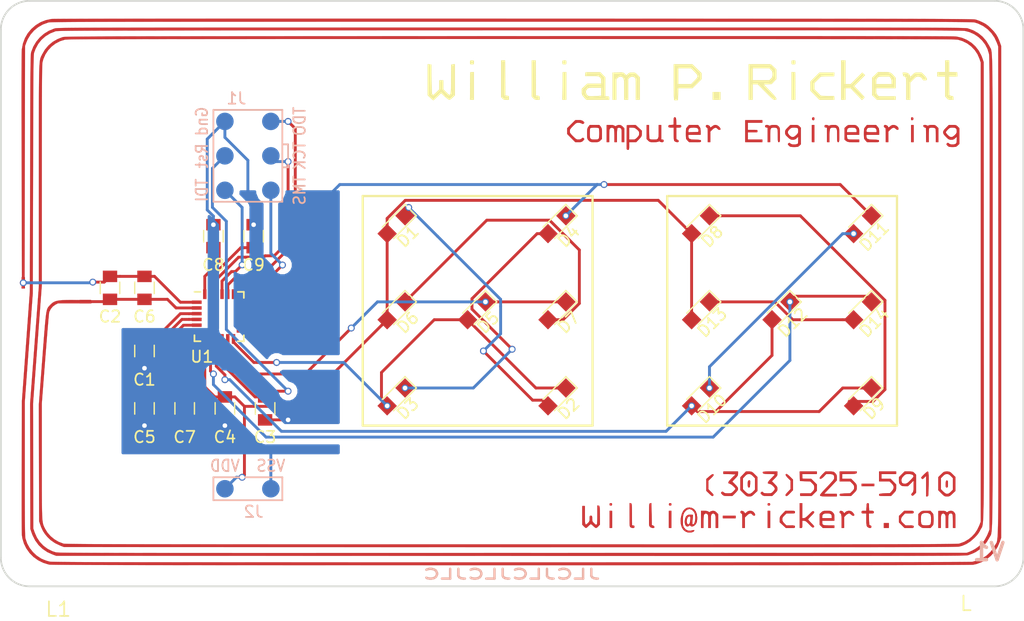
<source format=kicad_pcb>
(kicad_pcb (version 20171130) (host pcbnew 5.0.1)
  (layers (0 F.Cu signal) (31 B.Cu signal) (34 B.Paste user) (35 F.Paste user) (36 B.SilkS user) (37 F.SilkS user) (38 B.Mask user) (39 F.Mask user) (44 Edge.Cuts user))
  (net 0 "")
  (net 1 GND)
  (net 2 "Net-(C1-Pad1)")
  (net 3 "Net-(C2-Pad1)")
  (net 4 "Net-(C2-Pad2)")
  (net 5 RST)
  (net 6 VDD)
  (net 7 "Net-(C5-Pad1)")
  (net 8 "Net-(C7-Pad2)")
  (net 9 "Net-(C7-Pad1)")
  (net 10 "Net-(C8-Pad2)")
  (net 11 "Net-(C9-Pad2)")
  (net 12 "Net-(D1-Pad1)")
  (net 13 P0)
  (net 14 "Net-(D3-Pad1)")
  (net 15 P1)
  (net 16 "Net-(D6-Pad1)")
  (net 17 "Net-(D8-Pad1)")
  (net 18 P2)
  (net 19 "Net-(D10-Pad1)")
  (net 20 P3)
  (net 21 "Net-(D13-Pad1)")
  (net 22 P5)
  (net 23 P7)
  (net 24 P4)
  (net 25 P6)
  (net 26 "Net-(U1-Pad13)")
  (net 27 "Net-(U1-Pad14)")
  (net 28 "Net-(U1-Pad15)")
  (net 29 "Net-(U1-Pad16)")
  (net 30 "Net-(U1-Pad17)")
  (net 31 "Net-(U1-Pad18)")
  (module NFCBusiness:LOGO (layer F.Cu) (at 158 98.5)
    (fp_text reference G*** hide)
    (fp_text value LOGO hide)
    (fp_poly (pts (xy 36.387696 16.793176) (xy 36.413189 16.829285) (xy 36.424831 16.911611) (xy 36.427811 17.058275) (xy 36.427833 17.08092) (xy 36.424565 17.240124) (xy 36.411851 17.333038) (xy 36.385331 17.377886) (xy 36.353622 17.390966) (xy 36.279585 17.374339) (xy 36.256085 17.344472) (xy 36.245478 17.270978) (xy 36.242396 17.144512) (xy 36.24563 17.034427) (xy 36.256531 16.893588) (xy 36.275687 16.818118) (xy 36.310648 16.78872) (xy 36.343167 16.785167) (xy 36.387696 16.793176)) (layer F.Cu) (width 0.01))
    (fp_poly (pts (xy 19.203718 16.788758) (xy 19.214978 16.84948) (xy 19.214398 16.967811) (xy 19.210669 17.067272) (xy 19.200458 17.232648) (xy 19.183356 17.330558) (xy 19.154848 17.37817) (xy 19.125596 17.390781) (xy 19.057164 17.367255) (xy 19.027709 17.303757) (xy 19.015168 17.200977) (xy 19.012882 17.058483) (xy 19.015613 16.994028) (xy 19.02893 16.866716) (xy 19.055426 16.801245) (xy 19.106407 16.774813) (xy 19.126002 16.771388) (xy 19.175699 16.768457) (xy 19.203718 16.788758)) (layer F.Cu) (width 0.01))
    (fp_poly (pts (xy 33.326917 -14.851361) (xy 33.402456 -14.814751) (xy 33.422167 -14.732) (xy 33.398873 -14.644759) (xy 33.326917 -14.612639) (xy 33.260324 -14.615724) (xy 33.234746 -14.666304) (xy 33.231667 -14.732) (xy 33.240657 -14.82363) (xy 33.279514 -14.853796) (xy 33.326917 -14.851361)) (layer F.Cu) (width 0.01))
    (fp_poly (pts (xy 24.784134 -14.839612) (xy 24.806351 -14.766767) (xy 24.807333 -14.732) (xy 24.794205 -14.639261) (xy 24.74488 -14.60645) (xy 24.721338 -14.605) (xy 24.639935 -14.632585) (xy 24.610975 -14.6685) (xy 24.604183 -14.771798) (xy 24.658272 -14.842815) (xy 24.721338 -14.859) (xy 24.784134 -14.839612)) (layer F.Cu) (width 0.01))
    (fp_poly (pts (xy 35.207324 -14.178289) (xy 35.307501 -14.161513) (xy 35.382307 -14.121375) (xy 35.461353 -14.04791) (xy 35.467029 -14.042068) (xy 35.602333 -13.902469) (xy 35.602333 -12.7) (xy 35.390667 -12.7) (xy 35.390667 -13.277416) (xy 35.389381 -13.513973) (xy 35.384414 -13.680133) (xy 35.374101 -13.790142) (xy 35.356775 -13.858246) (xy 35.330772 -13.898692) (xy 35.316583 -13.91107) (xy 35.22362 -13.948121) (xy 35.090493 -13.965713) (xy 34.951692 -13.963298) (xy 34.841709 -13.940324) (xy 34.806467 -13.9192) (xy 34.782552 -13.854593) (xy 34.766328 -13.71433) (xy 34.757537 -13.495214) (xy 34.755667 -13.2842) (xy 34.755667 -12.7) (xy 34.546263 -12.7) (xy 34.534548 -13.322557) (xy 34.522833 -13.945115) (xy 34.417 -13.969876) (xy 34.323647 -14.02606) (xy 34.297639 -14.088152) (xy 34.300309 -14.152019) (xy 34.348577 -14.17776) (xy 34.426756 -14.181666) (xy 34.539821 -14.167417) (xy 34.618031 -14.132919) (xy 34.6202 -14.130866) (xy 34.677807 -14.101864) (xy 34.7218 -14.130866) (xy 34.791233 -14.158578) (xy 34.9207 -14.176659) (xy 35.052162 -14.181666) (xy 35.207324 -14.178289)) (layer F.Cu) (width 0.01))
    (fp_poly (pts (xy 33.443333 -12.7) (xy 33.231667 -12.7) (xy 33.231667 -14.181666) (xy 33.443333 -14.181666) (xy 33.443333 -12.7)) (layer F.Cu) (width 0.01))
    (fp_poly (pts (xy 31.854931 -14.153158) (xy 31.995274 -14.078559) (xy 32.094682 -13.974257) (xy 32.131 -13.860403) (xy 32.105799 -13.779091) (xy 32.039261 -13.76196) (xy 31.944981 -13.808762) (xy 31.88314 -13.864898) (xy 31.777559 -13.946623) (xy 31.670978 -13.959428) (xy 31.550036 -13.901192) (xy 31.423519 -13.791852) (xy 31.242 -13.613705) (xy 31.242 -12.7) (xy 31.030333 -12.7) (xy 31.030333 -13.317796) (xy 31.029663 -13.558623) (xy 31.026486 -13.728005) (xy 31.019054 -13.839163) (xy 31.005618 -13.905313) (xy 30.984428 -13.939677) (xy 30.953736 -13.955472) (xy 30.945667 -13.957734) (xy 30.874542 -14.014364) (xy 30.861 -14.080771) (xy 30.876816 -14.154529) (xy 30.940905 -14.180181) (xy 30.981439 -14.181666) (xy 31.100177 -14.151204) (xy 31.196695 -14.075872) (xy 31.241496 -13.979751) (xy 31.242 -13.968945) (xy 31.267824 -13.959312) (xy 31.33562 -14.004701) (xy 31.381599 -14.046362) (xy 31.497216 -14.138861) (xy 31.613218 -14.17705) (xy 31.695851 -14.181666) (xy 31.854931 -14.153158)) (layer F.Cu) (width 0.01))
    (fp_poly (pts (xy 30.306281 -14.032027) (xy 30.379459 -13.939379) (xy 30.419049 -13.852458) (xy 30.435075 -13.738967) (xy 30.437667 -13.608693) (xy 30.437667 -13.335) (xy 29.337 -13.335) (xy 29.337 -13.193394) (xy 29.347453 -13.084644) (xy 29.386881 -13.007454) (xy 29.467384 -12.956106) (xy 29.601063 -12.924885) (xy 29.800019 -12.908071) (xy 29.952484 -12.902606) (xy 30.155813 -12.896406) (xy 30.289664 -12.888217) (xy 30.369213 -12.874628) (xy 30.409638 -12.852226) (xy 30.426114 -12.8176) (xy 30.430027 -12.79525) (xy 30.43295 -12.75575) (xy 30.419456 -12.72903) (xy 30.376063 -12.712593) (xy 30.289287 -12.703941) (xy 30.145645 -12.700576) (xy 29.931651 -12.7) (xy 29.388104 -12.7) (xy 29.256719 -12.84964) (xy 29.197462 -12.920626) (xy 29.159386 -12.984776) (xy 29.13781 -13.062862) (xy 29.128051 -13.175653) (xy 29.125431 -13.34392) (xy 29.125333 -13.432661) (xy 29.126486 -13.629816) (xy 29.130021 -13.70182) (xy 29.336846 -13.70182) (xy 29.347453 -13.60369) (xy 29.365222 -13.574889) (xy 29.417138 -13.562868) (xy 29.53397 -13.553395) (xy 29.695979 -13.547724) (xy 29.809722 -13.546666) (xy 30.226 -13.546666) (xy 30.226 -13.680916) (xy 30.207781 -13.814965) (xy 30.145338 -13.902586) (xy 30.026991 -13.951504) (xy 29.841059 -13.969443) (xy 29.788855 -13.97) (xy 29.602169 -13.962645) (xy 29.481165 -13.938348) (xy 29.414417 -13.899939) (xy 29.3612 -13.814002) (xy 29.336846 -13.70182) (xy 29.130021 -13.70182) (xy 29.133048 -13.763459) (xy 29.149672 -13.854743) (xy 29.181014 -13.924818) (xy 29.231726 -13.994837) (xy 29.255415 -14.023854) (xy 29.385497 -14.181666) (xy 30.174896 -14.181666) (xy 30.306281 -14.032027)) (layer F.Cu) (width 0.01))
    (fp_poly (pts (xy 28.247745 -14.180167) (xy 28.362888 -14.171282) (xy 28.44008 -14.148429) (xy 28.502674 -14.105028) (xy 28.566695 -14.042068) (xy 28.640075 -13.958981) (xy 28.68074 -13.881583) (xy 28.698208 -13.780093) (xy 28.701998 -13.62473) (xy 28.702 -13.618734) (xy 28.702 -13.335) (xy 27.643667 -13.335) (xy 27.643667 -13.174133) (xy 27.656304 -13.055607) (xy 27.687417 -12.97107) (xy 27.694467 -12.962466) (xy 27.767329 -12.936049) (xy 27.922401 -12.919143) (xy 28.157742 -12.911933) (xy 28.223633 -12.911666) (xy 28.702 -12.911666) (xy 28.702 -12.7) (xy 28.204583 -12.700469) (xy 27.989794 -12.701796) (xy 27.841079 -12.707423) (xy 27.739855 -12.720537) (xy 27.667538 -12.744325) (xy 27.605542 -12.781974) (xy 27.569583 -12.809371) (xy 27.432 -12.917803) (xy 27.432 -13.688272) (xy 27.643667 -13.688272) (xy 27.643667 -13.546666) (xy 28.490333 -13.546666) (xy 28.490333 -13.680916) (xy 28.470355 -13.818251) (xy 28.403058 -13.907091) (xy 28.277398 -13.955111) (xy 28.082331 -13.969985) (xy 28.074355 -13.97) (xy 27.871876 -13.956547) (xy 27.739737 -13.911531) (xy 27.667257 -13.827965) (xy 27.643754 -13.698862) (xy 27.643667 -13.688272) (xy 27.432 -13.688272) (xy 27.432 -13.911058) (xy 27.571599 -14.046362) (xy 27.644048 -14.11228) (xy 27.710097 -14.152346) (xy 27.793464 -14.172983) (xy 27.917865 -14.180612) (xy 28.071294 -14.181666) (xy 28.247745 -14.180167)) (layer F.Cu) (width 0.01))
    (fp_poly (pts (xy 26.616066 -14.177832) (xy 26.716957 -14.160651) (xy 26.789785 -14.12161) (xy 26.85258 -14.062933) (xy 26.896653 -14.014479) (xy 26.927558 -13.966347) (xy 26.947632 -13.903319) (xy 26.959212 -13.810178) (xy 26.964634 -13.671708) (xy 26.966235 -13.472691) (xy 26.966333 -13.3221) (xy 26.965758 -13.080919) (xy 26.962878 -12.911697) (xy 26.955965 -12.801731) (xy 26.94329 -12.738314) (xy 26.923123 -12.708741) (xy 26.893736 -12.700309) (xy 26.881667 -12.7) (xy 26.84748 -12.704569) (xy 26.823985 -12.727159) (xy 26.809186 -12.781089) (xy 26.801086 -12.87968) (xy 26.79769 -13.036253) (xy 26.797 -13.264128) (xy 26.797 -13.264939) (xy 26.794417 -13.524522) (xy 26.782786 -13.711361) (xy 26.756286 -13.837319) (xy 26.709097 -13.914256) (xy 26.635395 -13.954035) (xy 26.529362 -13.968517) (xy 26.450978 -13.97) (xy 26.329436 -13.964247) (xy 26.241763 -13.939144) (xy 26.182489 -13.882928) (xy 26.146141 -13.783833) (xy 26.127248 -13.630094) (xy 26.12034 -13.409948) (xy 26.119667 -13.257583) (xy 26.119667 -12.7) (xy 25.908 -12.7) (xy 25.908 -13.97) (xy 25.802167 -13.97) (xy 25.721606 -13.987485) (xy 25.69678 -14.05633) (xy 25.696333 -14.075833) (xy 25.708328 -14.148937) (xy 25.761171 -14.177681) (xy 25.836033 -14.181666) (xy 25.94821 -14.167117) (xy 26.025364 -14.132001) (xy 26.026533 -14.130866) (xy 26.08414 -14.101864) (xy 26.128133 -14.130866) (xy 26.197584 -14.158578) (xy 26.327132 -14.176655) (xy 26.45888 -14.181666) (xy 26.616066 -14.177832)) (layer F.Cu) (width 0.01))
    (fp_poly (pts (xy 24.807333 -12.7) (xy 24.595667 -12.7) (xy 24.595667 -14.181666) (xy 24.807333 -14.181666) (xy 24.807333 -12.7)) (layer F.Cu) (width 0.01))
    (fp_poly (pts (xy 21.451399 -14.177832) (xy 21.55229 -14.160651) (xy 21.625118 -14.12161) (xy 21.687913 -14.062933) (xy 21.731986 -14.014479) (xy 21.762891 -13.966347) (xy 21.782966 -13.903319) (xy 21.794546 -13.810178) (xy 21.799968 -13.671708) (xy 21.801568 -13.472691) (xy 21.801667 -13.3221) (xy 21.801091 -13.080919) (xy 21.798211 -12.911697) (xy 21.791298 -12.801731) (xy 21.778623 -12.738314) (xy 21.758457 -12.708741) (xy 21.72907 -12.700309) (xy 21.717 -12.7) (xy 21.682813 -12.704569) (xy 21.659318 -12.727159) (xy 21.644519 -12.781089) (xy 21.63642 -12.87968) (xy 21.633023 -13.036253) (xy 21.632333 -13.264128) (xy 21.632333 -13.264939) (xy 21.62975 -13.524522) (xy 21.618119 -13.711361) (xy 21.59162 -13.837319) (xy 21.54443 -13.914256) (xy 21.470729 -13.954035) (xy 21.364695 -13.968517) (xy 21.286311 -13.97) (xy 21.164769 -13.964247) (xy 21.077097 -13.939144) (xy 21.017822 -13.882928) (xy 20.981474 -13.783833) (xy 20.962581 -13.630094) (xy 20.955673 -13.409948) (xy 20.955 -13.257583) (xy 20.955 -12.7) (xy 20.743333 -12.7) (xy 20.743333 -13.97) (xy 20.6375 -13.97) (xy 20.556939 -13.987485) (xy 20.532113 -14.05633) (xy 20.531667 -14.075833) (xy 20.543661 -14.148937) (xy 20.596505 -14.177681) (xy 20.671367 -14.181666) (xy 20.783543 -14.167117) (xy 20.860697 -14.132001) (xy 20.861867 -14.130866) (xy 20.919473 -14.101864) (xy 20.963466 -14.130866) (xy 21.032917 -14.158578) (xy 21.162465 -14.176655) (xy 21.294213 -14.181666) (xy 21.451399 -14.177832)) (layer F.Cu) (width 0.01))
    (fp_poly (pts (xy 20.277667 -14.393333) (xy 19.007667 -14.393333) (xy 19.007667 -13.758333) (xy 19.431 -13.758333) (xy 19.623112 -13.757689) (xy 19.746016 -13.753181) (xy 19.815168 -13.740943) (xy 19.846028 -13.717112) (xy 19.854053 -13.677823) (xy 19.854333 -13.6525) (xy 19.851757 -13.604472) (xy 19.833723 -13.573746) (xy 19.784772 -13.556458) (xy 19.689448 -13.548743) (xy 19.532293 -13.546737) (xy 19.431 -13.546666) (xy 19.007667 -13.546666) (xy 19.007667 -12.911666) (xy 20.277667 -12.911666) (xy 20.277667 -12.7) (xy 18.796 -12.7) (xy 18.796 -14.605) (xy 20.277667 -14.605) (xy 20.277667 -14.393333)) (layer F.Cu) (width 0.01))
    (fp_poly (pts (xy 16.386236 -14.134621) (xy 16.501695 -14.042068) (xy 16.58375 -13.942546) (xy 16.631798 -13.855525) (xy 16.637 -13.830401) (xy 16.607884 -13.771011) (xy 16.536762 -13.761081) (xy 16.447968 -13.79747) (xy 16.375437 -13.864166) (xy 16.280153 -13.947598) (xy 16.175056 -13.958997) (xy 16.050623 -13.896818) (xy 15.929519 -13.791852) (xy 15.748 -13.613705) (xy 15.748 -12.7) (xy 15.536333 -12.7) (xy 15.536333 -13.317796) (xy 15.535663 -13.558623) (xy 15.532486 -13.728005) (xy 15.525054 -13.839163) (xy 15.511618 -13.905313) (xy 15.490428 -13.939677) (xy 15.459736 -13.955472) (xy 15.451667 -13.957734) (xy 15.380542 -14.014364) (xy 15.367 -14.080771) (xy 15.382816 -14.154529) (xy 15.446905 -14.180181) (xy 15.487439 -14.181666) (xy 15.606177 -14.151204) (xy 15.702695 -14.075872) (xy 15.747496 -13.979751) (xy 15.748 -13.968945) (xy 15.773824 -13.959312) (xy 15.84162 -14.004701) (xy 15.887599 -14.046362) (xy 16.051653 -14.158936) (xy 16.220469 -14.188338) (xy 16.386236 -14.134621)) (layer F.Cu) (width 0.01))
    (fp_poly (pts (xy 14.793345 -14.040087) (xy 14.854807 -13.944819) (xy 14.887746 -13.843529) (xy 14.900234 -13.704589) (xy 14.901333 -13.616754) (xy 14.901333 -13.335) (xy 13.843 -13.335) (xy 13.843 -13.193394) (xy 13.853453 -13.084644) (xy 13.892881 -13.007454) (xy 13.973384 -12.956106) (xy 14.107063 -12.924885) (xy 14.306019 -12.908071) (xy 14.458484 -12.902606) (xy 14.661813 -12.896406) (xy 14.795664 -12.888217) (xy 14.875213 -12.874628) (xy 14.915638 -12.852226) (xy 14.932114 -12.8176) (xy 14.936027 -12.79525) (xy 14.938944 -12.755628) (xy 14.92535 -12.728872) (xy 14.881716 -12.712457) (xy 14.794511 -12.703857) (xy 14.650203 -12.700547) (xy 14.435262 -12.7) (xy 13.901942 -12.7) (xy 13.766638 -12.839599) (xy 13.706804 -12.903923) (xy 13.667867 -12.961858) (xy 13.645337 -13.033019) (xy 13.634725 -13.137017) (xy 13.631543 -13.293466) (xy 13.631333 -13.430792) (xy 13.632258 -13.631938) (xy 13.634546 -13.686791) (xy 13.843 -13.686791) (xy 13.843 -13.543705) (xy 14.276917 -13.555769) (xy 14.710833 -13.567833) (xy 14.72459 -13.687994) (xy 14.716628 -13.816533) (xy 14.652814 -13.902885) (xy 14.52524 -13.952239) (xy 14.325997 -13.969785) (xy 14.294855 -13.97) (xy 14.087636 -13.958344) (xy 13.951058 -13.918616) (xy 13.873724 -13.843671) (xy 13.844237 -13.726365) (xy 13.843 -13.686791) (xy 13.634546 -13.686791) (xy 13.637955 -13.768492) (xy 13.652813 -13.860527) (xy 13.681217 -13.928119) (xy 13.727555 -13.991339) (xy 13.762719 -14.032027) (xy 13.894104 -14.181666) (xy 14.685358 -14.181666) (xy 14.793345 -14.040087)) (layer F.Cu) (width 0.01))
    (fp_poly (pts (xy 12.670079 -14.851121) (xy 12.71753 -14.837419) (xy 12.746707 -14.800854) (xy 12.76323 -14.723288) (xy 12.77272 -14.586587) (xy 12.775864 -14.50975) (xy 12.788228 -14.181666) (xy 12.998114 -14.181666) (xy 13.123071 -14.178167) (xy 13.185162 -14.160362) (xy 13.206123 -14.117291) (xy 13.208 -14.075833) (xy 13.201137 -14.013022) (xy 13.166115 -13.981687) (xy 13.08128 -13.971002) (xy 12.996333 -13.97) (xy 12.784667 -13.97) (xy 12.784667 -13.443777) (xy 12.78528 -13.225062) (xy 12.788793 -13.076791) (xy 12.797716 -12.984743) (xy 12.814557 -12.934698) (xy 12.841828 -12.912433) (xy 12.879917 -12.904027) (xy 12.9655 -12.85582) (xy 12.988694 -12.79525) (xy 12.986498 -12.730549) (xy 12.939756 -12.704243) (xy 12.857672 -12.7) (xy 12.72322 -12.725366) (xy 12.643061 -12.777417) (xy 12.613435 -12.824248) (xy 12.593236 -12.897449) (xy 12.580845 -13.011709) (xy 12.57464 -13.181717) (xy 12.573 -13.412417) (xy 12.573 -13.97) (xy 12.340167 -13.97) (xy 12.206759 -13.972824) (xy 12.13729 -13.987435) (xy 12.111071 -14.023041) (xy 12.107333 -14.073621) (xy 12.114974 -14.134599) (xy 12.151926 -14.167605) (xy 12.239234 -14.183662) (xy 12.329583 -14.190038) (xy 12.551833 -14.202833) (xy 12.564246 -14.533621) (xy 12.571959 -14.699076) (xy 12.583413 -14.796526) (xy 12.604154 -14.842614) (xy 12.639729 -14.853982) (xy 12.670079 -14.851121)) (layer F.Cu) (width 0.01))
    (fp_poly (pts (xy 10.414 -13.597466) (xy 10.417538 -13.318916) (xy 10.428324 -13.121547) (xy 10.446613 -13.002162) (xy 10.4648 -12.962466) (xy 10.535136 -12.934788) (xy 10.669166 -12.91692) (xy 10.818072 -12.911666) (xy 10.979915 -12.91461) (xy 11.096559 -12.931376) (xy 11.1754 -12.973869) (xy 11.223836 -13.053996) (xy 11.249261 -13.183661) (xy 11.259072 -13.374769) (xy 11.260667 -13.624083) (xy 11.260667 -14.181666) (xy 11.472333 -14.181666) (xy 11.472333 -12.911666) (xy 11.578167 -12.911666) (xy 11.658727 -12.894182) (xy 11.683553 -12.825337) (xy 11.684 -12.805833) (xy 11.672005 -12.73273) (xy 11.619162 -12.703986) (xy 11.5443 -12.7) (xy 11.432123 -12.714549) (xy 11.354969 -12.749665) (xy 11.3538 -12.7508) (xy 11.296193 -12.779802) (xy 11.2522 -12.7508) (xy 11.180311 -12.723436) (xy 11.036523 -12.706) (xy 10.837171 -12.7) (xy 10.659627 -12.701443) (xy 10.54362 -12.710081) (xy 10.466027 -12.732376) (xy 10.403721 -12.774792) (xy 10.337638 -12.839599) (xy 10.202333 -12.979197) (xy 10.202333 -14.181666) (xy 10.414 -14.181666) (xy 10.414 -13.597466)) (layer F.Cu) (width 0.01))
    (fp_poly (pts (xy 7.222004 -14.174742) (xy 7.343785 -14.151755) (xy 7.415583 -14.111605) (xy 7.480091 -14.06478) (xy 7.53267 -14.079647) (xy 7.570417 -14.111605) (xy 7.669565 -14.160641) (xy 7.807106 -14.181583) (xy 7.816112 -14.181666) (xy 7.944829 -14.166369) (xy 8.049354 -14.107943) (xy 8.119695 -14.042068) (xy 8.255 -13.902469) (xy 8.255 -12.7) (xy 8.043333 -12.7) (xy 8.043333 -13.264939) (xy 8.042028 -13.498654) (xy 8.036901 -13.662644) (xy 8.026132 -13.771826) (xy 8.007903 -13.841117) (xy 7.980396 -13.885435) (xy 7.965916 -13.899939) (xy 7.851717 -13.961046) (xy 7.734794 -13.958151) (xy 7.6708 -13.9192) (xy 7.646886 -13.854593) (xy 7.630661 -13.71433) (xy 7.62187 -13.495214) (xy 7.62 -13.2842) (xy 7.62 -12.7) (xy 7.408333 -12.7) (xy 7.408333 -13.264939) (xy 7.407028 -13.498654) (xy 7.401901 -13.662644) (xy 7.391132 -13.771826) (xy 7.372903 -13.841117) (xy 7.345396 -13.885435) (xy 7.330916 -13.899939) (xy 7.211819 -13.962884) (xy 7.093867 -13.949442) (xy 7.008567 -13.875914) (xy 6.979348 -13.81408) (xy 6.959703 -13.717503) (xy 6.948137 -13.571788) (xy 6.943157 -13.362541) (xy 6.942667 -13.240914) (xy 6.942667 -12.7) (xy 6.731 -12.7) (xy 6.731 -14.181666) (xy 7.034583 -14.181666) (xy 7.222004 -14.174742)) (layer F.Cu) (width 0.01))
    (fp_poly (pts (xy 6.199679 -14.040087) (xy 6.247519 -13.971388) (xy 6.278698 -13.902456) (xy 6.29675 -13.813482) (xy 6.305207 -13.684658) (xy 6.307601 -13.496174) (xy 6.307667 -13.434558) (xy 6.307667 -12.970609) (xy 6.168068 -12.835304) (xy 6.095619 -12.769386) (xy 6.029569 -12.72932) (xy 5.946202 -12.708683) (xy 5.821802 -12.701054) (xy 5.668372 -12.7) (xy 5.491921 -12.701499) (xy 5.376778 -12.710384) (xy 5.299587 -12.733237) (xy 5.236992 -12.776639) (xy 5.172971 -12.839599) (xy 5.113377 -12.903611) (xy 5.074496 -12.961244) (xy 5.051905 -13.031961) (xy 5.041181 -13.13523) (xy 5.037901 -13.290517) (xy 5.037667 -13.43509) (xy 5.037887 -13.46745) (xy 5.249333 -13.46745) (xy 5.253588 -13.24138) (xy 5.273329 -13.086483) (xy 5.31902 -12.989414) (xy 5.401125 -12.936829) (xy 5.530109 -12.915382) (xy 5.685144 -12.911666) (xy 5.855057 -12.91668) (xy 5.960867 -12.934543) (xy 6.022696 -12.969493) (xy 6.03707 -12.98575) (xy 6.064579 -13.064054) (xy 6.083676 -13.199899) (xy 6.094155 -13.369752) (xy 6.095813 -13.550079) (xy 6.088443 -13.717348) (xy 6.071841 -13.848026) (xy 6.045802 -13.91858) (xy 6.0452 -13.9192) (xy 5.97426 -13.946808) (xy 5.836821 -13.964524) (xy 5.672667 -13.97) (xy 5.490971 -13.963158) (xy 5.359868 -13.944254) (xy 5.300133 -13.9192) (xy 5.273045 -13.846803) (xy 5.255804 -13.698606) (xy 5.249356 -13.483007) (xy 5.249333 -13.46745) (xy 5.037887 -13.46745) (xy 5.039065 -13.640189) (xy 5.045743 -13.78083) (xy 5.061425 -13.87721) (xy 5.089833 -13.949522) (xy 5.134691 -14.017962) (xy 5.148524 -14.036324) (xy 5.259382 -14.181666) (xy 6.091691 -14.181666) (xy 6.199679 -14.040087)) (layer F.Cu) (width 0.01))
    (fp_poly (pts (xy 4.449525 -14.599935) (xy 4.558894 -14.579782) (xy 4.641816 -14.5371) (xy 4.686056 -14.50183) (xy 4.7609 -14.430787) (xy 4.776974 -14.384413) (xy 4.741799 -14.334705) (xy 4.733289 -14.325964) (xy 4.676021 -14.278966) (xy 4.621593 -14.28364) (xy 4.554862 -14.323301) (xy 4.443373 -14.368264) (xy 4.300578 -14.392154) (xy 4.265437 -14.393333) (xy 4.175259 -14.38876) (xy 4.100282 -14.367323) (xy 4.02165 -14.317444) (xy 3.920506 -14.227547) (xy 3.798281 -14.106521) (xy 3.663724 -13.967469) (xy 3.579542 -13.867697) (xy 3.534209 -13.788726) (xy 3.516195 -13.712076) (xy 3.513667 -13.650302) (xy 3.519347 -13.564675) (xy 3.544125 -13.490021) (xy 3.599608 -13.407967) (xy 3.6974 -13.300142) (xy 3.800479 -13.196281) (xy 3.937813 -13.06285) (xy 4.035786 -12.979162) (xy 4.113511 -12.933732) (xy 4.190101 -12.91507) (xy 4.274 -12.911666) (xy 4.436994 -12.932024) (xy 4.554264 -12.999649) (xy 4.559561 -13.004532) (xy 4.631864 -13.064729) (xy 4.679653 -13.068058) (xy 4.729522 -13.026287) (xy 4.769635 -12.976221) (xy 4.764538 -12.929076) (xy 4.70736 -12.85815) (xy 4.678396 -12.827588) (xy 4.603621 -12.757842) (xy 4.529593 -12.719457) (xy 4.427425 -12.703242) (xy 4.277395 -12.7) (xy 3.998631 -12.7) (xy 3.650315 -13.050134) (xy 3.302 -13.400268) (xy 3.302 -13.908369) (xy 3.652134 -14.256684) (xy 4.002268 -14.605) (xy 4.284773 -14.605) (xy 4.449525 -14.599935)) (layer F.Cu) (width 0.01))
    (fp_poly (pts (xy 36.997034 -14.179488) (xy 37.104353 -14.167676) (xy 37.178799 -14.13831) (xy 37.24626 -14.083473) (xy 37.287362 -14.042068) (xy 37.422667 -13.902469) (xy 37.422667 -12.547275) (xy 37.283068 -12.411971) (xy 37.205442 -12.34235) (xy 37.133988 -12.301879) (xy 37.042123 -12.282702) (xy 36.903266 -12.276961) (xy 36.825321 -12.276666) (xy 36.658449 -12.279305) (xy 36.551022 -12.291861) (xy 36.477872 -12.321292) (xy 36.41383 -12.374557) (xy 36.392545 -12.396313) (xy 36.321212 -12.475857) (xy 36.30438 -12.523888) (xy 36.336701 -12.568784) (xy 36.356587 -12.587156) (xy 36.419057 -12.633215) (xy 36.467319 -12.619008) (xy 36.51219 -12.573343) (xy 36.582354 -12.520578) (xy 36.686351 -12.494603) (xy 36.83 -12.488333) (xy 37.004766 -12.500019) (xy 37.117581 -12.544395) (xy 37.18099 -12.635435) (xy 37.207541 -12.787117) (xy 37.211 -12.912721) (xy 37.211 -13.182275) (xy 37.071401 -13.046971) (xy 36.968671 -12.961286) (xy 36.867868 -12.9216) (xy 36.726921 -12.911674) (xy 36.720826 -12.911666) (xy 36.612073 -12.915401) (xy 36.529915 -12.93498) (xy 36.45109 -12.982962) (xy 36.352335 -13.07191) (xy 36.267758 -13.156311) (xy 36.141493 -13.290262) (xy 36.067327 -13.389231) (xy 36.032905 -13.473141) (xy 36.025667 -13.546666) (xy 36.237333 -13.546666) (xy 36.265265 -13.485892) (xy 36.337638 -13.390267) (xy 36.415481 -13.304852) (xy 36.565463 -13.175537) (xy 36.697199 -13.122863) (xy 36.82703 -13.146741) (xy 36.971295 -13.24708) (xy 37.029481 -13.301481) (xy 37.135972 -13.415366) (xy 37.190973 -13.50701) (xy 37.209981 -13.605949) (xy 37.211 -13.647397) (xy 37.191462 -13.805166) (xy 37.125349 -13.905108) (xy 37.001413 -13.956804) (xy 36.832253 -13.97) (xy 36.693442 -13.965483) (xy 36.598928 -13.941888) (xy 36.514122 -13.884152) (xy 36.415481 -13.788481) (xy 36.320007 -13.681746) (xy 36.255352 -13.591373) (xy 36.237333 -13.546666) (xy 36.025667 -13.546666) (xy 36.036225 -13.633333) (xy 36.076135 -13.718304) (xy 36.157752 -13.8215) (xy 36.267758 -13.937022) (xy 36.509849 -14.181666) (xy 36.830954 -14.181666) (xy 36.997034 -14.179488)) (layer F.Cu) (width 0.01))
    (fp_poly (pts (xy 23.227169 -14.17946) (xy 23.338933 -14.168703) (xy 23.41351 -14.143188) (xy 23.474625 -14.096706) (xy 23.508246 -14.062933) (xy 23.622 -13.9442) (xy 23.622 -12.504174) (xy 23.503267 -12.39042) (xy 23.435799 -12.332949) (xy 23.365841 -12.298897) (xy 23.269145 -12.28224) (xy 23.121461 -12.27695) (xy 23.04552 -12.276666) (xy 22.873194 -12.27887) (xy 22.761683 -12.289668) (xy 22.68717 -12.315342) (xy 22.625836 -12.362176) (xy 22.591878 -12.396313) (xy 22.520545 -12.475857) (xy 22.503713 -12.523888) (xy 22.536034 -12.568784) (xy 22.55592 -12.587156) (xy 22.618391 -12.633215) (xy 22.666652 -12.619008) (xy 22.711523 -12.573343) (xy 22.776711 -12.522921) (xy 22.872055 -12.496738) (xy 23.02278 -12.488432) (xy 23.048594 -12.488333) (xy 23.198316 -12.496299) (xy 23.31286 -12.517159) (xy 23.359533 -12.539133) (xy 23.387226 -12.609243) (xy 23.40515 -12.742075) (xy 23.410333 -12.886104) (xy 23.410333 -13.182275) (xy 23.270734 -13.046971) (xy 23.163779 -12.958867) (xy 23.057606 -12.919711) (xy 22.929534 -12.911666) (xy 22.819004 -12.916918) (xy 22.73264 -12.941326) (xy 22.644705 -12.997868) (xy 22.529464 -13.099522) (xy 22.497632 -13.129474) (xy 22.378524 -13.246211) (xy 22.309517 -13.331433) (xy 22.277081 -13.409477) (xy 22.267684 -13.504679) (xy 22.267333 -13.54367) (xy 22.267647 -13.550221) (xy 22.483489 -13.550221) (xy 22.522001 -13.424861) (xy 22.635758 -13.283868) (xy 22.778387 -13.164734) (xy 22.909036 -13.121758) (xy 23.041973 -13.155362) (xy 23.19147 -13.265971) (xy 23.228814 -13.301481) (xy 23.333021 -13.411425) (xy 23.387593 -13.49906) (xy 23.408021 -13.596177) (xy 23.410333 -13.674014) (xy 23.399867 -13.802312) (xy 23.373494 -13.897729) (xy 23.359533 -13.9192) (xy 23.291388 -13.94686) (xy 23.167666 -13.965226) (xy 23.054401 -13.97) (xy 22.905819 -13.965518) (xy 22.806932 -13.943295) (xy 22.722892 -13.890163) (xy 22.639535 -13.813242) (xy 22.522627 -13.674163) (xy 22.483489 -13.550221) (xy 22.267647 -13.550221) (xy 22.27249 -13.651057) (xy 22.296898 -13.73411) (xy 22.353962 -13.817845) (xy 22.457088 -13.927274) (xy 22.490914 -13.960863) (xy 22.714496 -14.181666) (xy 23.054494 -14.181666) (xy 23.227169 -14.17946)) (layer F.Cu) (width 0.01))
    (fp_poly (pts (xy 9.514417 -13.935995) (xy 9.779 -13.68936) (xy 9.779 -13.445537) (xy 9.776331 -13.322356) (xy 9.760333 -13.233225) (xy 9.71902 -13.153365) (xy 9.640403 -13.057991) (xy 9.539723 -12.950857) (xy 9.300445 -12.7) (xy 8.678333 -12.7) (xy 8.678333 -12.361333) (xy 8.676615 -12.192699) (xy 8.668572 -12.091643) (xy 8.64987 -12.0411) (xy 8.616177 -12.024004) (xy 8.592338 -12.022666) (xy 8.512742 -12.045896) (xy 8.485715 -12.07642) (xy 8.48039 -12.132361) (xy 8.476518 -12.260555) (xy 8.474207 -12.4486) (xy 8.473565 -12.684093) (xy 8.474518 -12.911666) (xy 8.678333 -12.911666) (xy 8.944686 -12.911666) (xy 9.094107 -12.914966) (xy 9.192488 -12.934011) (xy 9.27343 -12.982525) (xy 9.370533 -13.074229) (xy 9.389186 -13.093186) (xy 9.493626 -13.209093) (xy 9.547531 -13.302545) (xy 9.566251 -13.40426) (xy 9.567333 -13.449725) (xy 9.560101 -13.554203) (xy 9.527895 -13.634551) (xy 9.454953 -13.717999) (xy 9.36625 -13.797099) (xy 9.245861 -13.893964) (xy 9.150252 -13.945722) (xy 9.043525 -13.966315) (xy 8.92175 -13.969727) (xy 8.678333 -13.97) (xy 8.678333 -12.911666) (xy 8.474518 -12.911666) (xy 8.474699 -12.954632) (xy 8.476461 -13.145337) (xy 8.487833 -14.1605) (xy 8.868833 -14.171565) (xy 9.249833 -14.182629) (xy 9.514417 -13.935995)) (layer F.Cu) (width 0.01))
    (fp_poly (pts (xy 30.014333 17.272) (xy 28.913667 17.272) (xy 28.913667 17.060334) (xy 30.014333 17.060334) (xy 30.014333 17.272)) (layer F.Cu) (width 0.01))
    (fp_poly (pts (xy 33.198289 16.003454) (xy 33.314129 16.012139) (xy 33.391644 16.034539) (xy 33.454003 16.077141) (xy 33.519695 16.141599) (xy 33.655 16.281198) (xy 33.655 17.848058) (xy 33.515401 17.983362) (xy 33.418215 18.073822) (xy 33.358853 18.110325) (xy 33.315636 18.099149) (xy 33.27273 18.053636) (xy 33.24668 17.999931) (xy 33.271802 17.939169) (xy 33.331046 17.871403) (xy 33.379572 17.816584) (xy 33.411633 17.760849) (xy 33.430633 17.685997) (xy 33.439975 17.573825) (xy 33.443065 17.406134) (xy 33.443333 17.271009) (xy 33.443333 16.787817) (xy 33.198689 17.029909) (xy 32.954045 17.272) (xy 32.687433 17.272) (xy 32.533361 17.267558) (xy 32.433233 17.247779) (xy 32.356514 17.202984) (xy 32.297077 17.148257) (xy 32.227629 17.069238) (xy 32.190336 16.98933) (xy 32.175519 16.877999) (xy 32.173512 16.767719) (xy 32.385 16.767719) (xy 32.399115 16.923369) (xy 32.451964 17.013394) (xy 32.5593 17.053516) (xy 32.678154 17.060334) (xy 32.771883 17.056276) (xy 32.84811 17.036461) (xy 32.926106 16.989423) (xy 33.02514 16.903695) (xy 33.156521 16.775719) (xy 33.280843 16.646253) (xy 33.377996 16.533479) (xy 33.434485 16.453671) (xy 33.443333 16.429802) (xy 33.409938 16.321547) (xy 33.307443 16.251384) (xy 33.132389 16.217536) (xy 33.022253 16.213667) (xy 32.869039 16.216365) (xy 32.768841 16.232801) (xy 32.690018 16.275484) (xy 32.600927 16.356925) (xy 32.563147 16.395186) (xy 32.460116 16.508593) (xy 32.406464 16.599508) (xy 32.386846 16.700022) (xy 32.385 16.767719) (xy 32.173512 16.767719) (xy 32.173333 16.757901) (xy 32.173333 16.491289) (xy 32.415425 16.246644) (xy 32.657516 16.002) (xy 33.020954 16.002) (xy 33.198289 16.003454)) (layer F.Cu) (width 0.01))
    (fp_poly (pts (xy 31.919333 16.213667) (xy 30.649333 16.213667) (xy 30.649333 16.637) (xy 31.43515 16.637) (xy 31.677242 16.881644) (xy 31.919333 17.126289) (xy 31.919333 17.392178) (xy 31.916818 17.530626) (xy 31.900978 17.626674) (xy 31.859373 17.708665) (xy 31.779561 17.80494) (xy 31.701526 17.888368) (xy 31.483718 18.118667) (xy 30.957748 18.118667) (xy 30.739397 18.118178) (xy 30.592208 18.115039) (xy 30.502675 18.106739) (xy 30.457295 18.090768) (xy 30.442563 18.064615) (xy 30.444972 18.025771) (xy 30.445306 18.023417) (xy 30.455905 17.98159) (xy 30.483638 17.953186) (xy 30.543608 17.934545) (xy 30.650919 17.922009) (xy 30.820673 17.911917) (xy 30.925844 17.907) (xy 31.392855 17.885834) (xy 31.550261 17.711369) (xy 31.649933 17.58578) (xy 31.697166 17.477181) (xy 31.707667 17.370933) (xy 31.697254 17.263149) (xy 31.655698 17.172039) (xy 31.567518 17.068257) (xy 31.526147 17.026814) (xy 31.344628 16.848667) (xy 30.437667 16.848667) (xy 30.437667 16.002) (xy 31.919333 16.002) (xy 31.919333 16.213667)) (layer F.Cu) (width 0.01))
    (fp_poly (pts (xy 28.482694 16.09725) (xy 28.474409 16.134145) (xy 28.453094 16.160335) (xy 28.405746 16.178001) (xy 28.319366 16.189321) (xy 28.18095 16.196476) (xy 27.977499 16.201645) (xy 27.84475 16.204215) (xy 27.220333 16.21593) (xy 27.220333 16.637) (xy 28.00615 16.637) (xy 28.248242 16.881644) (xy 28.367757 17.004801) (xy 28.439581 17.092939) (xy 28.475858 17.170943) (xy 28.488728 17.2637) (xy 28.490333 17.377834) (xy 28.488041 17.504332) (xy 28.47307 17.59409) (xy 28.433279 17.671994) (xy 28.356525 17.76293) (xy 28.248242 17.874023) (xy 28.00615 18.118667) (xy 27.504464 18.118667) (xy 27.292102 18.118126) (xy 27.1506 18.114705) (xy 27.066149 18.105713) (xy 27.024941 18.088453) (xy 27.01317 18.060232) (xy 27.016306 18.023417) (xy 27.026945 17.980832) (xy 27.054724 17.952659) (xy 27.115163 17.935259) (xy 27.223784 17.92499) (xy 27.396106 17.918214) (xy 27.474333 17.915994) (xy 27.918833 17.903822) (xy 28.09875 17.727263) (xy 28.204218 17.614587) (xy 28.258599 17.52368) (xy 28.277522 17.424186) (xy 28.278667 17.377834) (xy 28.269238 17.267691) (xy 28.230598 17.177486) (xy 28.14721 17.07718) (xy 28.097147 17.026814) (xy 27.915628 16.848667) (xy 27.008667 16.848667) (xy 27.008667 16.002) (xy 28.496222 16.002) (xy 28.482694 16.09725)) (layer F.Cu) (width 0.01))
    (fp_poly (pts (xy 25.019 16.213667) (xy 23.744361 16.213667) (xy 23.757264 16.41475) (xy 23.770167 16.615834) (xy 24.151167 16.628022) (xy 24.532167 16.640211) (xy 24.775583 16.880697) (xy 25.019 17.121183) (xy 25.019 17.677059) (xy 24.795419 17.897863) (xy 24.571837 18.118667) (xy 23.579667 18.118667) (xy 23.579667 17.907) (xy 24.493817 17.907) (xy 24.650575 17.746465) (xy 24.747303 17.635546) (xy 24.793879 17.538605) (xy 24.807168 17.417875) (xy 24.807333 17.395446) (xy 24.799725 17.277888) (xy 24.766491 17.187986) (xy 24.692019 17.093887) (xy 24.627417 17.028404) (xy 24.4475 16.851845) (xy 24.003 16.839673) (xy 23.5585 16.8275) (xy 23.546384 16.41475) (xy 23.534267 16.002) (xy 25.019 16.002) (xy 25.019 16.213667)) (layer F.Cu) (width 0.01))
    (fp_poly (pts (xy 21.59 16.180689) (xy 21.583955 16.277133) (xy 21.557389 16.357595) (xy 21.497659 16.444185) (xy 21.392121 16.559015) (xy 21.347908 16.604023) (xy 21.105817 16.848667) (xy 21.347908 17.093311) (xy 21.471036 17.222609) (xy 21.543958 17.316823) (xy 21.579324 17.397595) (xy 21.589784 17.486566) (xy 21.59 17.507507) (xy 21.582481 17.604648) (xy 21.550925 17.687151) (xy 21.481837 17.778581) (xy 21.366419 17.897863) (xy 21.142837 18.118667) (xy 20.739339 18.118667) (xy 20.55028 18.117327) (xy 20.425229 18.110129) (xy 20.343538 18.092303) (xy 20.284554 18.059082) (xy 20.227628 18.005696) (xy 20.221211 17.99902) (xy 20.149879 17.919477) (xy 20.133046 17.871446) (xy 20.165367 17.826549) (xy 20.185253 17.808177) (xy 20.247724 17.762119) (xy 20.295986 17.776325) (xy 20.340856 17.821991) (xy 20.395499 17.866909) (xy 20.472858 17.892921) (xy 20.594922 17.904695) (xy 20.741303 17.907) (xy 20.906869 17.905197) (xy 21.014307 17.893875) (xy 21.090152 17.864163) (xy 21.16094 17.807193) (xy 21.221575 17.746465) (xy 21.311096 17.639524) (xy 21.367843 17.542392) (xy 21.378333 17.501279) (xy 21.344853 17.410617) (xy 21.259496 17.300544) (xy 21.144881 17.191879) (xy 21.023633 17.105439) (xy 20.918373 17.062039) (xy 20.899152 17.060334) (xy 20.798629 17.046439) (xy 20.759081 17.001578) (xy 20.782123 16.920985) (xy 20.869371 16.799893) (xy 21.022438 16.633537) (xy 21.054894 16.600641) (xy 21.186376 16.46582) (xy 21.292133 16.352498) (xy 21.359842 16.274196) (xy 21.378333 16.245783) (xy 21.338701 16.23359) (xy 21.230598 16.22182) (xy 21.070217 16.211765) (xy 20.87375 16.204718) (xy 20.85975 16.204386) (xy 20.642806 16.198713) (xy 20.496197 16.191547) (xy 20.4056 16.180004) (xy 20.356695 16.161202) (xy 20.33516 16.132256) (xy 20.327639 16.09725) (xy 20.324594 16.060759) (xy 20.335747 16.035029) (xy 20.373423 16.01818) (xy 20.449947 16.008332) (xy 20.577643 16.003605) (xy 20.768837 16.002119) (xy 20.952056 16.002) (xy 21.59 16.002) (xy 21.59 16.180689)) (layer F.Cu) (width 0.01))
    (fp_poly (pts (xy 18.161 16.174998) (xy 18.154582 16.267379) (xy 18.127291 16.347617) (xy 18.067069 16.436515) (xy 17.961859 16.554879) (xy 17.908118 16.611346) (xy 17.655235 16.874696) (xy 17.908118 17.12494) (xy 18.060667 17.287575) (xy 18.145186 17.41819) (xy 18.161874 17.534898) (xy 18.110929 17.655812) (xy 17.99255 17.799046) (xy 17.916356 17.876575) (xy 17.671711 18.118667) (xy 17.289276 18.118667) (xy 17.106246 18.117255) (xy 16.986095 18.109348) (xy 16.90704 18.089439) (xy 16.8473 18.052021) (xy 16.785091 17.991588) (xy 16.784603 17.991079) (xy 16.710112 17.907537) (xy 16.689806 17.85595) (xy 16.716812 17.809614) (xy 16.733477 17.79238) (xy 16.788164 17.748437) (xy 16.836917 17.757465) (xy 16.903439 17.814135) (xy 16.973612 17.865835) (xy 17.062276 17.894318) (xy 17.195378 17.905748) (xy 17.294293 17.907) (xy 17.450969 17.90452) (xy 17.553748 17.889364) (xy 17.633388 17.84996) (xy 17.720653 17.774735) (xy 17.767814 17.728853) (xy 17.864688 17.626679) (xy 17.930543 17.543638) (xy 17.949333 17.505011) (xy 17.917846 17.44215) (xy 17.837131 17.349797) (xy 17.727808 17.246313) (xy 17.610499 17.150057) (xy 17.505823 17.079388) (xy 17.441766 17.053094) (xy 17.352459 17.025137) (xy 17.323259 16.969137) (xy 17.356252 16.879865) (xy 17.453523 16.75209) (xy 17.617159 16.580582) (xy 17.638647 16.559461) (xy 17.9705 16.234834) (xy 17.43075 16.222985) (xy 16.891 16.211137) (xy 16.891 16.002) (xy 18.161 16.002) (xy 18.161 16.174998)) (layer F.Cu) (width 0.01))
    (fp_poly (pts (xy 36.469665 16.004292) (xy 36.559423 16.019263) (xy 36.637327 16.059055) (xy 36.728263 16.135809) (xy 36.839356 16.244092) (xy 37.084 16.486183) (xy 37.084 17.682446) (xy 36.833143 17.921723) (xy 36.705634 18.040358) (xy 36.614025 18.111474) (xy 36.534123 18.147194) (xy 36.441737 18.159641) (xy 36.35567 18.161) (xy 36.244582 18.158368) (xy 36.162128 18.142581) (xy 36.086484 18.101805) (xy 35.99583 18.024207) (xy 35.868344 17.897952) (xy 35.865694 17.895278) (xy 35.602333 17.629556) (xy 35.602333 16.576705) (xy 35.814 16.576705) (xy 35.814 17.544259) (xy 36.013492 17.746796) (xy 36.177248 17.888785) (xy 36.321256 17.953328) (xy 36.459022 17.940841) (xy 36.604051 17.851743) (xy 36.694186 17.767814) (xy 36.872333 17.586295) (xy 36.872333 16.576705) (xy 36.694186 16.395186) (xy 36.581238 16.289249) (xy 36.490561 16.234353) (xy 36.392115 16.214961) (xy 36.343167 16.213667) (xy 36.233024 16.223095) (xy 36.142819 16.261736) (xy 36.042513 16.345123) (xy 35.992147 16.395186) (xy 35.814 16.576705) (xy 35.602333 16.576705) (xy 35.602333 16.486183) (xy 35.846977 16.244092) (xy 35.970134 16.124577) (xy 36.058272 16.052752) (xy 36.136276 16.016475) (xy 36.229033 16.003606) (xy 36.343167 16.002) (xy 36.469665 16.004292)) (layer F.Cu) (width 0.01))
    (fp_poly (pts (xy 34.690552 16.011307) (xy 34.713549 16.045154) (xy 34.730394 16.112426) (xy 34.741742 16.222012) (xy 34.748246 16.382798) (xy 34.750561 16.603672) (xy 34.749342 16.89352) (xy 34.746444 17.166167) (xy 34.742461 17.477193) (xy 34.738393 17.713893) (xy 34.733117 17.886599) (xy 34.725511 18.005643) (xy 34.714453 18.08136) (xy 34.698822 18.124083) (xy 34.677494 18.144145) (xy 34.649348 18.151878) (xy 34.63925 18.153361) (xy 34.544 18.166889) (xy 34.544 16.365817) (xy 34.382277 16.523735) (xy 34.287093 16.613222) (xy 34.229677 16.649848) (xy 34.188425 16.64111) (xy 34.150451 16.604189) (xy 34.12068 16.563372) (xy 34.119083 16.521567) (xy 34.154224 16.463819) (xy 34.234668 16.375175) (xy 34.345062 16.264363) (xy 34.469434 16.146514) (xy 34.575271 16.056088) (xy 34.645862 16.006972) (xy 34.660749 16.002) (xy 34.690552 16.011307)) (layer F.Cu) (width 0.01))
    (fp_poly (pts (xy 26.299832 16.003489) (xy 26.41514 16.012326) (xy 26.492407 16.035071) (xy 26.554943 16.078281) (xy 26.619362 16.141599) (xy 26.697985 16.232703) (xy 26.73855 16.319289) (xy 26.753224 16.436078) (xy 26.754667 16.527727) (xy 26.754667 16.774257) (xy 26.199487 17.361795) (xy 25.644308 17.949334) (xy 26.754667 17.949334) (xy 26.754667 18.161) (xy 26.06135 18.161) (xy 25.793724 18.159672) (xy 25.598749 18.155006) (xy 25.464438 18.145977) (xy 25.378807 18.131562) (xy 25.329871 18.110737) (xy 25.315129 18.097254) (xy 25.305261 18.067921) (xy 25.319627 18.022782) (xy 25.364407 17.954093) (xy 25.445777 17.854113) (xy 25.569915 17.715099) (xy 25.742999 17.529307) (xy 25.902612 17.360947) (xy 26.112618 17.139584) (xy 26.270997 16.969569) (xy 26.384992 16.841399) (xy 26.461849 16.745574) (xy 26.508812 16.672592) (xy 26.533126 16.612953) (xy 26.542035 16.557156) (xy 26.543 16.521088) (xy 26.525904 16.378505) (xy 26.46653 16.285633) (xy 26.352752 16.233832) (xy 26.172441 16.214459) (xy 26.111543 16.213667) (xy 25.834919 16.213667) (xy 25.63693 16.425334) (xy 25.503596 16.550478) (xy 25.392536 16.621388) (xy 25.313196 16.634526) (xy 25.275024 16.586355) (xy 25.273 16.561592) (xy 25.301659 16.497924) (xy 25.377721 16.396198) (xy 25.486314 16.275715) (xy 25.517644 16.244092) (xy 25.762288 16.002) (xy 26.123173 16.002) (xy 26.299832 16.003489)) (layer F.Cu) (width 0.01))
    (fp_poly (pts (xy 22.44103 16.242124) (xy 22.541229 16.317748) (xy 22.661758 16.425918) (xy 22.69744 16.460894) (xy 22.944667 16.70812) (xy 22.944667 17.615735) (xy 22.723418 17.849673) (xy 22.575425 18.000699) (xy 22.469801 18.092654) (xy 22.395504 18.132163) (xy 22.341496 18.125853) (xy 22.309945 18.097836) (xy 22.294147 18.055982) (xy 22.31607 17.997854) (xy 22.384124 17.90945) (xy 22.496 17.787981) (xy 22.733 17.539512) (xy 22.733 16.781984) (xy 22.521333 16.5735) (xy 22.394378 16.433132) (xy 22.324417 16.321371) (xy 22.314446 16.245841) (xy 22.36746 16.214168) (xy 22.37994 16.213667) (xy 22.44103 16.242124)) (layer F.Cu) (width 0.01))
    (fp_poly (pts (xy 19.237 16.00414) (xy 19.327842 16.018625) (xy 19.405724 16.057553) (xy 19.495711 16.133023) (xy 19.609689 16.244092) (xy 19.854333 16.486183) (xy 19.854333 17.682446) (xy 19.603476 17.921723) (xy 19.475678 18.040516) (xy 19.383794 18.111671) (xy 19.303799 18.147348) (xy 19.21167 18.159709) (xy 19.130754 18.161) (xy 19.022203 18.158202) (xy 18.940634 18.141983) (xy 18.864597 18.100606) (xy 18.772641 18.022334) (xy 18.643318 17.895429) (xy 18.372667 17.624778) (xy 18.372667 16.592775) (xy 18.584333 16.592775) (xy 18.584333 17.544259) (xy 18.783825 17.746796) (xy 18.947581 17.888785) (xy 19.091589 17.953328) (xy 19.229355 17.940841) (xy 19.374385 17.851743) (xy 19.464519 17.767814) (xy 19.642667 17.586295) (xy 19.642667 16.576705) (xy 19.464519 16.395186) (xy 19.352141 16.289584) (xy 19.262051 16.23475) (xy 19.163894 16.215141) (xy 19.110077 16.213667) (xy 19.001632 16.221768) (xy 18.916396 16.256541) (xy 18.825293 16.333689) (xy 18.759058 16.403221) (xy 18.584333 16.592775) (xy 18.372667 16.592775) (xy 18.372667 16.503715) (xy 18.611944 16.252857) (xy 18.851221 16.002) (xy 19.108133 16.002) (xy 19.237 16.00414)) (layer F.Cu) (width 0.01))
    (fp_poly (pts (xy 15.982127 16.229472) (xy 16.032609 16.265083) (xy 16.031561 16.320996) (xy 15.974258 16.406797) (xy 15.855969 16.532066) (xy 15.8115 16.575305) (xy 15.578667 16.79902) (xy 15.578667 17.544712) (xy 15.820665 17.789262) (xy 15.939054 17.911506) (xy 16.004954 17.990518) (xy 16.026871 18.04179) (xy 16.013309 18.080813) (xy 15.993107 18.103369) (xy 15.954524 18.132946) (xy 15.911971 18.132733) (xy 15.850086 18.094469) (xy 15.753509 18.009894) (xy 15.666442 17.927686) (xy 15.409333 17.682446) (xy 15.409333 16.649697) (xy 15.664627 16.427649) (xy 15.806073 16.314275) (xy 15.9161 16.245343) (xy 15.981349 16.229191) (xy 15.982127 16.229472)) (layer F.Cu) (width 0.01))
    (fp_poly (pts (xy 20.929727 18.771152) (xy 20.954553 18.839997) (xy 20.955 18.8595) (xy 20.937515 18.940061) (xy 20.86867 18.964887) (xy 20.849167 18.965334) (xy 20.768606 18.947849) (xy 20.74378 18.879004) (xy 20.743333 18.8595) (xy 20.760818 18.778939) (xy 20.829663 18.754114) (xy 20.849167 18.753667) (xy 20.929727 18.771152)) (layer F.Cu) (width 0.01))
    (fp_poly (pts (xy 12.336061 18.771152) (xy 12.360886 18.839997) (xy 12.361333 18.8595) (xy 12.343848 18.940061) (xy 12.275003 18.964887) (xy 12.2555 18.965334) (xy 12.174939 18.947849) (xy 12.150113 18.879004) (xy 12.149667 18.8595) (xy 12.167151 18.778939) (xy 12.235996 18.754114) (xy 12.2555 18.753667) (xy 12.336061 18.771152)) (layer F.Cu) (width 0.01))
    (fp_poly (pts (xy 7.171394 18.771152) (xy 7.19622 18.839997) (xy 7.196667 18.8595) (xy 7.179182 18.940061) (xy 7.110337 18.964887) (xy 7.090833 18.965334) (xy 7.010272 18.947849) (xy 6.985447 18.879004) (xy 6.985 18.8595) (xy 7.002485 18.778939) (xy 7.07133 18.754114) (xy 7.090833 18.753667) (xy 7.171394 18.771152)) (layer F.Cu) (width 0.01))
    (fp_poly (pts (xy 17.949333 20.066) (xy 16.848667 20.066) (xy 16.848667 19.854334) (xy 17.949333 19.854334) (xy 17.949333 20.066)) (layer F.Cu) (width 0.01))
    (fp_poly (pts (xy 36.815855 19.443221) (xy 36.908764 19.492718) (xy 36.974403 19.561248) (xy 37.017292 19.615516) (xy 37.047225 19.669626) (xy 37.066529 19.739313) (xy 37.077532 19.84031) (xy 37.082561 19.988353) (xy 37.083945 20.199176) (xy 37.084 20.302082) (xy 37.084 20.912667) (xy 36.872333 20.912667) (xy 36.872333 20.328467) (xy 36.87022 20.071767) (xy 36.861667 19.887835) (xy 36.84335 19.764826) (xy 36.811947 19.690899) (xy 36.764136 19.654211) (xy 36.696595 19.64292) (xy 36.679928 19.642667) (xy 36.593924 19.654135) (xy 36.531706 19.69591) (xy 36.489691 19.779046) (xy 36.464297 19.914598) (xy 36.451938 20.11362) (xy 36.449 20.355084) (xy 36.449 20.912667) (xy 36.237333 20.912667) (xy 36.237333 20.347728) (xy 36.236028 20.114013) (xy 36.230901 19.950023) (xy 36.220132 19.840841) (xy 36.201903 19.77155) (xy 36.174396 19.727232) (xy 36.159916 19.712728) (xy 36.048 19.648996) (xy 35.943345 19.669305) (xy 35.884061 19.720084) (xy 35.854435 19.766915) (xy 35.834236 19.840116) (xy 35.821845 19.954376) (xy 35.81564 20.124384) (xy 35.814 20.355084) (xy 35.814 20.912667) (xy 35.602333 20.912667) (xy 35.602333 19.438871) (xy 35.921413 19.435591) (xy 36.09596 19.437978) (xy 36.20177 19.451338) (xy 36.25437 19.478364) (xy 36.264609 19.495155) (xy 36.319646 19.552079) (xy 36.398067 19.539072) (xy 36.449 19.4945) (xy 36.531141 19.449975) (xy 36.667674 19.43117) (xy 36.683253 19.431) (xy 36.815855 19.443221)) (layer F.Cu) (width 0.01))
    (fp_poly (pts (xy 35.047614 19.58064) (xy 35.106395 19.650937) (xy 35.144366 19.714414) (xy 35.166071 19.791521) (xy 35.176056 19.902708) (xy 35.178866 20.068425) (xy 35.179 20.171834) (xy 35.178003 20.370515) (xy 35.171983 20.504982) (xy 35.156396 20.595682) (xy 35.126696 20.663066) (xy 35.078339 20.727583) (xy 35.047614 20.763027) (xy 34.916229 20.912667) (xy 34.541087 20.912667) (xy 34.358973 20.910985) (xy 34.237969 20.90201) (xy 34.154533 20.879846) (xy 34.085121 20.838601) (xy 34.016306 20.781281) (xy 33.866667 20.649896) (xy 33.866667 20.165296) (xy 34.078333 20.165296) (xy 34.083082 20.386639) (xy 34.104701 20.537069) (xy 34.154252 20.630141) (xy 34.242795 20.679409) (xy 34.38139 20.698427) (xy 34.515478 20.701) (xy 34.702164 20.693645) (xy 34.823168 20.669348) (xy 34.889916 20.630939) (xy 34.928176 20.582036) (xy 34.951677 20.507319) (xy 34.963644 20.387952) (xy 34.9673 20.205098) (xy 34.967333 20.178584) (xy 34.964877 19.989881) (xy 34.95483 19.864803) (xy 34.933173 19.782385) (xy 34.895889 19.721663) (xy 34.875287 19.698312) (xy 34.76031 19.629055) (xy 34.599783 19.595515) (xy 34.425045 19.597956) (xy 34.267435 19.636645) (xy 34.176312 19.692379) (xy 34.129049 19.744904) (xy 34.099928 19.80775) (xy 34.08466 19.901627) (xy 34.078953 20.047246) (xy 34.078333 20.165296) (xy 33.866667 20.165296) (xy 33.866667 19.701609) (xy 34.006265 19.566305) (xy 34.076143 19.502277) (xy 34.139581 19.462499) (xy 34.218944 19.441205) (xy 34.336594 19.432628) (xy 34.514895 19.431003) (xy 34.531046 19.431) (xy 34.916229 19.431) (xy 35.047614 19.58064)) (layer F.Cu) (width 0.01))
    (fp_poly (pts (xy 33.220778 19.431694) (xy 33.340655 19.436463) (xy 33.407225 19.449341) (xy 33.436169 19.474362) (xy 33.443167 19.51556) (xy 33.443333 19.536834) (xy 33.440234 19.587218) (xy 33.419996 19.61837) (xy 33.366211 19.634913) (xy 33.26247 19.64147) (xy 33.092365 19.642664) (xy 33.067725 19.642667) (xy 32.692116 19.642667) (xy 32.517391 19.832221) (xy 32.41131 19.959883) (xy 32.357858 20.064141) (xy 32.342681 20.173372) (xy 32.342667 20.17762) (xy 32.352815 20.275575) (xy 32.39332 20.360238) (xy 32.479269 20.457208) (xy 32.542827 20.517233) (xy 32.742988 20.701) (xy 33.09316 20.701) (xy 33.264563 20.702039) (xy 33.368291 20.70858) (xy 33.421334 20.725758) (xy 33.440683 20.758708) (xy 33.443333 20.806834) (xy 33.440438 20.856322) (xy 33.421057 20.887326) (xy 33.369145 20.904168) (xy 33.268658 20.911169) (xy 33.10355 20.912652) (xy 33.050425 20.912667) (xy 32.657516 20.912667) (xy 32.415425 20.668023) (xy 32.173333 20.423378) (xy 32.173333 19.872608) (xy 32.396914 19.651804) (xy 32.620496 19.431) (xy 33.031914 19.431) (xy 33.220778 19.431694)) (layer F.Cu) (width 0.01))
    (fp_poly (pts (xy 31.284333 20.912667) (xy 30.861 20.912667) (xy 30.861 20.489334) (xy 31.284333 20.489334) (xy 31.284333 20.912667)) (layer F.Cu) (width 0.01))
    (fp_poly (pts (xy 29.527437 18.783692) (xy 29.543726 18.848691) (xy 29.552986 18.971831) (xy 29.55742 19.079046) (xy 29.569833 19.409834) (xy 29.770917 19.422736) (xy 29.892984 19.435082) (xy 29.952358 19.459973) (xy 29.971015 19.51013) (xy 29.972 19.539153) (xy 29.964861 19.600483) (xy 29.929077 19.631168) (xy 29.8431 19.641683) (xy 29.75903 19.642667) (xy 29.546061 19.642667) (xy 29.557947 20.16125) (xy 29.56362 20.378194) (xy 29.570786 20.524803) (xy 29.582329 20.6154) (xy 29.601132 20.664305) (xy 29.630078 20.68584) (xy 29.665083 20.693361) (xy 29.741388 20.731001) (xy 29.760333 20.809778) (xy 29.744848 20.885049) (xy 29.681573 20.911135) (xy 29.640712 20.912667) (xy 29.513791 20.877878) (xy 29.429046 20.814688) (xy 29.390692 20.767331) (xy 29.364727 20.71083) (xy 29.348769 20.62874) (xy 29.340433 20.504618) (xy 29.337335 20.322018) (xy 29.337 20.179688) (xy 29.337 19.642667) (xy 29.125333 19.642667) (xy 28.999711 19.639236) (xy 28.937041 19.621724) (xy 28.915672 19.579307) (xy 28.913667 19.536834) (xy 28.920607 19.473825) (xy 28.955918 19.442516) (xy 29.041334 19.431946) (xy 29.123552 19.431) (xy 29.333438 19.431) (xy 29.345802 19.102917) (xy 29.354038 18.936917) (xy 29.367017 18.837444) (xy 29.390359 18.78636) (xy 29.429685 18.765531) (xy 29.451587 18.761546) (xy 29.498574 18.760191) (xy 29.527437 18.783692)) (layer F.Cu) (width 0.01))
    (fp_poly (pts (xy 27.954327 19.442614) (xy 28.05515 19.490251) (xy 28.143362 19.570599) (xy 28.225416 19.670121) (xy 28.273465 19.757142) (xy 28.278667 19.782266) (xy 28.249551 19.841656) (xy 28.178428 19.851586) (xy 28.089635 19.815196) (xy 28.017103 19.7485) (xy 27.904846 19.657465) (xy 27.776881 19.649534) (xy 27.633508 19.724672) (xy 27.546425 19.803202) (xy 27.389667 19.963737) (xy 27.389667 20.912667) (xy 27.178 20.912667) (xy 27.178 20.344629) (xy 27.17637 20.082298) (xy 27.170289 19.893239) (xy 27.157973 19.766101) (xy 27.137638 19.689529) (xy 27.107498 19.652173) (xy 27.067637 19.642667) (xy 27.021527 19.605895) (xy 27.008667 19.536834) (xy 27.022481 19.46099) (xy 27.081028 19.433418) (xy 27.134691 19.431) (xy 27.259662 19.463795) (xy 27.33137 19.538834) (xy 27.402025 19.646667) (xy 27.514579 19.538834) (xy 27.621539 19.462712) (xy 27.752154 19.433096) (xy 27.817595 19.431) (xy 27.954327 19.442614)) (layer F.Cu) (width 0.01))
    (fp_poly (pts (xy 26.088745 19.432499) (xy 26.203888 19.441385) (xy 26.28108 19.464238) (xy 26.343674 19.507639) (xy 26.407695 19.570599) (xy 26.481075 19.653686) (xy 26.52174 19.731083) (xy 26.539208 19.832573) (xy 26.542998 19.987937) (xy 26.543 19.993932) (xy 26.543 20.277667) (xy 25.484667 20.277667) (xy 25.486013 20.41525) (xy 25.494298 20.529659) (xy 25.525166 20.608914) (xy 25.591577 20.659339) (xy 25.706488 20.687261) (xy 25.882858 20.699003) (xy 26.071417 20.701) (xy 26.543 20.701) (xy 26.543 20.912667) (xy 25.543609 20.912667) (xy 25.408304 20.773068) (xy 25.273 20.633469) (xy 25.273 19.924395) (xy 25.484667 19.924395) (xy 25.484667 20.066) (xy 26.331333 20.066) (xy 26.331333 19.93175) (xy 26.311355 19.794415) (xy 26.244058 19.705576) (xy 26.118398 19.657556) (xy 25.923331 19.642681) (xy 25.915355 19.642667) (xy 25.712876 19.656119) (xy 25.580737 19.701135) (xy 25.508257 19.784702) (xy 25.484754 19.913805) (xy 25.484667 19.924395) (xy 25.273 19.924395) (xy 25.273 19.701609) (xy 25.412599 19.566305) (xy 25.485048 19.500387) (xy 25.551097 19.46032) (xy 25.634464 19.439683) (xy 25.758865 19.432054) (xy 25.912294 19.431) (xy 26.088745 19.432499)) (layer F.Cu) (width 0.01))
    (fp_poly (pts (xy 23.749 20.066) (xy 23.885647 20.066) (xy 23.957857 20.056368) (xy 24.034401 20.020579) (xy 24.130001 19.948293) (xy 24.259382 19.82917) (xy 24.351053 19.739169) (xy 24.495896 19.596736) (xy 24.594227 19.50674) (xy 24.658782 19.461135) (xy 24.702299 19.451875) (xy 24.737513 19.470915) (xy 24.752833 19.485358) (xy 24.783046 19.522842) (xy 24.786157 19.562615) (xy 24.753924 19.618701) (xy 24.678104 19.705122) (xy 24.550452 19.835903) (xy 24.541427 19.845002) (xy 24.418551 19.972797) (xy 24.322372 20.080382) (xy 24.266124 20.152551) (xy 24.257 20.171834) (xy 24.285084 20.217516) (xy 24.360508 20.307123) (xy 24.470027 20.425434) (xy 24.541044 20.498279) (xy 24.671632 20.63148) (xy 24.749802 20.7189) (xy 24.783414 20.774215) (xy 24.780329 20.8111) (xy 24.748407 20.843228) (xy 24.742127 20.848092) (xy 24.701119 20.872549) (xy 24.658459 20.871771) (xy 24.60083 20.837119) (xy 24.514914 20.759955) (xy 24.387392 20.631639) (xy 24.35144 20.594667) (xy 24.20636 20.448848) (xy 24.101576 20.355339) (xy 24.021225 20.303087) (xy 23.949444 20.281042) (xy 23.896357 20.277667) (xy 23.749 20.277667) (xy 23.749 20.595167) (xy 23.747681 20.756661) (xy 23.739761 20.851325) (xy 23.719295 20.896993) (xy 23.680339 20.9115) (xy 23.643167 20.912667) (xy 23.537333 20.912667) (xy 23.537333 18.753667) (xy 23.749 18.753667) (xy 23.749 20.066)) (layer F.Cu) (width 0.01))
    (fp_poly (pts (xy 22.887471 19.43167) (xy 23.008742 19.436317) (xy 23.0765 19.448895) (xy 23.106322 19.473358) (xy 23.113786 19.513662) (xy 23.114 19.536834) (xy 23.110815 19.587585) (xy 23.09022 19.618792) (xy 23.035656 19.635207) (xy 22.930567 19.641581) (xy 22.758392 19.642666) (xy 22.745186 19.642667) (xy 22.376371 19.642667) (xy 22.194852 19.820814) (xy 22.088557 19.934369) (xy 22.033593 20.025672) (xy 22.014446 20.124435) (xy 22.013333 20.168462) (xy 22.02378 20.279071) (xy 22.065326 20.372795) (xy 22.153275 20.479792) (xy 22.191481 20.519481) (xy 22.369628 20.701) (xy 22.741814 20.701) (xy 22.919648 20.701894) (xy 23.0293 20.707699) (xy 23.087252 20.723104) (xy 23.109989 20.752795) (xy 23.113995 20.80146) (xy 23.114 20.806834) (xy 23.111099 20.85635) (xy 23.091691 20.887359) (xy 23.03972 20.904192) (xy 22.939132 20.911179) (xy 22.773868 20.912653) (xy 22.721651 20.912667) (xy 22.329303 20.912667) (xy 22.065485 20.66778) (xy 21.801667 20.422894) (xy 21.801667 20.177804) (xy 21.804294 20.054074) (xy 21.82016 19.964712) (xy 21.861242 19.884894) (xy 21.939517 19.789794) (xy 22.040944 19.681857) (xy 22.280221 19.431) (xy 22.69711 19.431) (xy 22.887471 19.43167)) (layer F.Cu) (width 0.01))
    (fp_poly (pts (xy 20.955 20.912667) (xy 20.743333 20.912667) (xy 20.743333 19.431) (xy 20.955 19.431) (xy 20.955 20.912667)) (layer F.Cu) (width 0.01))
    (fp_poly (pts (xy 19.365367 19.44362) (xy 19.465554 19.492069) (xy 19.525359 19.547417) (xy 19.618609 19.66948) (xy 19.650567 19.767638) (xy 19.619345 19.830506) (xy 19.574844 19.845874) (xy 19.477499 19.818964) (xy 19.415118 19.750624) (xy 19.318587 19.658809) (xy 19.200483 19.646896) (xy 19.059182 19.715124) (xy 18.935186 19.820814) (xy 18.753667 19.998962) (xy 18.753667 20.912667) (xy 18.542 20.912667) (xy 18.542 20.29487) (xy 18.54133 20.054044) (xy 18.538153 19.884661) (xy 18.530721 19.773504) (xy 18.517284 19.707353) (xy 18.496095 19.67299) (xy 18.465403 19.657194) (xy 18.457333 19.654933) (xy 18.386208 19.598303) (xy 18.372667 19.531896) (xy 18.388483 19.458137) (xy 18.452572 19.432485) (xy 18.493105 19.431) (xy 18.611844 19.461462) (xy 18.708362 19.536795) (xy 18.753162 19.632916) (xy 18.753667 19.643721) (xy 18.77949 19.653354) (xy 18.847286 19.607966) (xy 18.893265 19.566305) (xy 19.00464 19.475802) (xy 19.116314 19.437256) (xy 19.224012 19.431) (xy 19.365367 19.44362)) (layer F.Cu) (width 0.01))
    (fp_poly (pts (xy 15.411532 19.439497) (xy 15.530998 19.467218) (xy 15.585916 19.501061) (xy 15.650425 19.547886) (xy 15.703003 19.533019) (xy 15.74075 19.501061) (xy 15.839899 19.452025) (xy 15.977439 19.431084) (xy 15.986445 19.431) (xy 16.115162 19.446298) (xy 16.219687 19.504724) (xy 16.290029 19.570599) (xy 16.425333 19.710198) (xy 16.425333 20.912667) (xy 16.213667 20.912667) (xy 16.213667 20.347728) (xy 16.212361 20.114013) (xy 16.207234 19.950023) (xy 16.196465 19.840841) (xy 16.178237 19.77155) (xy 16.15073 19.727232) (xy 16.13625 19.712728) (xy 16.024333 19.648996) (xy 15.919678 19.669305) (xy 15.860394 19.720084) (xy 15.830768 19.766915) (xy 15.81057 19.840116) (xy 15.798178 19.954376) (xy 15.791974 20.124384) (xy 15.790333 20.355084) (xy 15.790333 20.912667) (xy 15.578667 20.912667) (xy 15.578667 20.347728) (xy 15.577361 20.114013) (xy 15.572234 19.950023) (xy 15.561465 19.840841) (xy 15.543237 19.77155) (xy 15.51573 19.727232) (xy 15.50125 19.712728) (xy 15.389333 19.648996) (xy 15.284678 19.669305) (xy 15.225394 19.720084) (xy 15.195768 19.766915) (xy 15.17557 19.840116) (xy 15.163178 19.954376) (xy 15.156974 20.124384) (xy 15.155333 20.355084) (xy 15.155333 20.912667) (xy 14.943667 20.912667) (xy 14.943667 19.431) (xy 15.226083 19.431) (xy 15.411532 19.439497)) (layer F.Cu) (width 0.01))
    (fp_poly (pts (xy 12.361333 20.912667) (xy 12.149667 20.912667) (xy 12.149667 19.431) (xy 12.361333 19.431) (xy 12.361333 20.912667)) (layer F.Cu) (width 0.01))
    (fp_poly (pts (xy 10.635448 19.712026) (xy 10.646833 20.676065) (xy 10.752667 20.700851) (xy 10.846017 20.757059) (xy 10.872027 20.819152) (xy 10.869435 20.882852) (xy 10.821507 20.908653) (xy 10.741823 20.912667) (xy 10.583857 20.875069) (xy 10.505233 20.813823) (xy 10.475517 20.779445) (xy 10.453087 20.740421) (xy 10.437086 20.685468) (xy 10.426652 20.603304) (xy 10.420925 20.482649) (xy 10.419047 20.312219) (xy 10.420157 20.080733) (xy 10.423395 19.77691) (xy 10.42377 19.744907) (xy 10.427594 19.434518) (xy 10.431559 19.198438) (xy 10.436782 19.026314) (xy 10.444375 18.907794) (xy 10.455453 18.832527) (xy 10.47113 18.790159) (xy 10.49252 18.770339) (xy 10.520738 18.762714) (xy 10.529614 18.761411) (xy 10.624062 18.747988) (xy 10.635448 19.712026)) (layer F.Cu) (width 0.01))
    (fp_poly (pts (xy 8.815917 18.761306) (xy 8.846507 18.767376) (xy 8.869859 18.78269) (xy 8.887108 18.81764) (xy 8.899388 18.882616) (xy 8.907834 18.98801) (xy 8.91358 19.144215) (xy 8.91776 19.36162) (xy 8.92151 19.650619) (xy 8.922545 19.737917) (xy 8.933923 20.701) (xy 9.038961 20.701) (xy 9.118972 20.718672) (xy 9.143582 20.787973) (xy 9.144 20.806834) (xy 9.132225 20.879582) (xy 9.080094 20.908461) (xy 9.002394 20.912667) (xy 8.87109 20.887351) (xy 8.790728 20.83525) (xy 8.768255 20.801354) (xy 8.751079 20.748635) (xy 8.738515 20.666518) (xy 8.729879 20.544427) (xy 8.724487 20.371786) (xy 8.721653 20.138017) (xy 8.720694 19.832545) (xy 8.720667 19.752806) (xy 8.720667 18.747778) (xy 8.815917 18.761306)) (layer F.Cu) (width 0.01))
    (fp_poly (pts (xy 7.196667 20.912667) (xy 6.985 20.912667) (xy 6.985 19.431) (xy 7.196667 19.431) (xy 7.196667 20.912667)) (layer F.Cu) (width 0.01))
    (fp_poly (pts (xy 6.021917 18.972973) (xy 6.054864 18.97983) (xy 6.079359 18.997267) (xy 6.096868 19.036627) (xy 6.108858 19.109256) (xy 6.116793 19.226495) (xy 6.122141 19.399691) (xy 6.126367 19.640185) (xy 6.128655 19.798913) (xy 6.140144 20.611325) (xy 6.007853 20.761996) (xy 5.914631 20.851924) (xy 5.831237 20.905808) (xy 5.803873 20.912667) (xy 5.736078 20.883991) (xy 5.638021 20.81023) (xy 5.566833 20.743334) (xy 5.467981 20.650007) (xy 5.388034 20.588505) (xy 5.355167 20.574) (xy 5.302073 20.60223) (xy 5.214238 20.674954) (xy 5.1435 20.743334) (xy 5.044591 20.836667) (xy 4.964518 20.898169) (xy 4.931546 20.912667) (xy 4.876213 20.884469) (xy 4.790572 20.813258) (xy 4.749638 20.773068) (xy 4.614333 20.633469) (xy 4.614333 19.007667) (xy 4.826 19.007667) (xy 4.826 19.782367) (xy 4.827316 20.090652) (xy 4.833018 20.3215) (xy 4.845739 20.482124) (xy 4.86811 20.579736) (xy 4.902762 20.621547) (xy 4.952328 20.614769) (xy 5.01944 20.566615) (xy 5.08863 20.502073) (xy 5.18077 20.404876) (xy 5.228766 20.321852) (xy 5.246845 20.217376) (xy 5.249333 20.099742) (xy 5.251762 19.96195) (xy 5.26486 19.888591) (xy 5.297343 19.859457) (xy 5.355167 19.854334) (xy 5.41459 19.859966) (xy 5.446226 19.890338) (xy 5.45879 19.96566) (xy 5.461 20.099742) (xy 5.465625 20.244658) (xy 5.489343 20.341077) (xy 5.546921 20.42506) (xy 5.628447 20.508658) (xy 5.729708 20.601077) (xy 5.79487 20.638742) (xy 5.843396 20.630785) (xy 5.86128 20.617899) (xy 5.884657 20.586351) (xy 5.901885 20.528525) (xy 5.913832 20.43307) (xy 5.921364 20.288634) (xy 5.925347 20.083867) (xy 5.926649 19.807419) (xy 5.926667 19.761539) (xy 5.926667 18.959445) (xy 6.021917 18.972973)) (layer F.Cu) (width 0.01))
    (fp_poly (pts (xy 14.141023 19.172618) (xy 14.325992 19.28197) (xy 14.46811 19.455969) (xy 14.562232 19.687862) (xy 14.603214 19.970894) (xy 14.604586 20.03561) (xy 14.596041 20.207418) (xy 14.573396 20.365955) (xy 14.54663 20.462419) (xy 14.464108 20.599323) (xy 14.353952 20.704022) (xy 14.234057 20.767962) (xy 14.122318 20.782594) (xy 14.036629 20.739366) (xy 14.019059 20.714521) (xy 13.983306 20.666652) (xy 13.942402 20.681887) (xy 13.908098 20.714521) (xy 13.798745 20.783321) (xy 13.696416 20.776278) (xy 13.610753 20.702174) (xy 13.551402 20.569793) (xy 13.528005 20.387918) (xy 13.528005 20.38287) (xy 13.688311 20.38287) (xy 13.717394 20.503127) (xy 13.771047 20.585327) (xy 13.83791 20.618252) (xy 13.906622 20.590681) (xy 13.962617 20.499917) (xy 13.99103 20.390029) (xy 14.013393 20.238732) (xy 14.020669 20.150667) (xy 14.024843 20.01626) (xy 14.01362 19.944411) (xy 13.979967 19.913423) (xy 13.940925 19.904656) (xy 13.843549 19.930452) (xy 13.761956 20.030184) (xy 13.703822 20.193509) (xy 13.695156 20.235774) (xy 13.688311 20.38287) (xy 13.528005 20.38287) (xy 13.528003 20.368367) (xy 13.55679 20.118091) (xy 13.635055 19.929581) (xy 13.759451 19.806767) (xy 13.926634 19.753582) (xy 14.048211 19.757011) (xy 14.232256 19.781922) (xy 14.202395 20.199128) (xy 14.190156 20.391509) (xy 14.187539 20.5145) (xy 14.195864 20.582971) (xy 14.216456 20.611789) (xy 14.239513 20.616334) (xy 14.317521 20.577517) (xy 14.380118 20.473106) (xy 14.424963 20.321157) (xy 14.449712 20.139727) (xy 14.452024 19.946873) (xy 14.429558 19.760653) (xy 14.379971 19.599122) (xy 14.373301 19.584752) (xy 14.264346 19.429993) (xy 14.118009 19.316824) (xy 13.959852 19.263758) (xy 13.927667 19.261983) (xy 13.764385 19.301325) (xy 13.609096 19.409065) (xy 13.481707 19.569781) (xy 13.448537 19.633213) (xy 13.404184 19.744683) (xy 13.376329 19.862391) (xy 13.361533 20.01032) (xy 13.35636 20.212455) (xy 13.356167 20.277667) (xy 13.358275 20.485377) (xy 13.366965 20.630058) (xy 13.385786 20.733294) (xy 13.418284 20.816667) (xy 13.455503 20.881943) (xy 13.598883 21.050101) (xy 13.774673 21.140826) (xy 13.989136 21.157211) (xy 14.00876 21.155338) (xy 14.143532 21.136077) (xy 14.25143 21.112358) (xy 14.276917 21.103763) (xy 14.337854 21.09856) (xy 14.351 21.139482) (xy 14.312488 21.211379) (xy 14.210981 21.267423) (xy 14.067518 21.302068) (xy 13.903141 21.309767) (xy 13.769977 21.292634) (xy 13.559378 21.205349) (xy 13.390581 21.051035) (xy 13.267489 20.838374) (xy 13.194004 20.576048) (xy 13.174031 20.272739) (xy 13.197265 20.018709) (xy 13.27229 19.700206) (xy 13.387012 19.449879) (xy 13.539202 19.270459) (xy 13.726634 19.164675) (xy 13.918347 19.134667) (xy 14.141023 19.172618)) (layer F.Cu) (width 0.01))
  )
  (module NFCBusiness:LOGO (layer F.Cu) (at 158 98.5)
    (fp_text reference G*** hide)
    (fp_text value LOGO hide)
    (fp_poly (pts (xy 36.387696 16.793176) (xy 36.413189 16.829285) (xy 36.424831 16.911611) (xy 36.427811 17.058275) (xy 36.427833 17.08092) (xy 36.424565 17.240124) (xy 36.411851 17.333038) (xy 36.385331 17.377886) (xy 36.353622 17.390966) (xy 36.279585 17.374339) (xy 36.256085 17.344472) (xy 36.245478 17.270978) (xy 36.242396 17.144512) (xy 36.24563 17.034427) (xy 36.256531 16.893588) (xy 36.275687 16.818118) (xy 36.310648 16.78872) (xy 36.343167 16.785167) (xy 36.387696 16.793176)) (layer F.Cu) (width 0.01))
    (fp_poly (pts (xy 19.203718 16.788758) (xy 19.214978 16.84948) (xy 19.214398 16.967811) (xy 19.210669 17.067272) (xy 19.200458 17.232648) (xy 19.183356 17.330558) (xy 19.154848 17.37817) (xy 19.125596 17.390781) (xy 19.057164 17.367255) (xy 19.027709 17.303757) (xy 19.015168 17.200977) (xy 19.012882 17.058483) (xy 19.015613 16.994028) (xy 19.02893 16.866716) (xy 19.055426 16.801245) (xy 19.106407 16.774813) (xy 19.126002 16.771388) (xy 19.175699 16.768457) (xy 19.203718 16.788758)) (layer F.Cu) (width 0.01))
    (fp_poly (pts (xy 33.326917 -14.851361) (xy 33.402456 -14.814751) (xy 33.422167 -14.732) (xy 33.398873 -14.644759) (xy 33.326917 -14.612639) (xy 33.260324 -14.615724) (xy 33.234746 -14.666304) (xy 33.231667 -14.732) (xy 33.240657 -14.82363) (xy 33.279514 -14.853796) (xy 33.326917 -14.851361)) (layer F.Cu) (width 0.01))
    (fp_poly (pts (xy 24.784134 -14.839612) (xy 24.806351 -14.766767) (xy 24.807333 -14.732) (xy 24.794205 -14.639261) (xy 24.74488 -14.60645) (xy 24.721338 -14.605) (xy 24.639935 -14.632585) (xy 24.610975 -14.6685) (xy 24.604183 -14.771798) (xy 24.658272 -14.842815) (xy 24.721338 -14.859) (xy 24.784134 -14.839612)) (layer F.Cu) (width 0.01))
    (fp_poly (pts (xy 35.207324 -14.178289) (xy 35.307501 -14.161513) (xy 35.382307 -14.121375) (xy 35.461353 -14.04791) (xy 35.467029 -14.042068) (xy 35.602333 -13.902469) (xy 35.602333 -12.7) (xy 35.390667 -12.7) (xy 35.390667 -13.277416) (xy 35.389381 -13.513973) (xy 35.384414 -13.680133) (xy 35.374101 -13.790142) (xy 35.356775 -13.858246) (xy 35.330772 -13.898692) (xy 35.316583 -13.91107) (xy 35.22362 -13.948121) (xy 35.090493 -13.965713) (xy 34.951692 -13.963298) (xy 34.841709 -13.940324) (xy 34.806467 -13.9192) (xy 34.782552 -13.854593) (xy 34.766328 -13.71433) (xy 34.757537 -13.495214) (xy 34.755667 -13.2842) (xy 34.755667 -12.7) (xy 34.546263 -12.7) (xy 34.534548 -13.322557) (xy 34.522833 -13.945115) (xy 34.417 -13.969876) (xy 34.323647 -14.02606) (xy 34.297639 -14.088152) (xy 34.300309 -14.152019) (xy 34.348577 -14.17776) (xy 34.426756 -14.181666) (xy 34.539821 -14.167417) (xy 34.618031 -14.132919) (xy 34.6202 -14.130866) (xy 34.677807 -14.101864) (xy 34.7218 -14.130866) (xy 34.791233 -14.158578) (xy 34.9207 -14.176659) (xy 35.052162 -14.181666) (xy 35.207324 -14.178289)) (layer F.Cu) (width 0.01))
    (fp_poly (pts (xy 33.443333 -12.7) (xy 33.231667 -12.7) (xy 33.231667 -14.181666) (xy 33.443333 -14.181666) (xy 33.443333 -12.7)) (layer F.Cu) (width 0.01))
    (fp_poly (pts (xy 31.854931 -14.153158) (xy 31.995274 -14.078559) (xy 32.094682 -13.974257) (xy 32.131 -13.860403) (xy 32.105799 -13.779091) (xy 32.039261 -13.76196) (xy 31.944981 -13.808762) (xy 31.88314 -13.864898) (xy 31.777559 -13.946623) (xy 31.670978 -13.959428) (xy 31.550036 -13.901192) (xy 31.423519 -13.791852) (xy 31.242 -13.613705) (xy 31.242 -12.7) (xy 31.030333 -12.7) (xy 31.030333 -13.317796) (xy 31.029663 -13.558623) (xy 31.026486 -13.728005) (xy 31.019054 -13.839163) (xy 31.005618 -13.905313) (xy 30.984428 -13.939677) (xy 30.953736 -13.955472) (xy 30.945667 -13.957734) (xy 30.874542 -14.014364) (xy 30.861 -14.080771) (xy 30.876816 -14.154529) (xy 30.940905 -14.180181) (xy 30.981439 -14.181666) (xy 31.100177 -14.151204) (xy 31.196695 -14.075872) (xy 31.241496 -13.979751) (xy 31.242 -13.968945) (xy 31.267824 -13.959312) (xy 31.33562 -14.004701) (xy 31.381599 -14.046362) (xy 31.497216 -14.138861) (xy 31.613218 -14.17705) (xy 31.695851 -14.181666) (xy 31.854931 -14.153158)) (layer F.Cu) (width 0.01))
    (fp_poly (pts (xy 30.306281 -14.032027) (xy 30.379459 -13.939379) (xy 30.419049 -13.852458) (xy 30.435075 -13.738967) (xy 30.437667 -13.608693) (xy 30.437667 -13.335) (xy 29.337 -13.335) (xy 29.337 -13.193394) (xy 29.347453 -13.084644) (xy 29.386881 -13.007454) (xy 29.467384 -12.956106) (xy 29.601063 -12.924885) (xy 29.800019 -12.908071) (xy 29.952484 -12.902606) (xy 30.155813 -12.896406) (xy 30.289664 -12.888217) (xy 30.369213 -12.874628) (xy 30.409638 -12.852226) (xy 30.426114 -12.8176) (xy 30.430027 -12.79525) (xy 30.43295 -12.75575) (xy 30.419456 -12.72903) (xy 30.376063 -12.712593) (xy 30.289287 -12.703941) (xy 30.145645 -12.700576) (xy 29.931651 -12.7) (xy 29.388104 -12.7) (xy 29.256719 -12.84964) (xy 29.197462 -12.920626) (xy 29.159386 -12.984776) (xy 29.13781 -13.062862) (xy 29.128051 -13.175653) (xy 29.125431 -13.34392) (xy 29.125333 -13.432661) (xy 29.126486 -13.629816) (xy 29.130021 -13.70182) (xy 29.336846 -13.70182) (xy 29.347453 -13.60369) (xy 29.365222 -13.574889) (xy 29.417138 -13.562868) (xy 29.53397 -13.553395) (xy 29.695979 -13.547724) (xy 29.809722 -13.546666) (xy 30.226 -13.546666) (xy 30.226 -13.680916) (xy 30.207781 -13.814965) (xy 30.145338 -13.902586) (xy 30.026991 -13.951504) (xy 29.841059 -13.969443) (xy 29.788855 -13.97) (xy 29.602169 -13.962645) (xy 29.481165 -13.938348) (xy 29.414417 -13.899939) (xy 29.3612 -13.814002) (xy 29.336846 -13.70182) (xy 29.130021 -13.70182) (xy 29.133048 -13.763459) (xy 29.149672 -13.854743) (xy 29.181014 -13.924818) (xy 29.231726 -13.994837) (xy 29.255415 -14.023854) (xy 29.385497 -14.181666) (xy 30.174896 -14.181666) (xy 30.306281 -14.032027)) (layer F.Cu) (width 0.01))
    (fp_poly (pts (xy 28.247745 -14.180167) (xy 28.362888 -14.171282) (xy 28.44008 -14.148429) (xy 28.502674 -14.105028) (xy 28.566695 -14.042068) (xy 28.640075 -13.958981) (xy 28.68074 -13.881583) (xy 28.698208 -13.780093) (xy 28.701998 -13.62473) (xy 28.702 -13.618734) (xy 28.702 -13.335) (xy 27.643667 -13.335) (xy 27.643667 -13.174133) (xy 27.656304 -13.055607) (xy 27.687417 -12.97107) (xy 27.694467 -12.962466) (xy 27.767329 -12.936049) (xy 27.922401 -12.919143) (xy 28.157742 -12.911933) (xy 28.223633 -12.911666) (xy 28.702 -12.911666) (xy 28.702 -12.7) (xy 28.204583 -12.700469) (xy 27.989794 -12.701796) (xy 27.841079 -12.707423) (xy 27.739855 -12.720537) (xy 27.667538 -12.744325) (xy 27.605542 -12.781974) (xy 27.569583 -12.809371) (xy 27.432 -12.917803) (xy 27.432 -13.688272) (xy 27.643667 -13.688272) (xy 27.643667 -13.546666) (xy 28.490333 -13.546666) (xy 28.490333 -13.680916) (xy 28.470355 -13.818251) (xy 28.403058 -13.907091) (xy 28.277398 -13.955111) (xy 28.082331 -13.969985) (xy 28.074355 -13.97) (xy 27.871876 -13.956547) (xy 27.739737 -13.911531) (xy 27.667257 -13.827965) (xy 27.643754 -13.698862) (xy 27.643667 -13.688272) (xy 27.432 -13.688272) (xy 27.432 -13.911058) (xy 27.571599 -14.046362) (xy 27.644048 -14.11228) (xy 27.710097 -14.152346) (xy 27.793464 -14.172983) (xy 27.917865 -14.180612) (xy 28.071294 -14.181666) (xy 28.247745 -14.180167)) (layer F.Cu) (width 0.01))
    (fp_poly (pts (xy 26.616066 -14.177832) (xy 26.716957 -14.160651) (xy 26.789785 -14.12161) (xy 26.85258 -14.062933) (xy 26.896653 -14.014479) (xy 26.927558 -13.966347) (xy 26.947632 -13.903319) (xy 26.959212 -13.810178) (xy 26.964634 -13.671708) (xy 26.966235 -13.472691) (xy 26.966333 -13.3221) (xy 26.965758 -13.080919) (xy 26.962878 -12.911697) (xy 26.955965 -12.801731) (xy 26.94329 -12.738314) (xy 26.923123 -12.708741) (xy 26.893736 -12.700309) (xy 26.881667 -12.7) (xy 26.84748 -12.704569) (xy 26.823985 -12.727159) (xy 26.809186 -12.781089) (xy 26.801086 -12.87968) (xy 26.79769 -13.036253) (xy 26.797 -13.264128) (xy 26.797 -13.264939) (xy 26.794417 -13.524522) (xy 26.782786 -13.711361) (xy 26.756286 -13.837319) (xy 26.709097 -13.914256) (xy 26.635395 -13.954035) (xy 26.529362 -13.968517) (xy 26.450978 -13.97) (xy 26.329436 -13.964247) (xy 26.241763 -13.939144) (xy 26.182489 -13.882928) (xy 26.146141 -13.783833) (xy 26.127248 -13.630094) (xy 26.12034 -13.409948) (xy 26.119667 -13.257583) (xy 26.119667 -12.7) (xy 25.908 -12.7) (xy 25.908 -13.97) (xy 25.802167 -13.97) (xy 25.721606 -13.987485) (xy 25.69678 -14.05633) (xy 25.696333 -14.075833) (xy 25.708328 -14.148937) (xy 25.761171 -14.177681) (xy 25.836033 -14.181666) (xy 25.94821 -14.167117) (xy 26.025364 -14.132001) (xy 26.026533 -14.130866) (xy 26.08414 -14.101864) (xy 26.128133 -14.130866) (xy 26.197584 -14.158578) (xy 26.327132 -14.176655) (xy 26.45888 -14.181666) (xy 26.616066 -14.177832)) (layer F.Cu) (width 0.01))
    (fp_poly (pts (xy 24.807333 -12.7) (xy 24.595667 -12.7) (xy 24.595667 -14.181666) (xy 24.807333 -14.181666) (xy 24.807333 -12.7)) (layer F.Cu) (width 0.01))
    (fp_poly (pts (xy 21.451399 -14.177832) (xy 21.55229 -14.160651) (xy 21.625118 -14.12161) (xy 21.687913 -14.062933) (xy 21.731986 -14.014479) (xy 21.762891 -13.966347) (xy 21.782966 -13.903319) (xy 21.794546 -13.810178) (xy 21.799968 -13.671708) (xy 21.801568 -13.472691) (xy 21.801667 -13.3221) (xy 21.801091 -13.080919) (xy 21.798211 -12.911697) (xy 21.791298 -12.801731) (xy 21.778623 -12.738314) (xy 21.758457 -12.708741) (xy 21.72907 -12.700309) (xy 21.717 -12.7) (xy 21.682813 -12.704569) (xy 21.659318 -12.727159) (xy 21.644519 -12.781089) (xy 21.63642 -12.87968) (xy 21.633023 -13.036253) (xy 21.632333 -13.264128) (xy 21.632333 -13.264939) (xy 21.62975 -13.524522) (xy 21.618119 -13.711361) (xy 21.59162 -13.837319) (xy 21.54443 -13.914256) (xy 21.470729 -13.954035) (xy 21.364695 -13.968517) (xy 21.286311 -13.97) (xy 21.164769 -13.964247) (xy 21.077097 -13.939144) (xy 21.017822 -13.882928) (xy 20.981474 -13.783833) (xy 20.962581 -13.630094) (xy 20.955673 -13.409948) (xy 20.955 -13.257583) (xy 20.955 -12.7) (xy 20.743333 -12.7) (xy 20.743333 -13.97) (xy 20.6375 -13.97) (xy 20.556939 -13.987485) (xy 20.532113 -14.05633) (xy 20.531667 -14.075833) (xy 20.543661 -14.148937) (xy 20.596505 -14.177681) (xy 20.671367 -14.181666) (xy 20.783543 -14.167117) (xy 20.860697 -14.132001) (xy 20.861867 -14.130866) (xy 20.919473 -14.101864) (xy 20.963466 -14.130866) (xy 21.032917 -14.158578) (xy 21.162465 -14.176655) (xy 21.294213 -14.181666) (xy 21.451399 -14.177832)) (layer F.Cu) (width 0.01))
    (fp_poly (pts (xy 20.277667 -14.393333) (xy 19.007667 -14.393333) (xy 19.007667 -13.758333) (xy 19.431 -13.758333) (xy 19.623112 -13.757689) (xy 19.746016 -13.753181) (xy 19.815168 -13.740943) (xy 19.846028 -13.717112) (xy 19.854053 -13.677823) (xy 19.854333 -13.6525) (xy 19.851757 -13.604472) (xy 19.833723 -13.573746) (xy 19.784772 -13.556458) (xy 19.689448 -13.548743) (xy 19.532293 -13.546737) (xy 19.431 -13.546666) (xy 19.007667 -13.546666) (xy 19.007667 -12.911666) (xy 20.277667 -12.911666) (xy 20.277667 -12.7) (xy 18.796 -12.7) (xy 18.796 -14.605) (xy 20.277667 -14.605) (xy 20.277667 -14.393333)) (layer F.Cu) (width 0.01))
    (fp_poly (pts (xy 16.386236 -14.134621) (xy 16.501695 -14.042068) (xy 16.58375 -13.942546) (xy 16.631798 -13.855525) (xy 16.637 -13.830401) (xy 16.607884 -13.771011) (xy 16.536762 -13.761081) (xy 16.447968 -13.79747) (xy 16.375437 -13.864166) (xy 16.280153 -13.947598) (xy 16.175056 -13.958997) (xy 16.050623 -13.896818) (xy 15.929519 -13.791852) (xy 15.748 -13.613705) (xy 15.748 -12.7) (xy 15.536333 -12.7) (xy 15.536333 -13.317796) (xy 15.535663 -13.558623) (xy 15.532486 -13.728005) (xy 15.525054 -13.839163) (xy 15.511618 -13.905313) (xy 15.490428 -13.939677) (xy 15.459736 -13.955472) (xy 15.451667 -13.957734) (xy 15.380542 -14.014364) (xy 15.367 -14.080771) (xy 15.382816 -14.154529) (xy 15.446905 -14.180181) (xy 15.487439 -14.181666) (xy 15.606177 -14.151204) (xy 15.702695 -14.075872) (xy 15.747496 -13.979751) (xy 15.748 -13.968945) (xy 15.773824 -13.959312) (xy 15.84162 -14.004701) (xy 15.887599 -14.046362) (xy 16.051653 -14.158936) (xy 16.220469 -14.188338) (xy 16.386236 -14.134621)) (layer F.Cu) (width 0.01))
    (fp_poly (pts (xy 14.793345 -14.040087) (xy 14.854807 -13.944819) (xy 14.887746 -13.843529) (xy 14.900234 -13.704589) (xy 14.901333 -13.616754) (xy 14.901333 -13.335) (xy 13.843 -13.335) (xy 13.843 -13.193394) (xy 13.853453 -13.084644) (xy 13.892881 -13.007454) (xy 13.973384 -12.956106) (xy 14.107063 -12.924885) (xy 14.306019 -12.908071) (xy 14.458484 -12.902606) (xy 14.661813 -12.896406) (xy 14.795664 -12.888217) (xy 14.875213 -12.874628) (xy 14.915638 -12.852226) (xy 14.932114 -12.8176) (xy 14.936027 -12.79525) (xy 14.938944 -12.755628) (xy 14.92535 -12.728872) (xy 14.881716 -12.712457) (xy 14.794511 -12.703857) (xy 14.650203 -12.700547) (xy 14.435262 -12.7) (xy 13.901942 -12.7) (xy 13.766638 -12.839599) (xy 13.706804 -12.903923) (xy 13.667867 -12.961858) (xy 13.645337 -13.033019) (xy 13.634725 -13.137017) (xy 13.631543 -13.293466) (xy 13.631333 -13.430792) (xy 13.632258 -13.631938) (xy 13.634546 -13.686791) (xy 13.843 -13.686791) (xy 13.843 -13.543705) (xy 14.276917 -13.555769) (xy 14.710833 -13.567833) (xy 14.72459 -13.687994) (xy 14.716628 -13.816533) (xy 14.652814 -13.902885) (xy 14.52524 -13.952239) (xy 14.325997 -13.969785) (xy 14.294855 -13.97) (xy 14.087636 -13.958344) (xy 13.951058 -13.918616) (xy 13.873724 -13.843671) (xy 13.844237 -13.726365) (xy 13.843 -13.686791) (xy 13.634546 -13.686791) (xy 13.637955 -13.768492) (xy 13.652813 -13.860527) (xy 13.681217 -13.928119) (xy 13.727555 -13.991339) (xy 13.762719 -14.032027) (xy 13.894104 -14.181666) (xy 14.685358 -14.181666) (xy 14.793345 -14.040087)) (layer F.Cu) (width 0.01))
    (fp_poly (pts (xy 12.670079 -14.851121) (xy 12.71753 -14.837419) (xy 12.746707 -14.800854) (xy 12.76323 -14.723288) (xy 12.77272 -14.586587) (xy 12.775864 -14.50975) (xy 12.788228 -14.181666) (xy 12.998114 -14.181666) (xy 13.123071 -14.178167) (xy 13.185162 -14.160362) (xy 13.206123 -14.117291) (xy 13.208 -14.075833) (xy 13.201137 -14.013022) (xy 13.166115 -13.981687) (xy 13.08128 -13.971002) (xy 12.996333 -13.97) (xy 12.784667 -13.97) (xy 12.784667 -13.443777) (xy 12.78528 -13.225062) (xy 12.788793 -13.076791) (xy 12.797716 -12.984743) (xy 12.814557 -12.934698) (xy 12.841828 -12.912433) (xy 12.879917 -12.904027) (xy 12.9655 -12.85582) (xy 12.988694 -12.79525) (xy 12.986498 -12.730549) (xy 12.939756 -12.704243) (xy 12.857672 -12.7) (xy 12.72322 -12.725366) (xy 12.643061 -12.777417) (xy 12.613435 -12.824248) (xy 12.593236 -12.897449) (xy 12.580845 -13.011709) (xy 12.57464 -13.181717) (xy 12.573 -13.412417) (xy 12.573 -13.97) (xy 12.340167 -13.97) (xy 12.206759 -13.972824) (xy 12.13729 -13.987435) (xy 12.111071 -14.023041) (xy 12.107333 -14.073621) (xy 12.114974 -14.134599) (xy 12.151926 -14.167605) (xy 12.239234 -14.183662) (xy 12.329583 -14.190038) (xy 12.551833 -14.202833) (xy 12.564246 -14.533621) (xy 12.571959 -14.699076) (xy 12.583413 -14.796526) (xy 12.604154 -14.842614) (xy 12.639729 -14.853982) (xy 12.670079 -14.851121)) (layer F.Cu) (width 0.01))
    (fp_poly (pts (xy 10.414 -13.597466) (xy 10.417538 -13.318916) (xy 10.428324 -13.121547) (xy 10.446613 -13.002162) (xy 10.4648 -12.962466) (xy 10.535136 -12.934788) (xy 10.669166 -12.91692) (xy 10.818072 -12.911666) (xy 10.979915 -12.91461) (xy 11.096559 -12.931376) (xy 11.1754 -12.973869) (xy 11.223836 -13.053996) (xy 11.249261 -13.183661) (xy 11.259072 -13.374769) (xy 11.260667 -13.624083) (xy 11.260667 -14.181666) (xy 11.472333 -14.181666) (xy 11.472333 -12.911666) (xy 11.578167 -12.911666) (xy 11.658727 -12.894182) (xy 11.683553 -12.825337) (xy 11.684 -12.805833) (xy 11.672005 -12.73273) (xy 11.619162 -12.703986) (xy 11.5443 -12.7) (xy 11.432123 -12.714549) (xy 11.354969 -12.749665) (xy 11.3538 -12.7508) (xy 11.296193 -12.779802) (xy 11.2522 -12.7508) (xy 11.180311 -12.723436) (xy 11.036523 -12.706) (xy 10.837171 -12.7) (xy 10.659627 -12.701443) (xy 10.54362 -12.710081) (xy 10.466027 -12.732376) (xy 10.403721 -12.774792) (xy 10.337638 -12.839599) (xy 10.202333 -12.979197) (xy 10.202333 -14.181666) (xy 10.414 -14.181666) (xy 10.414 -13.597466)) (layer F.Cu) (width 0.01))
    (fp_poly (pts (xy 7.222004 -14.174742) (xy 7.343785 -14.151755) (xy 7.415583 -14.111605) (xy 7.480091 -14.06478) (xy 7.53267 -14.079647) (xy 7.570417 -14.111605) (xy 7.669565 -14.160641) (xy 7.807106 -14.181583) (xy 7.816112 -14.181666) (xy 7.944829 -14.166369) (xy 8.049354 -14.107943) (xy 8.119695 -14.042068) (xy 8.255 -13.902469) (xy 8.255 -12.7) (xy 8.043333 -12.7) (xy 8.043333 -13.264939) (xy 8.042028 -13.498654) (xy 8.036901 -13.662644) (xy 8.026132 -13.771826) (xy 8.007903 -13.841117) (xy 7.980396 -13.885435) (xy 7.965916 -13.899939) (xy 7.851717 -13.961046) (xy 7.734794 -13.958151) (xy 7.6708 -13.9192) (xy 7.646886 -13.854593) (xy 7.630661 -13.71433) (xy 7.62187 -13.495214) (xy 7.62 -13.2842) (xy 7.62 -12.7) (xy 7.408333 -12.7) (xy 7.408333 -13.264939) (xy 7.407028 -13.498654) (xy 7.401901 -13.662644) (xy 7.391132 -13.771826) (xy 7.372903 -13.841117) (xy 7.345396 -13.885435) (xy 7.330916 -13.899939) (xy 7.211819 -13.962884) (xy 7.093867 -13.949442) (xy 7.008567 -13.875914) (xy 6.979348 -13.81408) (xy 6.959703 -13.717503) (xy 6.948137 -13.571788) (xy 6.943157 -13.362541) (xy 6.942667 -13.240914) (xy 6.942667 -12.7) (xy 6.731 -12.7) (xy 6.731 -14.181666) (xy 7.034583 -14.181666) (xy 7.222004 -14.174742)) (layer F.Cu) (width 0.01))
    (fp_poly (pts (xy 6.199679 -14.040087) (xy 6.247519 -13.971388) (xy 6.278698 -13.902456) (xy 6.29675 -13.813482) (xy 6.305207 -13.684658) (xy 6.307601 -13.496174) (xy 6.307667 -13.434558) (xy 6.307667 -12.970609) (xy 6.168068 -12.835304) (xy 6.095619 -12.769386) (xy 6.029569 -12.72932) (xy 5.946202 -12.708683) (xy 5.821802 -12.701054) (xy 5.668372 -12.7) (xy 5.491921 -12.701499) (xy 5.376778 -12.710384) (xy 5.299587 -12.733237) (xy 5.236992 -12.776639) (xy 5.172971 -12.839599) (xy 5.113377 -12.903611) (xy 5.074496 -12.961244) (xy 5.051905 -13.031961) (xy 5.041181 -13.13523) (xy 5.037901 -13.290517) (xy 5.037667 -13.43509) (xy 5.037887 -13.46745) (xy 5.249333 -13.46745) (xy 5.253588 -13.24138) (xy 5.273329 -13.086483) (xy 5.31902 -12.989414) (xy 5.401125 -12.936829) (xy 5.530109 -12.915382) (xy 5.685144 -12.911666) (xy 5.855057 -12.91668) (xy 5.960867 -12.934543) (xy 6.022696 -12.969493) (xy 6.03707 -12.98575) (xy 6.064579 -13.064054) (xy 6.083676 -13.199899) (xy 6.094155 -13.369752) (xy 6.095813 -13.550079) (xy 6.088443 -13.717348) (xy 6.071841 -13.848026) (xy 6.045802 -13.91858) (xy 6.0452 -13.9192) (xy 5.97426 -13.946808) (xy 5.836821 -13.964524) (xy 5.672667 -13.97) (xy 5.490971 -13.963158) (xy 5.359868 -13.944254) (xy 5.300133 -13.9192) (xy 5.273045 -13.846803) (xy 5.255804 -13.698606) (xy 5.249356 -13.483007) (xy 5.249333 -13.46745) (xy 5.037887 -13.46745) (xy 5.039065 -13.640189) (xy 5.045743 -13.78083) (xy 5.061425 -13.87721) (xy 5.089833 -13.949522) (xy 5.134691 -14.017962) (xy 5.148524 -14.036324) (xy 5.259382 -14.181666) (xy 6.091691 -14.181666) (xy 6.199679 -14.040087)) (layer F.Cu) (width 0.01))
    (fp_poly (pts (xy 4.449525 -14.599935) (xy 4.558894 -14.579782) (xy 4.641816 -14.5371) (xy 4.686056 -14.50183) (xy 4.7609 -14.430787) (xy 4.776974 -14.384413) (xy 4.741799 -14.334705) (xy 4.733289 -14.325964) (xy 4.676021 -14.278966) (xy 4.621593 -14.28364) (xy 4.554862 -14.323301) (xy 4.443373 -14.368264) (xy 4.300578 -14.392154) (xy 4.265437 -14.393333) (xy 4.175259 -14.38876) (xy 4.100282 -14.367323) (xy 4.02165 -14.317444) (xy 3.920506 -14.227547) (xy 3.798281 -14.106521) (xy 3.663724 -13.967469) (xy 3.579542 -13.867697) (xy 3.534209 -13.788726) (xy 3.516195 -13.712076) (xy 3.513667 -13.650302) (xy 3.519347 -13.564675) (xy 3.544125 -13.490021) (xy 3.599608 -13.407967) (xy 3.6974 -13.300142) (xy 3.800479 -13.196281) (xy 3.937813 -13.06285) (xy 4.035786 -12.979162) (xy 4.113511 -12.933732) (xy 4.190101 -12.91507) (xy 4.274 -12.911666) (xy 4.436994 -12.932024) (xy 4.554264 -12.999649) (xy 4.559561 -13.004532) (xy 4.631864 -13.064729) (xy 4.679653 -13.068058) (xy 4.729522 -13.026287) (xy 4.769635 -12.976221) (xy 4.764538 -12.929076) (xy 4.70736 -12.85815) (xy 4.678396 -12.827588) (xy 4.603621 -12.757842) (xy 4.529593 -12.719457) (xy 4.427425 -12.703242) (xy 4.277395 -12.7) (xy 3.998631 -12.7) (xy 3.650315 -13.050134) (xy 3.302 -13.400268) (xy 3.302 -13.908369) (xy 3.652134 -14.256684) (xy 4.002268 -14.605) (xy 4.284773 -14.605) (xy 4.449525 -14.599935)) (layer F.Cu) (width 0.01))
    (fp_poly (pts (xy 36.997034 -14.179488) (xy 37.104353 -14.167676) (xy 37.178799 -14.13831) (xy 37.24626 -14.083473) (xy 37.287362 -14.042068) (xy 37.422667 -13.902469) (xy 37.422667 -12.547275) (xy 37.283068 -12.411971) (xy 37.205442 -12.34235) (xy 37.133988 -12.301879) (xy 37.042123 -12.282702) (xy 36.903266 -12.276961) (xy 36.825321 -12.276666) (xy 36.658449 -12.279305) (xy 36.551022 -12.291861) (xy 36.477872 -12.321292) (xy 36.41383 -12.374557) (xy 36.392545 -12.396313) (xy 36.321212 -12.475857) (xy 36.30438 -12.523888) (xy 36.336701 -12.568784) (xy 36.356587 -12.587156) (xy 36.419057 -12.633215) (xy 36.467319 -12.619008) (xy 36.51219 -12.573343) (xy 36.582354 -12.520578) (xy 36.686351 -12.494603) (xy 36.83 -12.488333) (xy 37.004766 -12.500019) (xy 37.117581 -12.544395) (xy 37.18099 -12.635435) (xy 37.207541 -12.787117) (xy 37.211 -12.912721) (xy 37.211 -13.182275) (xy 37.071401 -13.046971) (xy 36.968671 -12.961286) (xy 36.867868 -12.9216) (xy 36.726921 -12.911674) (xy 36.720826 -12.911666) (xy 36.612073 -12.915401) (xy 36.529915 -12.93498) (xy 36.45109 -12.982962) (xy 36.352335 -13.07191) (xy 36.267758 -13.156311) (xy 36.141493 -13.290262) (xy 36.067327 -13.389231) (xy 36.032905 -13.473141) (xy 36.025667 -13.546666) (xy 36.237333 -13.546666) (xy 36.265265 -13.485892) (xy 36.337638 -13.390267) (xy 36.415481 -13.304852) (xy 36.565463 -13.175537) (xy 36.697199 -13.122863) (xy 36.82703 -13.146741) (xy 36.971295 -13.24708) (xy 37.029481 -13.301481) (xy 37.135972 -13.415366) (xy 37.190973 -13.50701) (xy 37.209981 -13.605949) (xy 37.211 -13.647397) (xy 37.191462 -13.805166) (xy 37.125349 -13.905108) (xy 37.001413 -13.956804) (xy 36.832253 -13.97) (xy 36.693442 -13.965483) (xy 36.598928 -13.941888) (xy 36.514122 -13.884152) (xy 36.415481 -13.788481) (xy 36.320007 -13.681746) (xy 36.255352 -13.591373) (xy 36.237333 -13.546666) (xy 36.025667 -13.546666) (xy 36.036225 -13.633333) (xy 36.076135 -13.718304) (xy 36.157752 -13.8215) (xy 36.267758 -13.937022) (xy 36.509849 -14.181666) (xy 36.830954 -14.181666) (xy 36.997034 -14.179488)) (layer F.Cu) (width 0.01))
    (fp_poly (pts (xy 23.227169 -14.17946) (xy 23.338933 -14.168703) (xy 23.41351 -14.143188) (xy 23.474625 -14.096706) (xy 23.508246 -14.062933) (xy 23.622 -13.9442) (xy 23.622 -12.504174) (xy 23.503267 -12.39042) (xy 23.435799 -12.332949) (xy 23.365841 -12.298897) (xy 23.269145 -12.28224) (xy 23.121461 -12.27695) (xy 23.04552 -12.276666) (xy 22.873194 -12.27887) (xy 22.761683 -12.289668) (xy 22.68717 -12.315342) (xy 22.625836 -12.362176) (xy 22.591878 -12.396313) (xy 22.520545 -12.475857) (xy 22.503713 -12.523888) (xy 22.536034 -12.568784) (xy 22.55592 -12.587156) (xy 22.618391 -12.633215) (xy 22.666652 -12.619008) (xy 22.711523 -12.573343) (xy 22.776711 -12.522921) (xy 22.872055 -12.496738) (xy 23.02278 -12.488432) (xy 23.048594 -12.488333) (xy 23.198316 -12.496299) (xy 23.31286 -12.517159) (xy 23.359533 -12.539133) (xy 23.387226 -12.609243) (xy 23.40515 -12.742075) (xy 23.410333 -12.886104) (xy 23.410333 -13.182275) (xy 23.270734 -13.046971) (xy 23.163779 -12.958867) (xy 23.057606 -12.919711) (xy 22.929534 -12.911666) (xy 22.819004 -12.916918) (xy 22.73264 -12.941326) (xy 22.644705 -12.997868) (xy 22.529464 -13.099522) (xy 22.497632 -13.129474) (xy 22.378524 -13.246211) (xy 22.309517 -13.331433) (xy 22.277081 -13.409477) (xy 22.267684 -13.504679) (xy 22.267333 -13.54367) (xy 22.267647 -13.550221) (xy 22.483489 -13.550221) (xy 22.522001 -13.424861) (xy 22.635758 -13.283868) (xy 22.778387 -13.164734) (xy 22.909036 -13.121758) (xy 23.041973 -13.155362) (xy 23.19147 -13.265971) (xy 23.228814 -13.301481) (xy 23.333021 -13.411425) (xy 23.387593 -13.49906) (xy 23.408021 -13.596177) (xy 23.410333 -13.674014) (xy 23.399867 -13.802312) (xy 23.373494 -13.897729) (xy 23.359533 -13.9192) (xy 23.291388 -13.94686) (xy 23.167666 -13.965226) (xy 23.054401 -13.97) (xy 22.905819 -13.965518) (xy 22.806932 -13.943295) (xy 22.722892 -13.890163) (xy 22.639535 -13.813242) (xy 22.522627 -13.674163) (xy 22.483489 -13.550221) (xy 22.267647 -13.550221) (xy 22.27249 -13.651057) (xy 22.296898 -13.73411) (xy 22.353962 -13.817845) (xy 22.457088 -13.927274) (xy 22.490914 -13.960863) (xy 22.714496 -14.181666) (xy 23.054494 -14.181666) (xy 23.227169 -14.17946)) (layer F.Cu) (width 0.01))
    (fp_poly (pts (xy 9.514417 -13.935995) (xy 9.779 -13.68936) (xy 9.779 -13.445537) (xy 9.776331 -13.322356) (xy 9.760333 -13.233225) (xy 9.71902 -13.153365) (xy 9.640403 -13.057991) (xy 9.539723 -12.950857) (xy 9.300445 -12.7) (xy 8.678333 -12.7) (xy 8.678333 -12.361333) (xy 8.676615 -12.192699) (xy 8.668572 -12.091643) (xy 8.64987 -12.0411) (xy 8.616177 -12.024004) (xy 8.592338 -12.022666) (xy 8.512742 -12.045896) (xy 8.485715 -12.07642) (xy 8.48039 -12.132361) (xy 8.476518 -12.260555) (xy 8.474207 -12.4486) (xy 8.473565 -12.684093) (xy 8.474518 -12.911666) (xy 8.678333 -12.911666) (xy 8.944686 -12.911666) (xy 9.094107 -12.914966) (xy 9.192488 -12.934011) (xy 9.27343 -12.982525) (xy 9.370533 -13.074229) (xy 9.389186 -13.093186) (xy 9.493626 -13.209093) (xy 9.547531 -13.302545) (xy 9.566251 -13.40426) (xy 9.567333 -13.449725) (xy 9.560101 -13.554203) (xy 9.527895 -13.634551) (xy 9.454953 -13.717999) (xy 9.36625 -13.797099) (xy 9.245861 -13.893964) (xy 9.150252 -13.945722) (xy 9.043525 -13.966315) (xy 8.92175 -13.969727) (xy 8.678333 -13.97) (xy 8.678333 -12.911666) (xy 8.474518 -12.911666) (xy 8.474699 -12.954632) (xy 8.476461 -13.145337) (xy 8.487833 -14.1605) (xy 8.868833 -14.171565) (xy 9.249833 -14.182629) (xy 9.514417 -13.935995)) (layer F.Cu) (width 0.01))
    (fp_poly (pts (xy 30.014333 17.272) (xy 28.913667 17.272) (xy 28.913667 17.060334) (xy 30.014333 17.060334) (xy 30.014333 17.272)) (layer F.Cu) (width 0.01))
    (fp_poly (pts (xy 33.198289 16.003454) (xy 33.314129 16.012139) (xy 33.391644 16.034539) (xy 33.454003 16.077141) (xy 33.519695 16.141599) (xy 33.655 16.281198) (xy 33.655 17.848058) (xy 33.515401 17.983362) (xy 33.418215 18.073822) (xy 33.358853 18.110325) (xy 33.315636 18.099149) (xy 33.27273 18.053636) (xy 33.24668 17.999931) (xy 33.271802 17.939169) (xy 33.331046 17.871403) (xy 33.379572 17.816584) (xy 33.411633 17.760849) (xy 33.430633 17.685997) (xy 33.439975 17.573825) (xy 33.443065 17.406134) (xy 33.443333 17.271009) (xy 33.443333 16.787817) (xy 33.198689 17.029909) (xy 32.954045 17.272) (xy 32.687433 17.272) (xy 32.533361 17.267558) (xy 32.433233 17.247779) (xy 32.356514 17.202984) (xy 32.297077 17.148257) (xy 32.227629 17.069238) (xy 32.190336 16.98933) (xy 32.175519 16.877999) (xy 32.173512 16.767719) (xy 32.385 16.767719) (xy 32.399115 16.923369) (xy 32.451964 17.013394) (xy 32.5593 17.053516) (xy 32.678154 17.060334) (xy 32.771883 17.056276) (xy 32.84811 17.036461) (xy 32.926106 16.989423) (xy 33.02514 16.903695) (xy 33.156521 16.775719) (xy 33.280843 16.646253) (xy 33.377996 16.533479) (xy 33.434485 16.453671) (xy 33.443333 16.429802) (xy 33.409938 16.321547) (xy 33.307443 16.251384) (xy 33.132389 16.217536) (xy 33.022253 16.213667) (xy 32.869039 16.216365) (xy 32.768841 16.232801) (xy 32.690018 16.275484) (xy 32.600927 16.356925) (xy 32.563147 16.395186) (xy 32.460116 16.508593) (xy 32.406464 16.599508) (xy 32.386846 16.700022) (xy 32.385 16.767719) (xy 32.173512 16.767719) (xy 32.173333 16.757901) (xy 32.173333 16.491289) (xy 32.415425 16.246644) (xy 32.657516 16.002) (xy 33.020954 16.002) (xy 33.198289 16.003454)) (layer F.Cu) (width 0.01))
    (fp_poly (pts (xy 31.919333 16.213667) (xy 30.649333 16.213667) (xy 30.649333 16.637) (xy 31.43515 16.637) (xy 31.677242 16.881644) (xy 31.919333 17.126289) (xy 31.919333 17.392178) (xy 31.916818 17.530626) (xy 31.900978 17.626674) (xy 31.859373 17.708665) (xy 31.779561 17.80494) (xy 31.701526 17.888368) (xy 31.483718 18.118667) (xy 30.957748 18.118667) (xy 30.739397 18.118178) (xy 30.592208 18.115039) (xy 30.502675 18.106739) (xy 30.457295 18.090768) (xy 30.442563 18.064615) (xy 30.444972 18.025771) (xy 30.445306 18.023417) (xy 30.455905 17.98159) (xy 30.483638 17.953186) (xy 30.543608 17.934545) (xy 30.650919 17.922009) (xy 30.820673 17.911917) (xy 30.925844 17.907) (xy 31.392855 17.885834) (xy 31.550261 17.711369) (xy 31.649933 17.58578) (xy 31.697166 17.477181) (xy 31.707667 17.370933) (xy 31.697254 17.263149) (xy 31.655698 17.172039) (xy 31.567518 17.068257) (xy 31.526147 17.026814) (xy 31.344628 16.848667) (xy 30.437667 16.848667) (xy 30.437667 16.002) (xy 31.919333 16.002) (xy 31.919333 16.213667)) (layer F.Cu) (width 0.01))
    (fp_poly (pts (xy 28.482694 16.09725) (xy 28.474409 16.134145) (xy 28.453094 16.160335) (xy 28.405746 16.178001) (xy 28.319366 16.189321) (xy 28.18095 16.196476) (xy 27.977499 16.201645) (xy 27.84475 16.204215) (xy 27.220333 16.21593) (xy 27.220333 16.637) (xy 28.00615 16.637) (xy 28.248242 16.881644) (xy 28.367757 17.004801) (xy 28.439581 17.092939) (xy 28.475858 17.170943) (xy 28.488728 17.2637) (xy 28.490333 17.377834) (xy 28.488041 17.504332) (xy 28.47307 17.59409) (xy 28.433279 17.671994) (xy 28.356525 17.76293) (xy 28.248242 17.874023) (xy 28.00615 18.118667) (xy 27.504464 18.118667) (xy 27.292102 18.118126) (xy 27.1506 18.114705) (xy 27.066149 18.105713) (xy 27.024941 18.088453) (xy 27.01317 18.060232) (xy 27.016306 18.023417) (xy 27.026945 17.980832) (xy 27.054724 17.952659) (xy 27.115163 17.935259) (xy 27.223784 17.92499) (xy 27.396106 17.918214) (xy 27.474333 17.915994) (xy 27.918833 17.903822) (xy 28.09875 17.727263) (xy 28.204218 17.614587) (xy 28.258599 17.52368) (xy 28.277522 17.424186) (xy 28.278667 17.377834) (xy 28.269238 17.267691) (xy 28.230598 17.177486) (xy 28.14721 17.07718) (xy 28.097147 17.026814) (xy 27.915628 16.848667) (xy 27.008667 16.848667) (xy 27.008667 16.002) (xy 28.496222 16.002) (xy 28.482694 16.09725)) (layer F.Cu) (width 0.01))
    (fp_poly (pts (xy 25.019 16.213667) (xy 23.744361 16.213667) (xy 23.757264 16.41475) (xy 23.770167 16.615834) (xy 24.151167 16.628022) (xy 24.532167 16.640211) (xy 24.775583 16.880697) (xy 25.019 17.121183) (xy 25.019 17.677059) (xy 24.795419 17.897863) (xy 24.571837 18.118667) (xy 23.579667 18.118667) (xy 23.579667 17.907) (xy 24.493817 17.907) (xy 24.650575 17.746465) (xy 24.747303 17.635546) (xy 24.793879 17.538605) (xy 24.807168 17.417875) (xy 24.807333 17.395446) (xy 24.799725 17.277888) (xy 24.766491 17.187986) (xy 24.692019 17.093887) (xy 24.627417 17.028404) (xy 24.4475 16.851845) (xy 24.003 16.839673) (xy 23.5585 16.8275) (xy 23.546384 16.41475) (xy 23.534267 16.002) (xy 25.019 16.002) (xy 25.019 16.213667)) (layer F.Cu) (width 0.01))
    (fp_poly (pts (xy 21.59 16.180689) (xy 21.583955 16.277133) (xy 21.557389 16.357595) (xy 21.497659 16.444185) (xy 21.392121 16.559015) (xy 21.347908 16.604023) (xy 21.105817 16.848667) (xy 21.347908 17.093311) (xy 21.471036 17.222609) (xy 21.543958 17.316823) (xy 21.579324 17.397595) (xy 21.589784 17.486566) (xy 21.59 17.507507) (xy 21.582481 17.604648) (xy 21.550925 17.687151) (xy 21.481837 17.778581) (xy 21.366419 17.897863) (xy 21.142837 18.118667) (xy 20.739339 18.118667) (xy 20.55028 18.117327) (xy 20.425229 18.110129) (xy 20.343538 18.092303) (xy 20.284554 18.059082) (xy 20.227628 18.005696) (xy 20.221211 17.99902) (xy 20.149879 17.919477) (xy 20.133046 17.871446) (xy 20.165367 17.826549) (xy 20.185253 17.808177) (xy 20.247724 17.762119) (xy 20.295986 17.776325) (xy 20.340856 17.821991) (xy 20.395499 17.866909) (xy 20.472858 17.892921) (xy 20.594922 17.904695) (xy 20.741303 17.907) (xy 20.906869 17.905197) (xy 21.014307 17.893875) (xy 21.090152 17.864163) (xy 21.16094 17.807193) (xy 21.221575 17.746465) (xy 21.311096 17.639524) (xy 21.367843 17.542392) (xy 21.378333 17.501279) (xy 21.344853 17.410617) (xy 21.259496 17.300544) (xy 21.144881 17.191879) (xy 21.023633 17.105439) (xy 20.918373 17.062039) (xy 20.899152 17.060334) (xy 20.798629 17.046439) (xy 20.759081 17.001578) (xy 20.782123 16.920985) (xy 20.869371 16.799893) (xy 21.022438 16.633537) (xy 21.054894 16.600641) (xy 21.186376 16.46582) (xy 21.292133 16.352498) (xy 21.359842 16.274196) (xy 21.378333 16.245783) (xy 21.338701 16.23359) (xy 21.230598 16.22182) (xy 21.070217 16.211765) (xy 20.87375 16.204718) (xy 20.85975 16.204386) (xy 20.642806 16.198713) (xy 20.496197 16.191547) (xy 20.4056 16.180004) (xy 20.356695 16.161202) (xy 20.33516 16.132256) (xy 20.327639 16.09725) (xy 20.324594 16.060759) (xy 20.335747 16.035029) (xy 20.373423 16.01818) (xy 20.449947 16.008332) (xy 20.577643 16.003605) (xy 20.768837 16.002119) (xy 20.952056 16.002) (xy 21.59 16.002) (xy 21.59 16.180689)) (layer F.Cu) (width 0.01))
    (fp_poly (pts (xy 18.161 16.174998) (xy 18.154582 16.267379) (xy 18.127291 16.347617) (xy 18.067069 16.436515) (xy 17.961859 16.554879) (xy 17.908118 16.611346) (xy 17.655235 16.874696) (xy 17.908118 17.12494) (xy 18.060667 17.287575) (xy 18.145186 17.41819) (xy 18.161874 17.534898) (xy 18.110929 17.655812) (xy 17.99255 17.799046) (xy 17.916356 17.876575) (xy 17.671711 18.118667) (xy 17.289276 18.118667) (xy 17.106246 18.117255) (xy 16.986095 18.109348) (xy 16.90704 18.089439) (xy 16.8473 18.052021) (xy 16.785091 17.991588) (xy 16.784603 17.991079) (xy 16.710112 17.907537) (xy 16.689806 17.85595) (xy 16.716812 17.809614) (xy 16.733477 17.79238) (xy 16.788164 17.748437) (xy 16.836917 17.757465) (xy 16.903439 17.814135) (xy 16.973612 17.865835) (xy 17.062276 17.894318) (xy 17.195378 17.905748) (xy 17.294293 17.907) (xy 17.450969 17.90452) (xy 17.553748 17.889364) (xy 17.633388 17.84996) (xy 17.720653 17.774735) (xy 17.767814 17.728853) (xy 17.864688 17.626679) (xy 17.930543 17.543638) (xy 17.949333 17.505011) (xy 17.917846 17.44215) (xy 17.837131 17.349797) (xy 17.727808 17.246313) (xy 17.610499 17.150057) (xy 17.505823 17.079388) (xy 17.441766 17.053094) (xy 17.352459 17.025137) (xy 17.323259 16.969137) (xy 17.356252 16.879865) (xy 17.453523 16.75209) (xy 17.617159 16.580582) (xy 17.638647 16.559461) (xy 17.9705 16.234834) (xy 17.43075 16.222985) (xy 16.891 16.211137) (xy 16.891 16.002) (xy 18.161 16.002) (xy 18.161 16.174998)) (layer F.Cu) (width 0.01))
    (fp_poly (pts (xy 36.469665 16.004292) (xy 36.559423 16.019263) (xy 36.637327 16.059055) (xy 36.728263 16.135809) (xy 36.839356 16.244092) (xy 37.084 16.486183) (xy 37.084 17.682446) (xy 36.833143 17.921723) (xy 36.705634 18.040358) (xy 36.614025 18.111474) (xy 36.534123 18.147194) (xy 36.441737 18.159641) (xy 36.35567 18.161) (xy 36.244582 18.158368) (xy 36.162128 18.142581) (xy 36.086484 18.101805) (xy 35.99583 18.024207) (xy 35.868344 17.897952) (xy 35.865694 17.895278) (xy 35.602333 17.629556) (xy 35.602333 16.576705) (xy 35.814 16.576705) (xy 35.814 17.544259) (xy 36.013492 17.746796) (xy 36.177248 17.888785) (xy 36.321256 17.953328) (xy 36.459022 17.940841) (xy 36.604051 17.851743) (xy 36.694186 17.767814) (xy 36.872333 17.586295) (xy 36.872333 16.576705) (xy 36.694186 16.395186) (xy 36.581238 16.289249) (xy 36.490561 16.234353) (xy 36.392115 16.214961) (xy 36.343167 16.213667) (xy 36.233024 16.223095) (xy 36.142819 16.261736) (xy 36.042513 16.345123) (xy 35.992147 16.395186) (xy 35.814 16.576705) (xy 35.602333 16.576705) (xy 35.602333 16.486183) (xy 35.846977 16.244092) (xy 35.970134 16.124577) (xy 36.058272 16.052752) (xy 36.136276 16.016475) (xy 36.229033 16.003606) (xy 36.343167 16.002) (xy 36.469665 16.004292)) (layer F.Cu) (width 0.01))
    (fp_poly (pts (xy 34.690552 16.011307) (xy 34.713549 16.045154) (xy 34.730394 16.112426) (xy 34.741742 16.222012) (xy 34.748246 16.382798) (xy 34.750561 16.603672) (xy 34.749342 16.89352) (xy 34.746444 17.166167) (xy 34.742461 17.477193) (xy 34.738393 17.713893) (xy 34.733117 17.886599) (xy 34.725511 18.005643) (xy 34.714453 18.08136) (xy 34.698822 18.124083) (xy 34.677494 18.144145) (xy 34.649348 18.151878) (xy 34.63925 18.153361) (xy 34.544 18.166889) (xy 34.544 16.365817) (xy 34.382277 16.523735) (xy 34.287093 16.613222) (xy 34.229677 16.649848) (xy 34.188425 16.64111) (xy 34.150451 16.604189) (xy 34.12068 16.563372) (xy 34.119083 16.521567) (xy 34.154224 16.463819) (xy 34.234668 16.375175) (xy 34.345062 16.264363) (xy 34.469434 16.146514) (xy 34.575271 16.056088) (xy 34.645862 16.006972) (xy 34.660749 16.002) (xy 34.690552 16.011307)) (layer F.Cu) (width 0.01))
    (fp_poly (pts (xy 26.299832 16.003489) (xy 26.41514 16.012326) (xy 26.492407 16.035071) (xy 26.554943 16.078281) (xy 26.619362 16.141599) (xy 26.697985 16.232703) (xy 26.73855 16.319289) (xy 26.753224 16.436078) (xy 26.754667 16.527727) (xy 26.754667 16.774257) (xy 26.199487 17.361795) (xy 25.644308 17.949334) (xy 26.754667 17.949334) (xy 26.754667 18.161) (xy 26.06135 18.161) (xy 25.793724 18.159672) (xy 25.598749 18.155006) (xy 25.464438 18.145977) (xy 25.378807 18.131562) (xy 25.329871 18.110737) (xy 25.315129 18.097254) (xy 25.305261 18.067921) (xy 25.319627 18.022782) (xy 25.364407 17.954093) (xy 25.445777 17.854113) (xy 25.569915 17.715099) (xy 25.742999 17.529307) (xy 25.902612 17.360947) (xy 26.112618 17.139584) (xy 26.270997 16.969569) (xy 26.384992 16.841399) (xy 26.461849 16.745574) (xy 26.508812 16.672592) (xy 26.533126 16.612953) (xy 26.542035 16.557156) (xy 26.543 16.521088) (xy 26.525904 16.378505) (xy 26.46653 16.285633) (xy 26.352752 16.233832) (xy 26.172441 16.214459) (xy 26.111543 16.213667) (xy 25.834919 16.213667) (xy 25.63693 16.425334) (xy 25.503596 16.550478) (xy 25.392536 16.621388) (xy 25.313196 16.634526) (xy 25.275024 16.586355) (xy 25.273 16.561592) (xy 25.301659 16.497924) (xy 25.377721 16.396198) (xy 25.486314 16.275715) (xy 25.517644 16.244092) (xy 25.762288 16.002) (xy 26.123173 16.002) (xy 26.299832 16.003489)) (layer F.Cu) (width 0.01))
    (fp_poly (pts (xy 22.44103 16.242124) (xy 22.541229 16.317748) (xy 22.661758 16.425918) (xy 22.69744 16.460894) (xy 22.944667 16.70812) (xy 22.944667 17.615735) (xy 22.723418 17.849673) (xy 22.575425 18.000699) (xy 22.469801 18.092654) (xy 22.395504 18.132163) (xy 22.341496 18.125853) (xy 22.309945 18.097836) (xy 22.294147 18.055982) (xy 22.31607 17.997854) (xy 22.384124 17.90945) (xy 22.496 17.787981) (xy 22.733 17.539512) (xy 22.733 16.781984) (xy 22.521333 16.5735) (xy 22.394378 16.433132) (xy 22.324417 16.321371) (xy 22.314446 16.245841) (xy 22.36746 16.214168) (xy 22.37994 16.213667) (xy 22.44103 16.242124)) (layer F.Cu) (width 0.01))
    (fp_poly (pts (xy 19.237 16.00414) (xy 19.327842 16.018625) (xy 19.405724 16.057553) (xy 19.495711 16.133023) (xy 19.609689 16.244092) (xy 19.854333 16.486183) (xy 19.854333 17.682446) (xy 19.603476 17.921723) (xy 19.475678 18.040516) (xy 19.383794 18.111671) (xy 19.303799 18.147348) (xy 19.21167 18.159709) (xy 19.130754 18.161) (xy 19.022203 18.158202) (xy 18.940634 18.141983) (xy 18.864597 18.100606) (xy 18.772641 18.022334) (xy 18.643318 17.895429) (xy 18.372667 17.624778) (xy 18.372667 16.592775) (xy 18.584333 16.592775) (xy 18.584333 17.544259) (xy 18.783825 17.746796) (xy 18.947581 17.888785) (xy 19.091589 17.953328) (xy 19.229355 17.940841) (xy 19.374385 17.851743) (xy 19.464519 17.767814) (xy 19.642667 17.586295) (xy 19.642667 16.576705) (xy 19.464519 16.395186) (xy 19.352141 16.289584) (xy 19.262051 16.23475) (xy 19.163894 16.215141) (xy 19.110077 16.213667) (xy 19.001632 16.221768) (xy 18.916396 16.256541) (xy 18.825293 16.333689) (xy 18.759058 16.403221) (xy 18.584333 16.592775) (xy 18.372667 16.592775) (xy 18.372667 16.503715) (xy 18.611944 16.252857) (xy 18.851221 16.002) (xy 19.108133 16.002) (xy 19.237 16.00414)) (layer F.Cu) (width 0.01))
    (fp_poly (pts (xy 15.982127 16.229472) (xy 16.032609 16.265083) (xy 16.031561 16.320996) (xy 15.974258 16.406797) (xy 15.855969 16.532066) (xy 15.8115 16.575305) (xy 15.578667 16.79902) (xy 15.578667 17.544712) (xy 15.820665 17.789262) (xy 15.939054 17.911506) (xy 16.004954 17.990518) (xy 16.026871 18.04179) (xy 16.013309 18.080813) (xy 15.993107 18.103369) (xy 15.954524 18.132946) (xy 15.911971 18.132733) (xy 15.850086 18.094469) (xy 15.753509 18.009894) (xy 15.666442 17.927686) (xy 15.409333 17.682446) (xy 15.409333 16.649697) (xy 15.664627 16.427649) (xy 15.806073 16.314275) (xy 15.9161 16.245343) (xy 15.981349 16.229191) (xy 15.982127 16.229472)) (layer F.Cu) (width 0.01))
    (fp_poly (pts (xy 20.929727 18.771152) (xy 20.954553 18.839997) (xy 20.955 18.8595) (xy 20.937515 18.940061) (xy 20.86867 18.964887) (xy 20.849167 18.965334) (xy 20.768606 18.947849) (xy 20.74378 18.879004) (xy 20.743333 18.8595) (xy 20.760818 18.778939) (xy 20.829663 18.754114) (xy 20.849167 18.753667) (xy 20.929727 18.771152)) (layer F.Cu) (width 0.01))
    (fp_poly (pts (xy 12.336061 18.771152) (xy 12.360886 18.839997) (xy 12.361333 18.8595) (xy 12.343848 18.940061) (xy 12.275003 18.964887) (xy 12.2555 18.965334) (xy 12.174939 18.947849) (xy 12.150113 18.879004) (xy 12.149667 18.8595) (xy 12.167151 18.778939) (xy 12.235996 18.754114) (xy 12.2555 18.753667) (xy 12.336061 18.771152)) (layer F.Cu) (width 0.01))
    (fp_poly (pts (xy 7.171394 18.771152) (xy 7.19622 18.839997) (xy 7.196667 18.8595) (xy 7.179182 18.940061) (xy 7.110337 18.964887) (xy 7.090833 18.965334) (xy 7.010272 18.947849) (xy 6.985447 18.879004) (xy 6.985 18.8595) (xy 7.002485 18.778939) (xy 7.07133 18.754114) (xy 7.090833 18.753667) (xy 7.171394 18.771152)) (layer F.Cu) (width 0.01))
    (fp_poly (pts (xy 17.949333 20.066) (xy 16.848667 20.066) (xy 16.848667 19.854334) (xy 17.949333 19.854334) (xy 17.949333 20.066)) (layer F.Cu) (width 0.01))
    (fp_poly (pts (xy 36.815855 19.443221) (xy 36.908764 19.492718) (xy 36.974403 19.561248) (xy 37.017292 19.615516) (xy 37.047225 19.669626) (xy 37.066529 19.739313) (xy 37.077532 19.84031) (xy 37.082561 19.988353) (xy 37.083945 20.199176) (xy 37.084 20.302082) (xy 37.084 20.912667) (xy 36.872333 20.912667) (xy 36.872333 20.328467) (xy 36.87022 20.071767) (xy 36.861667 19.887835) (xy 36.84335 19.764826) (xy 36.811947 19.690899) (xy 36.764136 19.654211) (xy 36.696595 19.64292) (xy 36.679928 19.642667) (xy 36.593924 19.654135) (xy 36.531706 19.69591) (xy 36.489691 19.779046) (xy 36.464297 19.914598) (xy 36.451938 20.11362) (xy 36.449 20.355084) (xy 36.449 20.912667) (xy 36.237333 20.912667) (xy 36.237333 20.347728) (xy 36.236028 20.114013) (xy 36.230901 19.950023) (xy 36.220132 19.840841) (xy 36.201903 19.77155) (xy 36.174396 19.727232) (xy 36.159916 19.712728) (xy 36.048 19.648996) (xy 35.943345 19.669305) (xy 35.884061 19.720084) (xy 35.854435 19.766915) (xy 35.834236 19.840116) (xy 35.821845 19.954376) (xy 35.81564 20.124384) (xy 35.814 20.355084) (xy 35.814 20.912667) (xy 35.602333 20.912667) (xy 35.602333 19.438871) (xy 35.921413 19.435591) (xy 36.09596 19.437978) (xy 36.20177 19.451338) (xy 36.25437 19.478364) (xy 36.264609 19.495155) (xy 36.319646 19.552079) (xy 36.398067 19.539072) (xy 36.449 19.4945) (xy 36.531141 19.449975) (xy 36.667674 19.43117) (xy 36.683253 19.431) (xy 36.815855 19.443221)) (layer F.Cu) (width 0.01))
    (fp_poly (pts (xy 35.047614 19.58064) (xy 35.106395 19.650937) (xy 35.144366 19.714414) (xy 35.166071 19.791521) (xy 35.176056 19.902708) (xy 35.178866 20.068425) (xy 35.179 20.171834) (xy 35.178003 20.370515) (xy 35.171983 20.504982) (xy 35.156396 20.595682) (xy 35.126696 20.663066) (xy 35.078339 20.727583) (xy 35.047614 20.763027) (xy 34.916229 20.912667) (xy 34.541087 20.912667) (xy 34.358973 20.910985) (xy 34.237969 20.90201) (xy 34.154533 20.879846) (xy 34.085121 20.838601) (xy 34.016306 20.781281) (xy 33.866667 20.649896) (xy 33.866667 20.165296) (xy 34.078333 20.165296) (xy 34.083082 20.386639) (xy 34.104701 20.537069) (xy 34.154252 20.630141) (xy 34.242795 20.679409) (xy 34.38139 20.698427) (xy 34.515478 20.701) (xy 34.702164 20.693645) (xy 34.823168 20.669348) (xy 34.889916 20.630939) (xy 34.928176 20.582036) (xy 34.951677 20.507319) (xy 34.963644 20.387952) (xy 34.9673 20.205098) (xy 34.967333 20.178584) (xy 34.964877 19.989881) (xy 34.95483 19.864803) (xy 34.933173 19.782385) (xy 34.895889 19.721663) (xy 34.875287 19.698312) (xy 34.76031 19.629055) (xy 34.599783 19.595515) (xy 34.425045 19.597956) (xy 34.267435 19.636645) (xy 34.176312 19.692379) (xy 34.129049 19.744904) (xy 34.099928 19.80775) (xy 34.08466 19.901627) (xy 34.078953 20.047246) (xy 34.078333 20.165296) (xy 33.866667 20.165296) (xy 33.866667 19.701609) (xy 34.006265 19.566305) (xy 34.076143 19.502277) (xy 34.139581 19.462499) (xy 34.218944 19.441205) (xy 34.336594 19.432628) (xy 34.514895 19.431003) (xy 34.531046 19.431) (xy 34.916229 19.431) (xy 35.047614 19.58064)) (layer F.Cu) (width 0.01))
    (fp_poly (pts (xy 33.220778 19.431694) (xy 33.340655 19.436463) (xy 33.407225 19.449341) (xy 33.436169 19.474362) (xy 33.443167 19.51556) (xy 33.443333 19.536834) (xy 33.440234 19.587218) (xy 33.419996 19.61837) (xy 33.366211 19.634913) (xy 33.26247 19.64147) (xy 33.092365 19.642664) (xy 33.067725 19.642667) (xy 32.692116 19.642667) (xy 32.517391 19.832221) (xy 32.41131 19.959883) (xy 32.357858 20.064141) (xy 32.342681 20.173372) (xy 32.342667 20.17762) (xy 32.352815 20.275575) (xy 32.39332 20.360238) (xy 32.479269 20.457208) (xy 32.542827 20.517233) (xy 32.742988 20.701) (xy 33.09316 20.701) (xy 33.264563 20.702039) (xy 33.368291 20.70858) (xy 33.421334 20.725758) (xy 33.440683 20.758708) (xy 33.443333 20.806834) (xy 33.440438 20.856322) (xy 33.421057 20.887326) (xy 33.369145 20.904168) (xy 33.268658 20.911169) (xy 33.10355 20.912652) (xy 33.050425 20.912667) (xy 32.657516 20.912667) (xy 32.415425 20.668023) (xy 32.173333 20.423378) (xy 32.173333 19.872608) (xy 32.396914 19.651804) (xy 32.620496 19.431) (xy 33.031914 19.431) (xy 33.220778 19.431694)) (layer F.Cu) (width 0.01))
    (fp_poly (pts (xy 31.284333 20.912667) (xy 30.861 20.912667) (xy 30.861 20.489334) (xy 31.284333 20.489334) (xy 31.284333 20.912667)) (layer F.Cu) (width 0.01))
    (fp_poly (pts (xy 29.527437 18.783692) (xy 29.543726 18.848691) (xy 29.552986 18.971831) (xy 29.55742 19.079046) (xy 29.569833 19.409834) (xy 29.770917 19.422736) (xy 29.892984 19.435082) (xy 29.952358 19.459973) (xy 29.971015 19.51013) (xy 29.972 19.539153) (xy 29.964861 19.600483) (xy 29.929077 19.631168) (xy 29.8431 19.641683) (xy 29.75903 19.642667) (xy 29.546061 19.642667) (xy 29.557947 20.16125) (xy 29.56362 20.378194) (xy 29.570786 20.524803) (xy 29.582329 20.6154) (xy 29.601132 20.664305) (xy 29.630078 20.68584) (xy 29.665083 20.693361) (xy 29.741388 20.731001) (xy 29.760333 20.809778) (xy 29.744848 20.885049) (xy 29.681573 20.911135) (xy 29.640712 20.912667) (xy 29.513791 20.877878) (xy 29.429046 20.814688) (xy 29.390692 20.767331) (xy 29.364727 20.71083) (xy 29.348769 20.62874) (xy 29.340433 20.504618) (xy 29.337335 20.322018) (xy 29.337 20.179688) (xy 29.337 19.642667) (xy 29.125333 19.642667) (xy 28.999711 19.639236) (xy 28.937041 19.621724) (xy 28.915672 19.579307) (xy 28.913667 19.536834) (xy 28.920607 19.473825) (xy 28.955918 19.442516) (xy 29.041334 19.431946) (xy 29.123552 19.431) (xy 29.333438 19.431) (xy 29.345802 19.102917) (xy 29.354038 18.936917) (xy 29.367017 18.837444) (xy 29.390359 18.78636) (xy 29.429685 18.765531) (xy 29.451587 18.761546) (xy 29.498574 18.760191) (xy 29.527437 18.783692)) (layer F.Cu) (width 0.01))
    (fp_poly (pts (xy 27.954327 19.442614) (xy 28.05515 19.490251) (xy 28.143362 19.570599) (xy 28.225416 19.670121) (xy 28.273465 19.757142) (xy 28.278667 19.782266) (xy 28.249551 19.841656) (xy 28.178428 19.851586) (xy 28.089635 19.815196) (xy 28.017103 19.7485) (xy 27.904846 19.657465) (xy 27.776881 19.649534) (xy 27.633508 19.724672) (xy 27.546425 19.803202) (xy 27.389667 19.963737) (xy 27.389667 20.912667) (xy 27.178 20.912667) (xy 27.178 20.344629) (xy 27.17637 20.082298) (xy 27.170289 19.893239) (xy 27.157973 19.766101) (xy 27.137638 19.689529) (xy 27.107498 19.652173) (xy 27.067637 19.642667) (xy 27.021527 19.605895) (xy 27.008667 19.536834) (xy 27.022481 19.46099) (xy 27.081028 19.433418) (xy 27.134691 19.431) (xy 27.259662 19.463795) (xy 27.33137 19.538834) (xy 27.402025 19.646667) (xy 27.514579 19.538834) (xy 27.621539 19.462712) (xy 27.752154 19.433096) (xy 27.817595 19.431) (xy 27.954327 19.442614)) (layer F.Cu) (width 0.01))
    (fp_poly (pts (xy 26.088745 19.432499) (xy 26.203888 19.441385) (xy 26.28108 19.464238) (xy 26.343674 19.507639) (xy 26.407695 19.570599) (xy 26.481075 19.653686) (xy 26.52174 19.731083) (xy 26.539208 19.832573) (xy 26.542998 19.987937) (xy 26.543 19.993932) (xy 26.543 20.277667) (xy 25.484667 20.277667) (xy 25.486013 20.41525) (xy 25.494298 20.529659) (xy 25.525166 20.608914) (xy 25.591577 20.659339) (xy 25.706488 20.687261) (xy 25.882858 20.699003) (xy 26.071417 20.701) (xy 26.543 20.701) (xy 26.543 20.912667) (xy 25.543609 20.912667) (xy 25.408304 20.773068) (xy 25.273 20.633469) (xy 25.273 19.924395) (xy 25.484667 19.924395) (xy 25.484667 20.066) (xy 26.331333 20.066) (xy 26.331333 19.93175) (xy 26.311355 19.794415) (xy 26.244058 19.705576) (xy 26.118398 19.657556) (xy 25.923331 19.642681) (xy 25.915355 19.642667) (xy 25.712876 19.656119) (xy 25.580737 19.701135) (xy 25.508257 19.784702) (xy 25.484754 19.913805) (xy 25.484667 19.924395) (xy 25.273 19.924395) (xy 25.273 19.701609) (xy 25.412599 19.566305) (xy 25.485048 19.500387) (xy 25.551097 19.46032) (xy 25.634464 19.439683) (xy 25.758865 19.432054) (xy 25.912294 19.431) (xy 26.088745 19.432499)) (layer F.Cu) (width 0.01))
    (fp_poly (pts (xy 23.749 20.066) (xy 23.885647 20.066) (xy 23.957857 20.056368) (xy 24.034401 20.020579) (xy 24.130001 19.948293) (xy 24.259382 19.82917) (xy 24.351053 19.739169) (xy 24.495896 19.596736) (xy 24.594227 19.50674) (xy 24.658782 19.461135) (xy 24.702299 19.451875) (xy 24.737513 19.470915) (xy 24.752833 19.485358) (xy 24.783046 19.522842) (xy 24.786157 19.562615) (xy 24.753924 19.618701) (xy 24.678104 19.705122) (xy 24.550452 19.835903) (xy 24.541427 19.845002) (xy 24.418551 19.972797) (xy 24.322372 20.080382) (xy 24.266124 20.152551) (xy 24.257 20.171834) (xy 24.285084 20.217516) (xy 24.360508 20.307123) (xy 24.470027 20.425434) (xy 24.541044 20.498279) (xy 24.671632 20.63148) (xy 24.749802 20.7189) (xy 24.783414 20.774215) (xy 24.780329 20.8111) (xy 24.748407 20.843228) (xy 24.742127 20.848092) (xy 24.701119 20.872549) (xy 24.658459 20.871771) (xy 24.60083 20.837119) (xy 24.514914 20.759955) (xy 24.387392 20.631639) (xy 24.35144 20.594667) (xy 24.20636 20.448848) (xy 24.101576 20.355339) (xy 24.021225 20.303087) (xy 23.949444 20.281042) (xy 23.896357 20.277667) (xy 23.749 20.277667) (xy 23.749 20.595167) (xy 23.747681 20.756661) (xy 23.739761 20.851325) (xy 23.719295 20.896993) (xy 23.680339 20.9115) (xy 23.643167 20.912667) (xy 23.537333 20.912667) (xy 23.537333 18.753667) (xy 23.749 18.753667) (xy 23.749 20.066)) (layer F.Cu) (width 0.01))
    (fp_poly (pts (xy 22.887471 19.43167) (xy 23.008742 19.436317) (xy 23.0765 19.448895) (xy 23.106322 19.473358) (xy 23.113786 19.513662) (xy 23.114 19.536834) (xy 23.110815 19.587585) (xy 23.09022 19.618792) (xy 23.035656 19.635207) (xy 22.930567 19.641581) (xy 22.758392 19.642666) (xy 22.745186 19.642667) (xy 22.376371 19.642667) (xy 22.194852 19.820814) (xy 22.088557 19.934369) (xy 22.033593 20.025672) (xy 22.014446 20.124435) (xy 22.013333 20.168462) (xy 22.02378 20.279071) (xy 22.065326 20.372795) (xy 22.153275 20.479792) (xy 22.191481 20.519481) (xy 22.369628 20.701) (xy 22.741814 20.701) (xy 22.919648 20.701894) (xy 23.0293 20.707699) (xy 23.087252 20.723104) (xy 23.109989 20.752795) (xy 23.113995 20.80146) (xy 23.114 20.806834) (xy 23.111099 20.85635) (xy 23.091691 20.887359) (xy 23.03972 20.904192) (xy 22.939132 20.911179) (xy 22.773868 20.912653) (xy 22.721651 20.912667) (xy 22.329303 20.912667) (xy 22.065485 20.66778) (xy 21.801667 20.422894) (xy 21.801667 20.177804) (xy 21.804294 20.054074) (xy 21.82016 19.964712) (xy 21.861242 19.884894) (xy 21.939517 19.789794) (xy 22.040944 19.681857) (xy 22.280221 19.431) (xy 22.69711 19.431) (xy 22.887471 19.43167)) (layer F.Cu) (width 0.01))
    (fp_poly (pts (xy 20.955 20.912667) (xy 20.743333 20.912667) (xy 20.743333 19.431) (xy 20.955 19.431) (xy 20.955 20.912667)) (layer F.Cu) (width 0.01))
    (fp_poly (pts (xy 19.365367 19.44362) (xy 19.465554 19.492069) (xy 19.525359 19.547417) (xy 19.618609 19.66948) (xy 19.650567 19.767638) (xy 19.619345 19.830506) (xy 19.574844 19.845874) (xy 19.477499 19.818964) (xy 19.415118 19.750624) (xy 19.318587 19.658809) (xy 19.200483 19.646896) (xy 19.059182 19.715124) (xy 18.935186 19.820814) (xy 18.753667 19.998962) (xy 18.753667 20.912667) (xy 18.542 20.912667) (xy 18.542 20.29487) (xy 18.54133 20.054044) (xy 18.538153 19.884661) (xy 18.530721 19.773504) (xy 18.517284 19.707353) (xy 18.496095 19.67299) (xy 18.465403 19.657194) (xy 18.457333 19.654933) (xy 18.386208 19.598303) (xy 18.372667 19.531896) (xy 18.388483 19.458137) (xy 18.452572 19.432485) (xy 18.493105 19.431) (xy 18.611844 19.461462) (xy 18.708362 19.536795) (xy 18.753162 19.632916) (xy 18.753667 19.643721) (xy 18.77949 19.653354) (xy 18.847286 19.607966) (xy 18.893265 19.566305) (xy 19.00464 19.475802) (xy 19.116314 19.437256) (xy 19.224012 19.431) (xy 19.365367 19.44362)) (layer F.Cu) (width 0.01))
    (fp_poly (pts (xy 15.411532 19.439497) (xy 15.530998 19.467218) (xy 15.585916 19.501061) (xy 15.650425 19.547886) (xy 15.703003 19.533019) (xy 15.74075 19.501061) (xy 15.839899 19.452025) (xy 15.977439 19.431084) (xy 15.986445 19.431) (xy 16.115162 19.446298) (xy 16.219687 19.504724) (xy 16.290029 19.570599) (xy 16.425333 19.710198) (xy 16.425333 20.912667) (xy 16.213667 20.912667) (xy 16.213667 20.347728) (xy 16.212361 20.114013) (xy 16.207234 19.950023) (xy 16.196465 19.840841) (xy 16.178237 19.77155) (xy 16.15073 19.727232) (xy 16.13625 19.712728) (xy 16.024333 19.648996) (xy 15.919678 19.669305) (xy 15.860394 19.720084) (xy 15.830768 19.766915) (xy 15.81057 19.840116) (xy 15.798178 19.954376) (xy 15.791974 20.124384) (xy 15.790333 20.355084) (xy 15.790333 20.912667) (xy 15.578667 20.912667) (xy 15.578667 20.347728) (xy 15.577361 20.114013) (xy 15.572234 19.950023) (xy 15.561465 19.840841) (xy 15.543237 19.77155) (xy 15.51573 19.727232) (xy 15.50125 19.712728) (xy 15.389333 19.648996) (xy 15.284678 19.669305) (xy 15.225394 19.720084) (xy 15.195768 19.766915) (xy 15.17557 19.840116) (xy 15.163178 19.954376) (xy 15.156974 20.124384) (xy 15.155333 20.355084) (xy 15.155333 20.912667) (xy 14.943667 20.912667) (xy 14.943667 19.431) (xy 15.226083 19.431) (xy 15.411532 19.439497)) (layer F.Cu) (width 0.01))
    (fp_poly (pts (xy 12.361333 20.912667) (xy 12.149667 20.912667) (xy 12.149667 19.431) (xy 12.361333 19.431) (xy 12.361333 20.912667)) (layer F.Cu) (width 0.01))
    (fp_poly (pts (xy 10.635448 19.712026) (xy 10.646833 20.676065) (xy 10.752667 20.700851) (xy 10.846017 20.757059) (xy 10.872027 20.819152) (xy 10.869435 20.882852) (xy 10.821507 20.908653) (xy 10.741823 20.912667) (xy 10.583857 20.875069) (xy 10.505233 20.813823) (xy 10.475517 20.779445) (xy 10.453087 20.740421) (xy 10.437086 20.685468) (xy 10.426652 20.603304) (xy 10.420925 20.482649) (xy 10.419047 20.312219) (xy 10.420157 20.080733) (xy 10.423395 19.77691) (xy 10.42377 19.744907) (xy 10.427594 19.434518) (xy 10.431559 19.198438) (xy 10.436782 19.026314) (xy 10.444375 18.907794) (xy 10.455453 18.832527) (xy 10.47113 18.790159) (xy 10.49252 18.770339) (xy 10.520738 18.762714) (xy 10.529614 18.761411) (xy 10.624062 18.747988) (xy 10.635448 19.712026)) (layer F.Cu) (width 0.01))
    (fp_poly (pts (xy 8.815917 18.761306) (xy 8.846507 18.767376) (xy 8.869859 18.78269) (xy 8.887108 18.81764) (xy 8.899388 18.882616) (xy 8.907834 18.98801) (xy 8.91358 19.144215) (xy 8.91776 19.36162) (xy 8.92151 19.650619) (xy 8.922545 19.737917) (xy 8.933923 20.701) (xy 9.038961 20.701) (xy 9.118972 20.718672) (xy 9.143582 20.787973) (xy 9.144 20.806834) (xy 9.132225 20.879582) (xy 9.080094 20.908461) (xy 9.002394 20.912667) (xy 8.87109 20.887351) (xy 8.790728 20.83525) (xy 8.768255 20.801354) (xy 8.751079 20.748635) (xy 8.738515 20.666518) (xy 8.729879 20.544427) (xy 8.724487 20.371786) (xy 8.721653 20.138017) (xy 8.720694 19.832545) (xy 8.720667 19.752806) (xy 8.720667 18.747778) (xy 8.815917 18.761306)) (layer F.Cu) (width 0.01))
    (fp_poly (pts (xy 7.196667 20.912667) (xy 6.985 20.912667) (xy 6.985 19.431) (xy 7.196667 19.431) (xy 7.196667 20.912667)) (layer F.Cu) (width 0.01))
    (fp_poly (pts (xy 6.021917 18.972973) (xy 6.054864 18.97983) (xy 6.079359 18.997267) (xy 6.096868 19.036627) (xy 6.108858 19.109256) (xy 6.116793 19.226495) (xy 6.122141 19.399691) (xy 6.126367 19.640185) (xy 6.128655 19.798913) (xy 6.140144 20.611325) (xy 6.007853 20.761996) (xy 5.914631 20.851924) (xy 5.831237 20.905808) (xy 5.803873 20.912667) (xy 5.736078 20.883991) (xy 5.638021 20.81023) (xy 5.566833 20.743334) (xy 5.467981 20.650007) (xy 5.388034 20.588505) (xy 5.355167 20.574) (xy 5.302073 20.60223) (xy 5.214238 20.674954) (xy 5.1435 20.743334) (xy 5.044591 20.836667) (xy 4.964518 20.898169) (xy 4.931546 20.912667) (xy 4.876213 20.884469) (xy 4.790572 20.813258) (xy 4.749638 20.773068) (xy 4.614333 20.633469) (xy 4.614333 19.007667) (xy 4.826 19.007667) (xy 4.826 19.782367) (xy 4.827316 20.090652) (xy 4.833018 20.3215) (xy 4.845739 20.482124) (xy 4.86811 20.579736) (xy 4.902762 20.621547) (xy 4.952328 20.614769) (xy 5.01944 20.566615) (xy 5.08863 20.502073) (xy 5.18077 20.404876) (xy 5.228766 20.321852) (xy 5.246845 20.217376) (xy 5.249333 20.099742) (xy 5.251762 19.96195) (xy 5.26486 19.888591) (xy 5.297343 19.859457) (xy 5.355167 19.854334) (xy 5.41459 19.859966) (xy 5.446226 19.890338) (xy 5.45879 19.96566) (xy 5.461 20.099742) (xy 5.465625 20.244658) (xy 5.489343 20.341077) (xy 5.546921 20.42506) (xy 5.628447 20.508658) (xy 5.729708 20.601077) (xy 5.79487 20.638742) (xy 5.843396 20.630785) (xy 5.86128 20.617899) (xy 5.884657 20.586351) (xy 5.901885 20.528525) (xy 5.913832 20.43307) (xy 5.921364 20.288634) (xy 5.925347 20.083867) (xy 5.926649 19.807419) (xy 5.926667 19.761539) (xy 5.926667 18.959445) (xy 6.021917 18.972973)) (layer F.Cu) (width 0.01))
    (fp_poly (pts (xy 14.141023 19.172618) (xy 14.325992 19.28197) (xy 14.46811 19.455969) (xy 14.562232 19.687862) (xy 14.603214 19.970894) (xy 14.604586 20.03561) (xy 14.596041 20.207418) (xy 14.573396 20.365955) (xy 14.54663 20.462419) (xy 14.464108 20.599323) (xy 14.353952 20.704022) (xy 14.234057 20.767962) (xy 14.122318 20.782594) (xy 14.036629 20.739366) (xy 14.019059 20.714521) (xy 13.983306 20.666652) (xy 13.942402 20.681887) (xy 13.908098 20.714521) (xy 13.798745 20.783321) (xy 13.696416 20.776278) (xy 13.610753 20.702174) (xy 13.551402 20.569793) (xy 13.528005 20.387918) (xy 13.528005 20.38287) (xy 13.688311 20.38287) (xy 13.717394 20.503127) (xy 13.771047 20.585327) (xy 13.83791 20.618252) (xy 13.906622 20.590681) (xy 13.962617 20.499917) (xy 13.99103 20.390029) (xy 14.013393 20.238732) (xy 14.020669 20.150667) (xy 14.024843 20.01626) (xy 14.01362 19.944411) (xy 13.979967 19.913423) (xy 13.940925 19.904656) (xy 13.843549 19.930452) (xy 13.761956 20.030184) (xy 13.703822 20.193509) (xy 13.695156 20.235774) (xy 13.688311 20.38287) (xy 13.528005 20.38287) (xy 13.528003 20.368367) (xy 13.55679 20.118091) (xy 13.635055 19.929581) (xy 13.759451 19.806767) (xy 13.926634 19.753582) (xy 14.048211 19.757011) (xy 14.232256 19.781922) (xy 14.202395 20.199128) (xy 14.190156 20.391509) (xy 14.187539 20.5145) (xy 14.195864 20.582971) (xy 14.216456 20.611789) (xy 14.239513 20.616334) (xy 14.317521 20.577517) (xy 14.380118 20.473106) (xy 14.424963 20.321157) (xy 14.449712 20.139727) (xy 14.452024 19.946873) (xy 14.429558 19.760653) (xy 14.379971 19.599122) (xy 14.373301 19.584752) (xy 14.264346 19.429993) (xy 14.118009 19.316824) (xy 13.959852 19.263758) (xy 13.927667 19.261983) (xy 13.764385 19.301325) (xy 13.609096 19.409065) (xy 13.481707 19.569781) (xy 13.448537 19.633213) (xy 13.404184 19.744683) (xy 13.376329 19.862391) (xy 13.361533 20.01032) (xy 13.35636 20.212455) (xy 13.356167 20.277667) (xy 13.358275 20.485377) (xy 13.366965 20.630058) (xy 13.385786 20.733294) (xy 13.418284 20.816667) (xy 13.455503 20.881943) (xy 13.598883 21.050101) (xy 13.774673 21.140826) (xy 13.989136 21.157211) (xy 14.00876 21.155338) (xy 14.143532 21.136077) (xy 14.25143 21.112358) (xy 14.276917 21.103763) (xy 14.337854 21.09856) (xy 14.351 21.139482) (xy 14.312488 21.211379) (xy 14.210981 21.267423) (xy 14.067518 21.302068) (xy 13.903141 21.309767) (xy 13.769977 21.292634) (xy 13.559378 21.205349) (xy 13.390581 21.051035) (xy 13.267489 20.838374) (xy 13.194004 20.576048) (xy 13.174031 20.272739) (xy 13.197265 20.018709) (xy 13.27229 19.700206) (xy 13.387012 19.449879) (xy 13.539202 19.270459) (xy 13.726634 19.164675) (xy 13.918347 19.134667) (xy 14.141023 19.172618)) (layer F.Cu) (width 0.01))
  )
  (module NFCBusiness:Layout (layer F.Cu) (at 156.5 99)
    (fp_text reference L1 (at -39.5 27.5) (layer F.SilkS) (effects (font (size 1.27 1.27))))
    (fp_text value L (at 39.5 27) (layer F.SilkS) (effects (font (size 1.27 1.27))))
    (fp_poly (pts (xy -13.169969 -23.954078) (xy -10.997387 -23.953892) (xy -8.740751 -23.95359) (xy -6.400085 -23.953172) (xy -3.975411 -23.952637) (xy -1.466753 -23.951986) (xy 0.169333 -23.951512) (xy 2.3829 -23.950842) (xy 4.513396 -23.950185) (xy 6.562416 -23.949538) (xy 8.531555 -23.948897) (xy 10.42241 -23.94826) (xy 12.236576 -23.947622) (xy 13.975648 -23.946981) (xy 15.641222 -23.946332) (xy 17.234893 -23.945673) (xy 18.758256 -23.945) (xy 20.212908 -23.944309) (xy 21.600443 -23.943598) (xy 22.922457 -23.942862) (xy 24.180546 -23.942098) (xy 25.376305 -23.941303) (xy 26.511329 -23.940474) (xy 27.587215 -23.939606) (xy 28.605557 -23.938697) (xy 29.567951 -23.937743) (xy 30.475992 -23.93674) (xy 31.331276 -23.935686) (xy 32.135399 -23.934577) (xy 32.889956 -23.933408) (xy 33.596542 -23.932178) (xy 34.256752 -23.930882) (xy 34.872184 -23.929518) (xy 35.444431 -23.92808) (xy 35.975089 -23.926567) (xy 36.465754 -23.924975) (xy 36.918021 -23.9233) (xy 37.333486 -23.921539) (xy 37.713744 -23.919688) (xy 38.060391 -23.917744) (xy 38.375022 -23.915704) (xy 38.659233 -23.913564) (xy 38.914619 -23.91132) (xy 39.142775 -23.90897) (xy 39.345298 -23.90651) (xy 39.523782 -23.903936) (xy 39.679823 -23.901245) (xy 39.815016 -23.898433) (xy 39.930958 -23.895498) (xy 40.029243 -23.892435) (xy 40.111467 -23.889241) (xy 40.179226 -23.885913) (xy 40.234114 -23.882448) (xy 40.277728 -23.878841) (xy 40.311663 -23.87509) (xy 40.337514 -23.871191) (xy 40.356877 -23.86714) (xy 40.364833 -23.864996) (xy 40.52322 -23.810593) (xy 40.720901 -23.73148) (xy 40.922149 -23.642197) (xy 40.978667 -23.615218) (xy 41.167118 -23.515893) (xy 41.328871 -23.410112) (xy 41.489403 -23.278863) (xy 41.674191 -23.103137) (xy 41.70147 -23.075888) (xy 41.94032 -22.820345) (xy 42.124115 -22.581535) (xy 42.27019 -22.33228) (xy 42.395879 -22.045399) (xy 42.446635 -21.9075) (xy 42.566167 -21.568833) (xy 42.566167 21.2725) (xy 42.450833 21.611167) (xy 42.254254 22.065181) (xy 41.992222 22.475833) (xy 41.672622 22.8363) (xy 41.303338 23.139764) (xy 40.892256 23.379404) (xy 40.447261 23.548399) (xy 40.129067 23.619524) (xy 40.077223 23.62227) (xy 39.955836 23.624918) (xy 39.764429 23.627467) (xy 39.502525 23.629918) (xy 39.169647 23.632271) (xy 38.765317 23.634528) (xy 38.289058 23.636688) (xy 37.740393 23.638752) (xy 37.118844 23.640721) (xy 36.423935 23.642594) (xy 35.655187 23.644374) (xy 34.812123 23.646059) (xy 33.894267 23.64765) (xy 32.901141 23.649148) (xy 31.832267 23.650554) (xy 30.687168 23.651868) (xy 29.465367 23.65309) (xy 28.166387 23.654221) (xy 26.789749 23.655261) (xy 25.334978 23.656212) (xy 23.801595 23.657072) (xy 22.189124 23.657844) (xy 20.497087 23.658526) (xy 18.725006 23.659121) (xy 16.872404 23.659628) (xy 14.938805 23.660047) (xy 12.92373 23.66038) (xy 10.826703 23.660627) (xy 8.647245 23.660788) (xy 6.384881 23.660863) (xy 4.039132 23.660854) (xy 1.609521 23.660761) (xy -0.105833 23.660648) (xy -2.370755 23.660459) (xy -4.552466 23.660243) (xy -6.652421 23.659997) (xy -8.672078 23.659719) (xy -10.61289 23.659406) (xy -12.476315 23.659058) (xy -14.263809 23.658672) (xy -15.976826 23.658245) (xy -17.616823 23.657776) (xy -19.185255 23.657261) (xy -20.683578 23.6567) (xy -22.113249 23.656091) (xy -23.475722 23.65543) (xy -24.772454 23.654715) (xy -26.004901 23.653946) (xy -27.174517 23.653119) (xy -28.28276 23.652232) (xy -29.331085 23.651283) (xy -30.320947 23.650271) (xy -31.253802 23.649192) (xy -32.131107 23.648046) (xy -32.954317 23.646828) (xy -33.724887 23.645539) (xy -34.444274 23.644175) (xy -35.113934 23.642734) (xy -35.735321 23.641214) (xy -36.309893 23.639613) (xy -36.839104 23.637929) (xy -37.324411 23.63616) (xy -37.767269 23.634303) (xy -38.169134 23.632357) (xy -38.531462 23.630319) (xy -38.855709 23.628187) (xy -39.14333 23.625959) (xy -39.395782 23.623633) (xy -39.614519 23.621207) (xy -39.800999 23.618678) (xy -39.956676 23.616045) (xy -40.083007 23.613305) (xy -40.181446 23.610456) (xy -40.253451 23.607497) (xy -40.300477 23.604424) (xy -40.3225 23.601592) (xy -40.808381 23.453022) (xy -41.25471 23.232532) (xy -41.654816 22.944914) (xy -42.002028 22.594961) (xy -42.288527 22.189413) (xy -42.493679 21.769266) (xy -42.623848 21.326444) (xy -42.664673 21.07726) (xy -42.6699 20.991193) (xy -42.674548 20.824396) (xy -42.678606 20.580807) (xy -42.68206 20.264361) (xy -42.684896 19.878995) (xy -42.687103 19.428643) (xy -42.688666 18.917243) (xy -42.689572 18.348731) (xy -42.68981 17.727041) (xy -42.689364 17.056111) (xy -42.688223 16.339877) (xy -42.686374 15.582274) (xy -42.684712 15.047653) (xy -42.665462 9.3345) (xy -41.974802 -0.1905) (xy -41.951773 -10.498666) (xy -41.949284 -11.603453) (xy -41.946918 -12.626774) (xy -41.944646 -13.571832) (xy -41.942438 -14.441829) (xy -41.940262 -15.239967) (xy -41.93809 -15.969447) (xy -41.93589 -16.633471) (xy -41.933633 -17.235241) (xy -41.931289 -17.777959) (xy -41.928826 -18.264826) (xy -41.926215 -18.699045) (xy -41.923427 -19.083816) (xy -41.920429 -19.422342) (xy -41.917193 -19.717825) (xy -41.913689 -19.973466) (xy -41.909885 -20.192467) (xy -41.905751 -20.37803) (xy -41.901259 -20.533357) (xy -41.896376 -20.661649) (xy -41.891074 -20.766108) (xy -41.885321 -20.849936) (xy -41.879088 -20.916335) (xy -41.872345 -20.968507) (xy -41.86506 -21.009652) (xy -41.857205 -21.042974) (xy -41.852118 -21.060833) (xy -41.670445 -21.522064) (xy -41.419379 -21.943219) (xy -41.106565 -22.316728) (xy -40.739647 -22.63502) (xy -40.326271 -22.890524) (xy -39.87408 -23.075669) (xy -39.793333 -23.099761) (xy -39.776244 -23.104092) (xy -39.755148 -23.108259) (xy -39.728435 -23.112265) (xy -39.694494 -23.116114) (xy -39.651717 -23.119809) (xy -39.598493 -23.123353) (xy -39.533212 -23.126748) (xy -39.454264 -23.129999) (xy -39.360039 -23.133108) (xy -39.248927 -23.136079) (xy -39.119318 -23.138915) (xy -38.969602 -23.141618) (xy -38.798169 -23.144192) (xy -38.603408 -23.14664) (xy -38.383711 -23.148965) (xy -38.137467 -23.151171) (xy -37.863065 -23.153261) (xy -37.558896 -23.155237) (xy -37.223351 -23.157103) (xy -36.854818 -23.158862) (xy -36.451688 -23.160517) (xy -36.01235 -23.162071) (xy -35.535196 -23.163528) (xy -35.018614 -23.16489) (xy -34.460996 -23.166161) (xy -33.86073 -23.167344) (xy -33.216206 -23.168442) (xy -32.525816 -23.169458) (xy -31.787948 -23.170396) (xy -31.000993 -23.171258) (xy -30.16334 -23.172048) (xy -29.273381 -23.172768) (xy -28.329504 -23.173423) (xy -27.330099 -23.174015) (xy -26.273558 -23.174546) (xy -25.158269 -23.175022) (xy -23.982622 -23.175443) (xy -22.745008 -23.175815) (xy -21.443817 -23.176139) (xy -20.077439 -23.176419) (xy -18.644263 -23.176659) (xy -17.142679 -23.176861) (xy -15.571078 -23.177028) (xy -13.92785 -23.177164) (xy -12.211384 -23.177271) (xy -10.420071 -23.177354) (xy -8.5523 -23.177414) (xy -6.606461 -23.177456) (xy -4.580945 -23.177482) (xy -2.474142 -23.177496) (xy -0.284441 -23.1775) (xy -0.0635 -23.1775) (xy 2.135456 -23.177496) (xy 4.251354 -23.177481) (xy 6.285802 -23.177452) (xy 8.240407 -23.177407) (xy 10.116778 -23.177342) (xy 11.916523 -23.177254) (xy 13.64125 -23.17714) (xy 15.292567 -23.176997) (xy 16.872082 -23.176822) (xy 18.381403 -23.176612) (xy 19.82214 -23.176364) (xy 21.195898 -23.176074) (xy 22.504288 -23.175741) (xy 23.748916 -23.175359) (xy 24.931391 -23.174927) (xy 26.053321 -23.174442) (xy 27.116315 -23.1739) (xy 28.12198 -23.173299) (xy 29.071924 -23.172634) (xy 29.967755 -23.171904) (xy 30.811082 -23.171105) (xy 31.603513 -23.170234) (xy 32.346656 -23.169288) (xy 33.042119 -23.168264) (xy 33.69151 -23.167159) (xy 34.296437 -23.165969) (xy 34.858509 -23.164693) (xy 35.379332 -23.163325) (xy 35.860517 -23.161865) (xy 36.30367 -23.160308) (xy 36.7104 -23.158651) (xy 37.082315 -23.156892) (xy 37.421022 -23.155027) (xy 37.728131 -23.153054) (xy 38.005249 -23.150968) (xy 38.253985 -23.148768) (xy 38.475946 -23.146449) (xy 38.67274 -23.14401) (xy 38.845976 -23.141446) (xy 38.997262 -23.138756) (xy 39.128206 -23.135935) (xy 39.240416 -23.132981) (xy 39.3355 -23.12989) (xy 39.415067 -23.12666) (xy 39.480724 -23.123287) (xy 39.534079 -23.119769) (xy 39.576741 -23.116103) (xy 39.610317 -23.112284) (xy 39.636417 -23.108311) (xy 39.656647 -23.10418) (xy 39.666333 -23.101708) (xy 40.141784 -22.928898) (xy 40.570021 -22.686991) (xy 40.946738 -22.37958) (xy 41.26763 -22.010254) (xy 41.52839 -21.582606) (xy 41.556515 -21.525285) (xy 41.576907 -21.485384) (xy 41.59624 -21.451703) (xy 41.614544 -21.422004) (xy 41.631847 -21.394049) (xy 41.648176 -21.3656) (xy 41.663559 -21.334418) (xy 41.678026 -21.298266) (xy 41.691603 -21.254905) (xy 41.704319 -21.202096) (xy 41.716202 -21.137603) (xy 41.72728 -21.059187) (xy 41.737581 -20.964609) (xy 41.747133 -20.851631) (xy 41.755964 -20.718016) (xy 41.764103 -20.561524) (xy 41.771578 -20.379919) (xy 41.778415 -20.170961) (xy 41.784645 -19.932413) (xy 41.790294 -19.662036) (xy 41.79539 -19.357593) (xy 41.799963 -19.016844) (xy 41.804039 -18.637553) (xy 41.807648 -18.21748) (xy 41.810816 -17.754387) (xy 41.813573 -17.246037) (xy 41.815946 -16.690191) (xy 41.817963 -16.084612) (xy 41.819652 -15.42706) (xy 41.821042 -14.715298) (xy 41.822161 -13.947087) (xy 41.823036 -13.12019) (xy 41.823695 -12.232368) (xy 41.824168 -11.281383) (xy 41.824481 -10.264997) (xy 41.824663 -9.180972) (xy 41.824743 -8.027069) (xy 41.824747 -6.801051) (xy 41.824705 -5.500678) (xy 41.824643 -4.123714) (xy 41.824591 -2.66792) (xy 41.824577 -1.131058) (xy 41.824598 -0.156523) (xy 41.824701 1.43175) (xy 41.824872 2.937597) (xy 41.825078 4.363254) (xy 41.825289 5.710963) (xy 41.825473 6.98296) (xy 41.825597 8.181487) (xy 41.82563 9.308781) (xy 41.825541 10.367082) (xy 41.825297 11.358629) (xy 41.824867 12.28566) (xy 41.824219 13.150415) (xy 41.823322 13.955134) (xy 41.822143 14.702054) (xy 41.820652 15.393415) (xy 41.818815 16.031456) (xy 41.816602 16.618417) (xy 41.813981 17.156535) (xy 41.81092 17.648051) (xy 41.807387 18.095203) (xy 41.803351 18.50023) (xy 41.79878 18.865372) (xy 41.793641 19.192867) (xy 41.787905 19.484954) (xy 41.781537 19.743873) (xy 41.774508 19.971862) (xy 41.766785 20.171161) (xy 41.758337 20.344009) (xy 41.749131 20.492644) (xy 41.739136 20.619306) (xy 41.728321 20.726234) (xy 41.716653 20.815667) (xy 41.704101 20.889843) (xy 41.690633 20.951003) (xy 41.676218 21.001384) (xy 41.660823 21.043226) (xy 41.644417 21.078769) (xy 41.626969 21.11025) (xy 41.608445 21.13991) (xy 41.588816 21.169987) (xy 41.568048 21.20272) (xy 41.546111 21.240348) (xy 41.522973 21.285111) (xy 41.520688 21.289864) (xy 41.315158 21.636157) (xy 41.044505 21.964746) (xy 40.728249 22.256016) (xy 40.385913 22.490353) (xy 40.259 22.55751) (xy 40.063806 22.645597) (xy 39.861005 22.725974) (xy 39.686297 22.784782) (xy 39.643698 22.796396) (xy 39.623008 22.799975) (xy 39.589098 22.803416) (xy 39.540401 22.80672) (xy 39.475352 22.809891) (xy 39.392383 22.81293) (xy 39.28993 22.815839) (xy 39.166425 22.818621) (xy 39.020304 22.821277) (xy 38.849999 22.82381) (xy 38.653944 22.826222) (xy 38.430575 22.828514) (xy 38.178323 22.830689) (xy 37.895624 22.83275) (xy 37.580911 22.834697) (xy 37.232618 22.836534) (xy 36.849178 22.838261) (xy 36.429027 22.839882) (xy 35.970597 22.841399) (xy 35.472322 22.842813) (xy 34.932638 22.844127) (xy 34.349976 22.845342) (xy 33.722771 22.846461) (xy 33.049458 22.847487) (xy 32.32847 22.84842) (xy 31.55824 22.849263) (xy 30.737203 22.850018) (xy 29.863793 22.850688) (xy 28.936443 22.851274) (xy 27.953587 22.851778) (xy 26.91366 22.852203) (xy 25.815095 22.85255) (xy 24.656325 22.852823) (xy 23.435786 22.853022) (xy 22.151911 22.85315) (xy 20.803133 22.853209) (xy 19.387886 22.853201) (xy 17.904605 22.853128) (xy 16.351724 22.852992) (xy 14.727675 22.852796) (xy 13.030894 22.852541) (xy 11.259813 22.85223) (xy 9.412868 22.851864) (xy 7.488491 22.851447) (xy 5.485116 22.850978) (xy 3.401178 22.850462) (xy 1.235111 22.8499) (xy -0.149635 22.849529) (xy -39.6875 22.838834) (xy -39.997998 22.725413) (xy -40.460751 22.514165) (xy -40.867758 22.23943) (xy -41.217755 21.902533) (xy -41.509475 21.504798) (xy -41.741653 21.04755) (xy -41.83174 20.806834) (xy -41.931167 20.5105) (xy -41.942964 15.046169) (xy -41.95476 9.581838) (xy -41.572547 4.470694) (xy -41.190333 -0.640451) (xy -41.190333 -10.243668) (xy -41.190385 -11.328897) (xy -41.190483 -12.332792) (xy -41.190538 -13.258687) (xy -41.190464 -14.109916) (xy -41.190173 -14.889812) (xy -41.189578 -15.601708) (xy -41.188591 -16.248937) (xy -41.187124 -16.834833) (xy -41.185091 -17.362729) (xy -41.182403 -17.835959) (xy -41.178973 -18.257855) (xy -41.174714 -18.631751) (xy -41.169538 -18.960981) (xy -41.163359 -19.248878) (xy -41.156087 -19.498775) (xy -41.147636 -19.714005) (xy -41.137918 -19.897902) (xy -41.126846 -20.053799) (xy -41.114333 -20.185029) (xy -41.10029 -20.294927) (xy -41.084631 -20.386824) (xy -41.067268 -20.464055) (xy -41.048113 -20.529953) (xy -41.027079 -20.587851) (xy -41.004079 -20.641082) (xy -40.979024 -20.69298) (xy -40.951828 -20.746878) (xy -40.922403 -20.80611) (xy -40.912596 -20.826537) (xy -40.666322 -21.250038) (xy -40.357949 -21.617013) (xy -39.990916 -21.92454) (xy -39.568664 -22.169697) (xy -39.134502 -22.337604) (xy -39.118407 -22.341943) (xy -39.097892 -22.346119) (xy -39.071333 -22.350133) (xy -39.037101 -22.353992) (xy -38.993572 -22.357697) (xy -38.939118 -22.361253) (xy -38.872115 -22.364664) (xy -38.790936 -22.367933) (xy -38.693955 -22.371065) (xy -38.579545 -22.374062) (xy -38.446081 -22.376929) (xy -38.291937 -22.379669) (xy -38.115486 -22.382287) (xy -37.915102 -22.384785) (xy -37.68916 -22.387169) (xy -37.436033 -22.38944) (xy -37.154094 -22.391604) (xy -36.841719 -22.393664) (xy -36.497281 -22.395623) (xy -36.119153 -22.397486) (xy -35.705709 -22.399257) (xy -35.255325 -22.400938) (xy -34.766372 -22.402534) (xy -34.237226 -22.404049) (xy -33.66626 -22.405485) (xy -33.051848 -22.406848) (xy -32.392364 -22.408141) (xy -31.686182 -22.409367) (xy -30.931676 -22.41053) (xy -30.12722 -22.411635) (xy -29.271187 -22.412684) (xy -28.361951 -22.413682) (xy -27.397887 -22.414632) (xy -26.377368 -22.415538) (xy -25.298768 -22.416404) (xy -24.160461 -22.417234) (xy -22.960821 -22.418031) (xy -21.698222 -22.418799) (xy -20.371038 -22.419542) (xy -18.977642 -22.420263) (xy -17.516409 -22.420967) (xy -15.985712 -22.421657) (xy -14.383925 -22.422337) (xy -12.709423 -22.423011) (xy -10.960579 -22.423682) (xy -9.135767 -22.424354) (xy -7.23336 -22.425031) (xy -5.251734 -22.425717) (xy -3.189261 -22.426415) (xy -1.044315 -22.42713) (xy -0.275167 -22.427384) (xy 2.060094 -22.428124) (xy 4.311746 -22.428777) (xy 6.480846 -22.429342) (xy 8.568453 -22.429817) (xy 10.575623 -22.430202) (xy 12.503415 -22.430495) (xy 14.352885 -22.430696) (xy 16.125092 -22.430804) (xy 17.821093 -22.430818) (xy 19.441946 -22.430736) (xy 20.988707 -22.430559) (xy 22.462436 -22.430284) (xy 23.864189 -22.429912) (xy 25.195024 -22.42944) (xy 26.455998 -22.428869) (xy 27.64817 -22.428197) (xy 28.772596 -22.427423) (xy 29.830335 -22.426546) (xy 30.822443 -22.425566) (xy 31.749979 -22.424481) (xy 32.614 -22.423291) (xy 33.415564 -22.421994) (xy 34.155727 -22.420589) (xy 34.835549 -22.419077) (xy 35.456086 -22.417455) (xy 36.018396 -22.415722) (xy 36.523536 -22.413879) (xy 36.972565 -22.411923) (xy 37.366539 -22.409854) (xy 37.706516 -22.407671) (xy 37.993555 -22.405373) (xy 38.228712 -22.402959) (xy 38.413044 -22.400428) (xy 38.547611 -22.397779) (xy 38.633469 -22.395012) (xy 38.669399 -22.392502) (xy 39.142096 -22.284587) (xy 39.578984 -22.102683) (xy 39.973496 -21.852254) (xy 40.319068 -21.538765) (xy 40.609132 -21.167682) (xy 40.837125 -20.744472) (xy 40.926203 -20.513819) (xy 41.042167 -20.171833) (xy 41.053016 -0.284316) (xy 41.053914 1.281113) (xy 41.054836 2.764147) (xy 41.055748 4.16706) (xy 41.05662 5.492122) (xy 41.057418 6.741607) (xy 41.058113 7.917787) (xy 41.058672 9.022933) (xy 41.059063 10.059319) (xy 41.059254 11.029216) (xy 41.059215 11.934897) (xy 41.058912 12.778634) (xy 41.058315 13.562699) (xy 41.057392 14.289365) (xy 41.056111 14.960903) (xy 41.05444 15.579586) (xy 41.052348 16.147686) (xy 41.049802 16.667476) (xy 41.046772 17.141228) (xy 41.043225 17.571214) (xy 41.03913 17.959706) (xy 41.034454 18.308977) (xy 41.029167 18.621298) (xy 41.023237 18.898943) (xy 41.016631 19.144182) (xy 41.009319 19.35929) (xy 41.001267 19.546537) (xy 40.992446 19.708197) (xy 40.982822 19.84654) (xy 40.972365 19.963841) (xy 40.961042 20.06237) (xy 40.948822 20.1444) (xy 40.935674 20.212204) (xy 40.921564 20.268054) (xy 40.906462 20.314221) (xy 40.890336 20.352979) (xy 40.873155 20.386599) (xy 40.854885 20.417354) (xy 40.835497 20.447516) (xy 40.814958 20.479357) (xy 40.793236 20.515149) (xy 40.770299 20.557166) (xy 40.761862 20.574) (xy 40.662524 20.761822) (xy 40.557204 20.922457) (xy 40.42682 21.081348) (xy 40.252289 21.26394) (xy 40.22131 21.29476) (xy 39.886545 21.588886) (xy 39.546523 21.80882) (xy 39.184429 21.964246) (xy 38.939576 22.0329) (xy 38.917943 22.03659) (xy 38.884488 22.040136) (xy 38.837622 22.043541) (xy 38.775754 22.046807) (xy 38.697292 22.049937) (xy 38.600645 22.052932) (xy 38.484224 22.055795) (xy 38.346436 22.058528) (xy 38.185691 22.061133) (xy 38.000398 22.063613) (xy 37.788965 22.065969) (xy 37.549803 22.068204) (xy 37.28132 22.070321) (xy 36.981925 22.07232) (xy 36.650027 22.074205) (xy 36.284035 22.075978) (xy 35.882358 22.077641) (xy 35.443406 22.079196) (xy 34.965587 22.080646) (xy 34.447311 22.081992) (xy 33.886986 22.083237) (xy 33.283022 22.084384) (xy 32.633827 22.085433) (xy 31.937811 22.086388) (xy 31.193383 22.087251) (xy 30.398951 22.088024) (xy 29.552926 22.088709) (xy 28.653715 22.089309) (xy 27.699728 22.089825) (xy 26.689375 22.09026) (xy 25.621063 22.090617) (xy 24.493203 22.090896) (xy 23.304202 22.091101) (xy 22.052471 22.091234) (xy 20.736418 22.091297) (xy 19.354453 22.091292) (xy 17.904984 22.091222) (xy 16.386421 22.091088) (xy 14.797172 22.090893) (xy 13.135647 22.090639) (xy 11.400254 22.090329) (xy 9.589403 22.089964) (xy 7.701503 22.089546) (xy 5.734963 22.089079) (xy 3.688191 22.088564) (xy 1.559598 22.088004) (xy -0.176424 22.087531) (xy -39.010167 22.076834) (xy -39.326777 21.95495) (xy -39.773926 21.743418) (xy -40.163088 21.473839) (xy -40.42522 21.226758) (xy -40.657916 20.951943) (xy -40.837827 20.673633) (xy -40.984101 20.359658) (xy -41.053152 20.171834) (xy -41.169167 19.833167) (xy -41.181331 14.753167) (xy -41.193496 9.673167) (xy -40.89022 5.672667) (xy -40.837487 4.976713) (xy -40.790596 4.359977) (xy -40.748824 3.817267) (xy -40.711451 3.343389) (xy -40.677756 2.93315) (xy -40.647017 2.581357) (xy -40.618514 2.282817) (xy -40.591525 2.032336) (xy -40.56533 1.82472) (xy -40.539207 1.654778) (xy -40.512434 1.517315) (xy -40.484292 1.407139) (xy -40.454058 1.319056) (xy -40.421012 1.247872) (xy -40.384433 1.188395) (xy -40.343599 1.135432) (xy -40.297789 1.083789) (xy -40.246282 1.028272) (xy -40.245136 1.02703) (xy -40.130652 0.909614) (xy -40.017629 0.81281) (xy -39.896814 0.734766) (xy -39.758953 0.673628) (xy -39.594794 0.627544) (xy -39.395084 0.594662) (xy -39.150568 0.573127) (xy -38.851994 0.561087) (xy -38.490109 0.556691) (xy -38.055659 0.558084) (xy -37.9095 0.559356) (xy -36.6395 0.5715) (xy -36.626235 0.709084) (xy -36.612969 0.846667) (xy -39.529665 0.846667) (xy -39.756749 0.964639) (xy -39.973488 1.120235) (xy -40.15394 1.332617) (xy -40.276989 1.575271) (xy -40.298102 1.64434) (xy -40.307194 1.708566) (xy -40.322138 1.851002) (xy -40.342411 2.065431) (xy -40.367488 2.345638) (xy -40.396848 2.685406) (xy -40.429966 3.078518) (xy -40.46632 3.518758) (xy -40.505386 3.999909) (xy -40.546641 4.515756) (xy -40.589562 5.060082) (xy -40.633625 5.626671) (xy -40.637344 5.674842) (xy -40.936334 9.550518) (xy -40.935598 14.564842) (xy -40.93553 15.346228) (xy -40.935415 16.047724) (xy -40.935023 16.674107) (xy -40.934128 17.230154) (xy -40.932501 17.720642) (xy -40.929912 18.150347) (xy -40.926135 18.524046) (xy -40.920941 18.846517) (xy -40.914101 19.122535) (xy -40.905388 19.356878) (xy -40.894572 19.554322) (xy -40.881426 19.719645) (xy -40.865721 19.857622) (xy -40.847229 19.973032) (xy -40.825722 20.07065) (xy -40.800971 20.155253) (xy -40.772748 20.231619) (xy -40.740825 20.304523) (xy -40.704974 20.378743) (xy -40.664965 20.459056) (xy -40.6527 20.483868) (xy -40.43849 20.829305) (xy -40.157364 21.143785) (xy -39.82509 21.414562) (xy -39.457438 21.628886) (xy -39.070177 21.77401) (xy -39.050286 21.779298) (xy -39.030237 21.782961) (xy -38.997692 21.786484) (xy -38.951065 21.789872) (xy -38.888769 21.793125) (xy -38.809216 21.796248) (xy -38.710819 21.799242) (xy -38.591991 21.802111) (xy -38.451144 21.804856) (xy -38.28669 21.807481) (xy -38.097044 21.809989) (xy -37.880617 21.812381) (xy -37.635821 21.81466) (xy -37.361071 21.81683) (xy -37.054778 21.818892) (xy -36.715355 21.820849) (xy -36.341216 21.822705) (xy -35.930771 21.824461) (xy -35.482435 21.826121) (xy -34.99462 21.827686) (xy -34.465739 21.82916) (xy -33.894203 21.830545) (xy -33.278427 21.831843) (xy -32.616823 21.833059) (xy -31.907803 21.834193) (xy -31.14978 21.835249) (xy -30.341167 21.836229) (xy -29.480376 21.837136) (xy -28.565821 21.837973) (xy -27.595914 21.838742) (xy -26.569067 21.839446) (xy -25.483693 21.840087) (xy -24.338206 21.840669) (xy -23.131017 21.841193) (xy -21.860539 21.841663) (xy -20.525186 21.84208) (xy -19.123369 21.842449) (xy -17.653502 21.84277) (xy -16.113997 21.843048) (xy -14.503267 21.843284) (xy -12.819724 21.843481) (xy -11.061782 21.843642) (xy -9.227852 21.84377) (xy -7.316348 21.843867) (xy -5.325683 21.843935) (xy -3.254269 21.843978) (xy -1.100518 21.843998) (xy -0.0635 21.844) (xy 2.127908 21.843991) (xy 4.23624 21.84396) (xy 6.263088 21.843906) (xy 8.210043 21.843825) (xy 10.078696 21.843715) (xy 11.870639 21.843574) (xy 13.587462 21.843398) (xy 15.230756 21.843186) (xy 16.802114 21.842933) (xy 18.303126 21.842639) (xy 19.735383 21.842299) (xy 21.100477 21.841911) (xy 22.399998 21.841474) (xy 23.635538 21.840983) (xy 24.808689 21.840437) (xy 25.921041 21.839832) (xy 26.974185 21.839166) (xy 27.969713 21.838437) (xy 28.909216 21.837641) (xy 29.794285 21.836776) (xy 30.626511 21.835839) (xy 31.407486 21.834829) (xy 32.138801 21.833741) (xy 32.822047 21.832573) (xy 33.458814 21.831323) (xy 34.050695 21.829989) (xy 34.599281 21.828566) (xy 35.106162 21.827053) (xy 35.572931 21.825447) (xy 36.001177 21.823746) (xy 36.392493 21.821946) (xy 36.748469 21.820045) (xy 37.070697 21.81804) (xy 37.360768 21.81593) (xy 37.620273 21.81371) (xy 37.850803 21.811378) (xy 38.05395 21.808932) (xy 38.231304 21.806369) (xy 38.384458 21.803687) (xy 38.515001 21.800882) (xy 38.624526 21.797952) (xy 38.714624 21.794894) (xy 38.786885 21.791706) (xy 38.842901 21.788385) (xy 38.884263 21.784929) (xy 38.912563 21.781334) (xy 38.925727 21.778662) (xy 39.347873 21.625497) (xy 39.738931 21.396134) (xy 39.996816 21.185634) (xy 40.26443 20.899995) (xy 40.479021 20.583637) (xy 40.656804 20.212136) (xy 40.677134 20.160893) (xy 40.788167 19.8755) (xy 40.788167 -20.1295) (xy 40.686552 -20.439701) (xy 40.509845 -20.846761) (xy 40.263742 -21.214415) (xy 39.957599 -21.534339) (xy 39.600777 -21.798207) (xy 39.202632 -21.997697) (xy 38.7985 -22.119194) (xy 38.774221 -22.122724) (xy 38.73473 -22.126121) (xy 38.678455 -22.129386) (xy 38.603823 -22.132522) (xy 38.509261 -22.135532) (xy 38.393199 -22.138419) (xy 38.254064 -22.141184) (xy 38.090284 -22.14383) (xy 37.900287 -22.14636) (xy 37.682501 -22.148777) (xy 37.435354 -22.151082) (xy 37.157273 -22.153279) (xy 36.846687 -22.155369) (xy 36.502023 -22.157356) (xy 36.12171 -22.159241) (xy 35.704175 -22.161028) (xy 35.247847 -22.162719) (xy 34.751152 -22.164316) (xy 34.21252 -22.165821) (xy 33.630378 -22.167239) (xy 33.003155 -22.16857) (xy 32.329277 -22.169817) (xy 31.607172 -22.170983) (xy 30.83527 -22.172071) (xy 30.011998 -22.173083) (xy 29.135783 -22.174021) (xy 28.205054 -22.174887) (xy 27.218238 -22.175686) (xy 26.173763 -22.176418) (xy 25.070058 -22.177087) (xy 23.905551 -22.177694) (xy 22.678668 -22.178244) (xy 21.387839 -22.178737) (xy 20.031491 -22.179176) (xy 18.608052 -22.179565) (xy 17.115949 -22.179905) (xy 15.553612 -22.180199) (xy 13.919467 -22.180449) (xy 12.211943 -22.180659) (xy 10.429468 -22.18083) (xy 8.570469 -22.180965) (xy 6.633375 -22.181067) (xy 4.616613 -22.181137) (xy 2.518611 -22.18118) (xy 0.337798 -22.181196) (xy -0.0635 -22.181196) (xy -2.258683 -22.181185) (xy -4.370774 -22.181148) (xy -6.401346 -22.181083) (xy -8.351973 -22.180988) (xy -10.224229 -22.18086) (xy -12.019689 -22.180698) (xy -13.739927 -22.180497) (xy -15.386516 -22.180256) (xy -16.96103 -22.179972) (xy -18.465043 -22.179643) (xy -19.900131 -22.179266) (xy -21.267865 -22.178838) (xy -22.569821 -22.178358) (xy -23.807573 -22.177822) (xy -24.982694 -22.177228) (xy -26.096759 -22.176574) (xy -27.151341 -22.175857) (xy -28.148015 -22.175074) (xy -29.088354 -22.174223) (xy -29.973933 -22.173302) (xy -30.806325 -22.172308) (xy -31.587105 -22.171238) (xy -32.317847 -22.17009) (xy -33.000124 -22.168861) (xy -33.635511 -22.167549) (xy -34.225582 -22.166151) (xy -34.77191 -22.164666) (xy -35.27607 -22.163089) (xy -35.739635 -22.16142) (xy -36.164181 -22.159654) (xy -36.55128 -22.15779) (xy -36.902506 -22.155826) (xy -37.219435 -22.153758) (xy -37.503639 -22.151585) (xy -37.756693 -22.149303) (xy -37.980171 -22.14691) (xy -38.175646 -22.144404) (xy -38.344693 -22.141781) (xy -38.488886 -22.139041) (xy -38.609799 -22.136179) (xy -38.709006 -22.133194) (xy -38.788081 -22.130083) (xy -38.848597 -22.126844) (xy -38.892129 -22.123473) (xy -38.920252 -22.119969) (xy -38.9255 -22.11898) (xy -39.34606 -21.988685) (xy -39.735706 -21.785671) (xy -40.085354 -21.519021) (xy -40.385918 -21.197822) (xy -40.628315 -20.831157) (xy -40.80346 -20.428112) (xy -40.872647 -20.171833) (xy -40.879652 -20.129882) (xy -40.886125 -20.071203) (xy -40.892087 -19.992579) (xy -40.897559 -19.890794) (xy -40.902561 -19.762632) (xy -40.907114 -19.604878) (xy -40.911238 -19.414314) (xy -40.914954 -19.187725) (xy -40.918282 -18.921894) (xy -40.921243 -18.613606) (xy -40.923857 -18.259645) (xy -40.926145 -17.856794) (xy -40.928127 -17.401837) (xy -40.929824 -16.891559) (xy -40.931256 -16.322742) (xy -40.932444 -15.692172) (xy -40.933408 -14.996631) (xy -40.934168 -14.232904) (xy -40.934746 -13.397775) (xy -40.935161 -12.488028) (xy -40.935435 -11.500445) (xy -40.935587 -10.431813) (xy -40.935598 -10.293113) (xy -40.936333 -0.710726) (xy -41.318404 4.438257) (xy -41.700474 9.58724) (xy -41.68882 15.027703) (xy -41.677167 20.468167) (xy -41.560577 20.806834) (xy -41.368411 21.242692) (xy -41.111628 21.630495) (xy -40.797041 21.963829) (xy -40.431463 22.236279) (xy -40.021708 22.441431) (xy -39.719903 22.539588) (xy -39.700406 22.543315) (xy -39.670185 22.546899) (xy -39.627656 22.550342) (xy -39.571237 22.553646) (xy -39.499345 22.556813) (xy -39.410398 22.559846) (xy -39.302812 22.562746) (xy -39.175006 22.565517) (xy -39.025396 22.56816) (xy -38.852399 22.570678) (xy -38.654433 22.573072) (xy -38.429915 22.575345) (xy -38.177262 22.577499) (xy -37.894892 22.579537) (xy -37.581221 22.581461) (xy -37.234668 22.583272) (xy -36.853649 22.584974) (xy -36.436581 22.586567) (xy -35.981882 22.588056) (xy -35.487969 22.589441) (xy -34.95326 22.590725) (xy -34.376171 22.59191) (xy -33.755119 22.592999) (xy -33.088523 22.593994) (xy -32.374799 22.594896) (xy -31.612365 22.595709) (xy -30.799638 22.596433) (xy -29.935034 22.597073) (xy -29.016972 22.597629) (xy -28.043869 22.598105) (xy -27.014141 22.598501) (xy -25.926206 22.598821) (xy -24.778482 22.599067) (xy -23.569385 22.599241) (xy -22.297334 22.599345) (xy -20.960744 22.599381) (xy -19.558034 22.599352) (xy -18.08762 22.59926) (xy -16.54792 22.599107) (xy -14.937351 22.598895) (xy -13.254331 22.598627) (xy -11.497276 22.598305) (xy -9.664604 22.59793) (xy -7.754733 22.597506) (xy -5.766078 22.597034) (xy -3.697059 22.596517) (xy -1.546091 22.595957) (xy 0.048878 22.595529) (xy 39.5605 22.584834) (xy 39.829656 22.484153) (xy 40.095002 22.36229) (xy 40.373955 22.195998) (xy 40.637614 22.004898) (xy 40.85708 21.80861) (xy 40.912061 21.749275) (xy 41.140189 21.439575) (xy 41.343956 21.063924) (xy 41.456828 20.797321) (xy 41.550167 20.552834) (xy 41.561007 -0.012058) (xy 41.561824 -1.604846) (xy 41.562548 -3.115141) (xy 41.563174 -4.545117) (xy 41.563696 -5.896946) (xy 41.564108 -7.172802) (xy 41.564406 -8.374859) (xy 41.564585 -9.50529) (xy 41.564637 -10.566269) (xy 41.56456 -11.559968) (xy 41.564346 -12.488562) (xy 41.56399 -13.354223) (xy 41.563488 -14.159126) (xy 41.562834 -14.905443) (xy 41.562022 -15.595349) (xy 41.561047 -16.231016) (xy 41.559904 -16.814618) (xy 41.558587 -17.348329) (xy 41.557091 -17.834322) (xy 41.55541 -18.27477) (xy 41.55354 -18.671847) (xy 41.551474 -19.027726) (xy 41.549207 -19.344581) (xy 41.546735 -19.624584) (xy 41.544051 -19.869911) (xy 41.541151 -20.082733) (xy 41.538028 -20.265225) (xy 41.534677 -20.41956) (xy 41.531094 -20.547912) (xy 41.527273 -20.652453) (xy 41.523208 -20.735357) (xy 41.518893 -20.798798) (xy 41.514325 -20.844949) (xy 41.509496 -20.875984) (xy 41.509352 -20.87668) (xy 41.378805 -21.301549) (xy 41.175615 -21.694411) (xy 40.908402 -22.04702) (xy 40.585789 -22.351126) (xy 40.216397 -22.598481) (xy 39.808847 -22.780838) (xy 39.411856 -22.883381) (xy 39.384124 -22.886872) (xy 39.341222 -22.890227) (xy 39.281589 -22.893448) (xy 39.203666 -22.896537) (xy 39.105893 -22.899497) (xy 38.98671 -22.902329) (xy 38.844558 -22.905036) (xy 38.677877 -22.907618) (xy 38.485108 -22.910079) (xy 38.26469 -22.912421) (xy 38.015064 -22.914644) (xy 37.734671 -22.916752) (xy 37.42195 -22.918745) (xy 37.075341 -22.920627) (xy 36.693286 -22.9224) (xy 36.274224 -22.924064) (xy 35.816596 -22.925623) (xy 35.318842 -22.927078) (xy 34.779403 -22.928431) (xy 34.196717 -22.929684) (xy 33.569227 -22.930839) (xy 32.895372 -22.931899) (xy 32.173592 -22.932865) (xy 31.402328 -22.933738) (xy 30.580021 -22.934522) (xy 29.705109 -22.935219) (xy 28.776034 -22.935829) (xy 27.791236 -22.936355) (xy 26.749156 -22.9368) (xy 25.648232 -22.937164) (xy 24.486907 -22.937451) (xy 23.26362 -22.937662) (xy 21.976811 -22.937799) (xy 20.624921 -22.937864) (xy 19.20639 -22.937859) (xy 17.719658 -22.937786) (xy 16.163166 -22.937648) (xy 14.535354 -22.937445) (xy 12.834661 -22.93718) (xy 11.05953 -22.936856) (xy 9.208399 -22.936473) (xy 7.279709 -22.936035) (xy 5.2719 -22.935542) (xy 3.183413 -22.934998) (xy 1.012688 -22.934403) (xy -0.232833 -22.934051) (xy -2.433417 -22.933415) (xy -4.550929 -22.932786) (xy -6.586963 -22.932161) (xy -8.543113 -22.931536) (xy -10.420973 -22.930908) (xy -12.22214 -22.930274) (xy -13.948205 -22.929631) (xy -15.600765 -22.928975) (xy -17.181413 -22.928304) (xy -18.691743 -22.927613) (xy -20.133351 -22.926901) (xy -21.507829 -22.926163) (xy -22.816774 -22.925396) (xy -24.061779 -22.924597) (xy -25.244438 -22.923763) (xy -26.366347 -22.922891) (xy -27.429098 -22.921977) (xy -28.434287 -22.921018) (xy -29.383509 -22.920011) (xy -30.278356 -22.918953) (xy -31.120424 -22.91784) (xy -31.911308 -22.91667) (xy -32.652601 -22.915438) (xy -33.345897 -22.914142) (xy -33.992792 -22.912779) (xy -34.59488 -22.911344) (xy -35.153754 -22.909836) (xy -35.67101 -22.908251) (xy -36.148241 -22.906585) (xy -36.587043 -22.904835) (xy -36.989009 -22.902999) (xy -37.355734 -22.901072) (xy -37.688812 -22.899052) (xy -37.989837 -22.896936) (xy -38.260405 -22.894719) (xy -38.502109 -22.8924) (xy -38.716543 -22.889974) (xy -38.905303 -22.887438) (xy -39.069981 -22.88479) (xy -39.212174 -22.882026) (xy -39.333475 -22.879142) (xy -39.435478 -22.876136) (xy -39.519778 -22.873004) (xy -39.58797 -22.869744) (xy -39.641647 -22.866351) (xy -39.682404 -22.862822) (xy -39.711835 -22.859155) (xy -39.731535 -22.855346) (xy -39.736663 -22.853905) (xy -40.205424 -22.666282) (xy -40.615089 -22.418106) (xy -40.965015 -22.110018) (xy -41.254559 -21.742664) (xy -41.483078 -21.316685) (xy -41.606688 -20.982996) (xy -41.614009 -20.953907) (xy -41.620824 -20.913249) (xy -41.62716 -20.857885) (xy -41.633044 -20.78468) (xy -41.638505 -20.690496) (xy -41.643568 -20.572199) (xy -41.648262 -20.426651) (xy -41.652613 -20.250716) (xy -41.656649 -20.041259) (xy -41.660397 -19.795142) (xy -41.663884 -19.50923) (xy -41.667138 -19.180386) (xy -41.670185 -18.805474) (xy -41.673054 -18.381358) (xy -41.675771 -17.904902) (xy -41.678363 -17.372969) (xy -41.680858 -16.782422) (xy -41.683283 -16.130127) (xy -41.685665 -15.412946) (xy -41.688032 -14.627744) (xy -41.690411 -13.771384) (xy -41.692828 -12.840729) (xy -41.695312 -11.832644) (xy -41.697889 -10.743992) (xy -41.698704 -10.392833) (xy -41.722677 -0.021166) (xy -42.070029 4.699) (xy -42.41738 9.419167) (xy -42.41769 15.262856) (xy -42.417643 16.09631) (xy -42.41738 16.849298) (xy -42.416857 17.526017) (xy -42.41603 18.130668) (xy -42.414855 18.667449) (xy -42.41329 19.140559) (xy -42.411289 19.554199) (xy -42.408809 19.912568) (xy -42.405807 20.219863) (xy -42.402238 20.480286) (xy -42.398059 20.698034) (xy -42.393226 20.877308) (xy -42.387696 21.022307) (xy -42.381424 21.137229) (xy -42.374366 21.226274) (xy -42.366479 21.293642) (xy -42.35772 21.343531) (xy -42.354134 21.358856) (xy -42.208313 21.770924) (xy -41.990072 22.162149) (xy -41.711058 22.518157) (xy -41.382918 22.824575) (xy -41.017297 23.067028) (xy -40.936333 23.108721) (xy -40.668175 23.223482) (xy -40.393594 23.312805) (xy -40.244693 23.347603) (xy -40.219095 23.351115) (xy -40.179116 23.354495) (xy -40.123203 23.357747) (xy -40.049801 23.360872) (xy -39.957357 23.363874) (xy -39.844318 23.366754) (xy -39.709128 23.369515) (xy -39.550234 23.372159) (xy -39.366082 23.374689) (xy -39.155118 23.377107) (xy -38.915789 23.379415) (xy -38.64654 23.381617) (xy -38.345817 23.383714) (xy -38.012068 23.385708) (xy -37.643736 23.387603) (xy -37.23927 23.389401) (xy -36.797115 23.391103) (xy -36.315716 23.392713) (xy -35.79352 23.394233) (xy -35.228974 23.395665) (xy -34.620523 23.397012) (xy -33.966613 23.398276) (xy -33.265691 23.399459) (xy -32.516202 23.400565) (xy -31.716592 23.401594) (xy -30.865309 23.402551) (xy -29.960797 23.403437) (xy -29.001503 23.404254) (xy -27.985873 23.405005) (xy -26.912353 23.405693) (xy -25.779389 23.406319) (xy -24.585428 23.406887) (xy -23.328914 23.407398) (xy -22.008296 23.407856) (xy -20.622017 23.408262) (xy -19.168526 23.408618) (xy -17.646267 23.408929) (xy -16.053687 23.409194) (xy -14.389231 23.409418) (xy -12.651347 23.409603) (xy -10.83848 23.409751) (xy -8.949076 23.409864) (xy -6.981581 23.409944) (xy -4.934442 23.409995) (xy -2.806104 23.410019) (xy -0.595013 23.410017) (xy -0.07036 23.410014) (xy 2.420599 23.409954) (xy 4.827328 23.409817) (xy 7.150264 23.4096) (xy 9.389844 23.409304) (xy 11.546505 23.408929) (xy 13.620685 23.408473) (xy 15.612819 23.407936) (xy 17.523345 23.407318) (xy 19.352701 23.406618) (xy 21.101322 23.405836) (xy 22.769646 23.404972) (xy 24.35811 23.404024) (xy 25.86715 23.402992) (xy 27.297204 23.401877) (xy 28.648708 23.400676) (xy 29.922101 23.399391) (xy 31.117817 23.39802) (xy 32.236295 23.396563) (xy 33.277971 23.395019) (xy 34.243283 23.393389) (xy 35.132666 23.39167) (xy 35.946559 23.389864) (xy 36.685398 23.38797) (xy 37.34962 23.385986) (xy 37.939662 23.383913) (xy 38.455961 23.381749) (xy 38.898954 23.379496) (xy 39.269077 23.377151) (xy 39.566769 23.374716) (xy 39.792465 23.372188) (xy 39.946603 23.369568) (xy 40.029619 23.366855) (xy 40.043556 23.36566) (xy 40.504537 23.250082) (xy 40.931119 23.061565) (xy 41.315184 22.805986) (xy 41.648613 22.489224) (xy 41.92329 22.117159) (xy 42.027873 21.928667) (xy 42.050818 21.886042) (xy 42.072599 21.850426) (xy 42.093244 21.819626) (xy 42.112784 21.791447) (xy 42.131246 21.763694) (xy 42.14866 21.734174) (xy 42.165056 21.700691) (xy 42.180462 21.661052) (xy 42.194908 21.613062) (xy 42.208422 21.554527) (xy 42.221035 21.483252) (xy 42.232775 21.397043) (xy 42.243671 21.293706) (xy 42.253752 21.171046) (xy 42.263048 21.026869) (xy 42.271587 20.85898) (xy 42.2794 20.665185) (xy 42.286514 20.44329) (xy 42.29296 20.191101) (xy 42.298766 19.906422) (xy 42.303961 19.58706) (xy 42.308575 19.23082) (xy 42.312637 18.835509) (xy 42.316176 18.39893) (xy 42.319221 17.918891) (xy 42.321801 17.393196) (xy 42.323946 16.819652) (xy 42.325684 16.196064) (xy 42.327045 15.520237) (xy 42.328058 14.789978) (xy 42.328752 14.003091) (xy 42.329156 13.157383) (xy 42.3293 12.250659) (xy 42.329211 11.280725) (xy 42.328921 10.245386) (xy 42.328458 9.142448) (xy 42.32785 7.969717) (xy 42.327127 6.724997) (xy 42.326319 5.406096) (xy 42.325454 4.010818) (xy 42.324562 2.53697) (xy 42.323672 0.982356) (xy 42.322999 -0.284236) (xy 42.312167 -21.5265) (xy 42.198746 -21.836998) (xy 41.991116 -22.288593) (xy 41.719674 -22.686899) (xy 41.389114 -23.027536) (xy 41.004131 -23.306123) (xy 40.569419 -23.518279) (xy 40.301333 -23.607761) (xy 40.284364 -23.612059) (xy 40.263396 -23.616196) (xy 40.236832 -23.620174) (xy 40.203075 -23.623998) (xy 40.160527 -23.62767) (xy 40.10759 -23.631192) (xy 40.042667 -23.634569) (xy 39.964161 -23.637803) (xy 39.870475 -23.640898) (xy 39.76001 -23.643855) (xy 39.631169 -23.64668) (xy 39.482355 -23.649374) (xy 39.31197 -23.65194) (xy 39.118418 -23.654382) (xy 38.900099 -23.656703) (xy 38.655418 -23.658906) (xy 38.382776 -23.660994) (xy 38.080576 -23.66297) (xy 37.747221 -23.664837) (xy 37.381113 -23.666598) (xy 36.980654 -23.668256) (xy 36.544248 -23.669815) (xy 36.070296 -23.671277) (xy 35.557202 -23.672645) (xy 35.003367 -23.673924) (xy 34.407195 -23.675114) (xy 33.767087 -23.676221) (xy 33.081447 -23.677246) (xy 32.348677 -23.678193) (xy 31.567179 -23.679066) (xy 30.735356 -23.679866) (xy 29.851611 -23.680597) (xy 28.914346 -23.681263) (xy 27.921964 -23.681866) (xy 26.872866 -23.682409) (xy 25.765457 -23.682895) (xy 24.598137 -23.683328) (xy 23.36931 -23.683711) (xy 22.077379 -23.684046) (xy 20.720746 -23.684338) (xy 19.297812 -23.684587) (xy 17.806982 -23.684799) (xy 16.246657 -23.684976) (xy 14.61524 -23.685121) (xy 12.911134 -23.685237) (xy 11.132741 -23.685327) (xy 9.278463 -23.685395) (xy 7.346704 -23.685442) (xy 5.335865 -23.685474) (xy 3.244349 -23.685492) (xy 1.070559 -23.685499) (xy -0.042333 -23.6855) (xy -2.259658 -23.685495) (xy -4.393909 -23.685478) (xy -6.446681 -23.685447) (xy -8.419566 -23.685399) (xy -10.314159 -23.685329) (xy -12.132053 -23.685237) (xy -13.874841 -23.685118) (xy -15.544118 -23.68497) (xy -17.141476 -23.68479) (xy -18.668509 -23.684574) (xy -20.12681 -23.684321) (xy -21.517974 -23.684026) (xy -22.843593 -23.683687) (xy -24.105262 -23.683302) (xy -25.304573 -23.682867) (xy -26.44312 -23.682379) (xy -27.522497 -23.681836) (xy -28.544298 -23.681233) (xy -29.510115 -23.68057) (xy -30.421542 -23.679842) (xy -31.280173 -23.679046) (xy -32.087602 -23.67818) (xy -32.845421 -23.677241) (xy -33.555225 -23.676226) (xy -34.218607 -23.675132) (xy -34.83716 -23.673955) (xy -35.412478 -23.672694) (xy -35.946155 -23.671344) (xy -36.439784 -23.669904) (xy -36.894958 -23.66837) (xy -37.313272 -23.66674) (xy -37.696318 -23.665009) (xy -38.04569 -23.663176) (xy -38.362981 -23.661238) (xy -38.649786 -23.659191) (xy -38.907698 -23.657033) (xy -39.13831 -23.65476) (xy -39.343215 -23.65237) (xy -39.524008 -23.64986) (xy -39.682282 -23.647227) (xy -39.81963 -23.644468) (xy -39.937646 -23.64158) (xy -40.037923 -23.63856) (xy -40.122055 -23.635405) (xy -40.191635 -23.632112) (xy -40.248258 -23.628679) (xy -40.293516 -23.625102) (xy -40.329003 -23.621378) (xy -40.356312 -23.617505) (xy -40.377038 -23.61348) (xy -40.386 -23.611256) (xy -40.837974 -23.446939) (xy -41.249552 -23.212022) (xy -41.613186 -22.913399) (xy -41.921329 -22.557962) (xy -42.166433 -22.152603) (xy -42.283823 -21.878154) (xy -42.396833 -21.568833) (xy -42.439167 -0.486833) (xy -42.549319 -0.474042) (xy -42.659471 -0.461252) (xy -42.689624 -10.676376) (xy -42.693157 -11.926558) (xy -42.696123 -13.09315) (xy -42.698522 -14.177226) (xy -42.700353 -15.179863) (xy -42.701613 -16.102133) (xy -42.702301 -16.945113) (xy -42.702416 -17.709877) (xy -42.701957 -18.3975) (xy -42.700922 -19.009057) (xy -42.699309 -19.545621) (xy -42.697117 -20.008269) (xy -42.694344 -20.398075) (xy -42.69099 -20.716114) (xy -42.687052 -20.963461) (xy -42.68253 -21.14119) (xy -42.677421 -21.250376) (xy -42.675225 -21.274994) (xy -42.577171 -21.783684) (xy -42.406354 -22.249672) (xy -42.163159 -22.672137) (xy -41.847966 -23.050259) (xy -41.847429 -23.050803) (xy -41.465025 -23.38268) (xy -41.048611 -23.637263) (xy -40.595212 -23.816032) (xy -40.101855 -23.920465) (xy -40.097996 -23.920972) (xy -40.034425 -23.923688) (xy -39.88621 -23.926288) (xy -39.653376 -23.928773) (xy -39.335946 -23.931141) (xy -38.933944 -23.933394) (xy -38.447393 -23.935531) (xy -37.876317 -23.937552) (xy -37.220739 -23.939457) (xy -36.480683 -23.941245) (xy -35.656172 -23.942918) (xy -34.74723 -23.944475) (xy -33.75388 -23.945916) (xy -32.676147 -23.947241) (xy -31.514053 -23.948449) (xy -30.267622 -23.949542) (xy -28.936878 -23.950518) (xy -27.521845 -23.951379) (xy -26.022545 -23.952123) (xy -24.439002 -23.952751) (xy -22.77124 -23.953262) (xy -21.019283 -23.953658) (xy -19.183154 -23.953937) (xy -17.262876 -23.9541) (xy -15.258473 -23.954147) (xy -13.169969 -23.954078)) (layer F.Cu) (width 0.01))
    (pad 1 smd rect (at -37.15 0.7 90) (size 0.3 1) (layers F.Cu F.Paste F.Mask) (net 4 "Net-(C2-Pad2)"))
    (pad 2 smd rect (at -42.55 -0.94) (size 0.3 1) (layers F.Cu F.Paste F.Mask) (net 3 "Net-(C2-Pad1)"))
  )
  (module Capacitors_SMD:C_0805 (layer F.Cu) (at 124.5 104 270)
    (fp_text reference C1 (at 2.5 0) (layer F.SilkS))
    (fp_text value 2.2uF)
    (pad 2 smd rect (at 1 0 270) (size 1 1.25) (layers F.Cu F.Paste F.Mask) (net 1 GND))
    (pad 1 smd rect (at -1 0 270) (size 1 1.25) (layers F.Cu F.Paste F.Mask) (net 2 "Net-(C1-Pad1)"))
  )
  (module Capacitors_SMD:C_0805 (layer F.Cu) (at 121.5 98.5 270)
    (fp_text reference C2 (at 2.5 0) (layer F.SilkS))
    (fp_text value 18pF)
    (pad 1 smd rect (at -1 0 270) (size 1 1.25) (layers F.Cu F.Paste F.Mask) (net 3 "Net-(C2-Pad1)"))
    (pad 2 smd rect (at 1 0 270) (size 1 1.25) (layers F.Cu F.Paste F.Mask) (net 4 "Net-(C2-Pad2)"))
  )
  (module Capacitors_SMD:C_0805 (layer F.Cu) (at 135 109 270)
    (fp_text reference C3 (at 2.5 0) (layer F.SilkS))
    (fp_text value 0.1uF)
    (pad 2 smd rect (at 1 0 270) (size 1 1.25) (layers F.Cu F.Paste F.Mask) (net 1 GND))
    (pad 1 smd rect (at -1 0 270) (size 1 1.25) (layers F.Cu F.Paste F.Mask) (net 5 RST))
  )
  (module Capacitors_SMD:C_0805 (layer F.Cu) (at 131.5 109 270)
    (fp_text reference C4 (at 2.5 0) (layer F.SilkS))
    (fp_text value 0.1uF)
    (pad 1 smd rect (at -1 0 270) (size 1 1.25) (layers F.Cu F.Paste F.Mask) (net 6 VDD))
    (pad 2 smd rect (at 1 0 270) (size 1 1.25) (layers F.Cu F.Paste F.Mask) (net 1 GND))
  )
  (module Capacitors_SMD:C_0805 (layer F.Cu) (at 124.5 109 270)
    (fp_text reference C5 (at 2.5 0) (layer F.SilkS))
    (fp_text value 0.1uF)
    (pad 1 smd rect (at -1 0 270) (size 1 1.25) (layers F.Cu F.Paste F.Mask) (net 7 "Net-(C5-Pad1)"))
    (pad 2 smd rect (at 1 0 270) (size 1 1.25) (layers F.Cu F.Paste F.Mask) (net 1 GND))
  )
  (module Capacitors_SMD:C_0805 (layer F.Cu) (at 124.5 98.5 270)
    (fp_text reference C6 (at 2.5 0) (layer F.SilkS))
    (fp_text value 18pF)
    (pad 1 smd rect (at -1 0 270) (size 1 1.25) (layers F.Cu F.Paste F.Mask) (net 3 "Net-(C2-Pad1)"))
    (pad 2 smd rect (at 1 0 270) (size 1 1.25) (layers F.Cu F.Paste F.Mask) (net 4 "Net-(C2-Pad2)"))
  )
  (module Capacitors_SMD:C_0805 (layer F.Cu) (at 128 109 90)
    (fp_text reference C7 (at -2.5 0 180) (layer F.SilkS))
    (fp_text value 0.01uF)
    (pad 2 smd rect (at 1 0 90) (size 1 1.25) (layers F.Cu F.Paste F.Mask) (net 8 "Net-(C7-Pad2)"))
    (pad 1 smd rect (at -1 0 90) (size 1 1.25) (layers F.Cu F.Paste F.Mask) (net 9 "Net-(C7-Pad1)"))
  )
  (module Capacitors_SMD:C_0805 (layer F.Cu) (at 130.5 94 270)
    (fp_text reference C8 (at 2.5 0) (layer F.SilkS))
    (fp_text value 0.1uF)
    (pad 2 smd rect (at 1 0 270) (size 1 1.25) (layers F.Cu F.Paste F.Mask) (net 10 "Net-(C8-Pad2)"))
    (pad 1 smd rect (at -1 0 270) (size 1 1.25) (layers F.Cu F.Paste F.Mask) (net 1 GND))
  )
  (module Capacitors_SMD:C_0805 (layer F.Cu) (at 134 94 270)
    (fp_text reference C9 (at 2.5 0) (layer F.SilkS))
    (fp_text value 0.1uF)
    (pad 1 smd rect (at -1 0 270) (size 1 1.25) (layers F.Cu F.Paste F.Mask) (net 1 GND))
    (pad 2 smd rect (at 1 0 270) (size 1 1.25) (layers F.Cu F.Paste F.Mask) (net 11 "Net-(C9-Pad2)"))
  )
  (module LEDs:LED_0805 (layer F.Cu) (at 146.400001 93 225)
    (fp_text reference D1 (at 0 -1.45 225) (layer F.SilkS))
    (fp_text value 1-1)
    (pad 2 smd rect (at 1.099999 0 45) (size 1.2 1.2) (layers F.Cu F.Paste F.Mask) (net 6 VDD))
    (pad 1 smd rect (at -1.099999 0 45) (size 1.2 1.2) (layers F.Cu F.Paste F.Mask) (net 12 "Net-(D1-Pad1)"))
  )
  (module LEDs:LED_0805 (layer F.Cu) (at 160.400001 108 225)
    (fp_text reference D2 (at 0 -1.45 225) (layer F.SilkS))
    (fp_text value 1-2)
    (pad 1 smd rect (at -1.099999 0 45) (size 1.2 1.2) (layers F.Cu F.Paste F.Mask) (net 13 P0))
    (pad 2 smd rect (at 1.099999 0 45) (size 1.2 1.2) (layers F.Cu F.Paste F.Mask) (net 12 "Net-(D1-Pad1)"))
  )
  (module LEDs:LED_0805 (layer F.Cu) (at 146.400001 108 225)
    (fp_text reference D3 (at 0 -1.45 225) (layer F.SilkS))
    (fp_text value 1-3)
    (pad 1 smd rect (at -1.099999 0 45) (size 1.2 1.2) (layers F.Cu F.Paste F.Mask) (net 14 "Net-(D3-Pad1)"))
    (pad 2 smd rect (at 1.099999 0 45) (size 1.2 1.2) (layers F.Cu F.Paste F.Mask) (net 13 P0))
  )
  (module LEDs:LED_0805 (layer F.Cu) (at 160.400001 93 225)
    (fp_text reference D4 (at 0 -1.45 225) (layer F.SilkS))
    (fp_text value 1-4)
    (pad 2 smd rect (at 1.099999 0 45) (size 1.2 1.2) (layers F.Cu F.Paste F.Mask) (net 14 "Net-(D3-Pad1)"))
    (pad 1 smd rect (at -1.099999 0 45) (size 1.2 1.2) (layers F.Cu F.Paste F.Mask) (net 1 GND))
  )
  (module LEDs:LED_0805 (layer F.Cu) (at 153.400001 100.5 225)
    (fp_text reference D5 (at 0 -1.45 225) (layer F.SilkS))
    (fp_text value 1-7)
    (pad 2 smd rect (at 1.099999 0 45) (size 1.2 1.2) (layers F.Cu F.Paste F.Mask) (net 13 P0))
    (pad 1 smd rect (at -1.099999 0 45) (size 1.2 1.2) (layers F.Cu F.Paste F.Mask) (net 15 P1))
  )
  (module LEDs:LED_0805 (layer F.Cu) (at 146.400001 100.5 225)
    (fp_text reference D6 (at 0 -1.45 225) (layer F.SilkS))
    (fp_text value 1-5)
    (pad 2 smd rect (at 1.099999 0 45) (size 1.2 1.2) (layers F.Cu F.Paste F.Mask) (net 6 VDD))
    (pad 1 smd rect (at -1.099999 0 45) (size 1.2 1.2) (layers F.Cu F.Paste F.Mask) (net 16 "Net-(D6-Pad1)"))
  )
  (module LEDs:LED_0805 (layer F.Cu) (at 160.400001 100.5 225)
    (fp_text reference D7 (at 0 -1.45 225) (layer F.SilkS))
    (fp_text value 1-6)
    (pad 1 smd rect (at -1.099999 0 45) (size 1.2 1.2) (layers F.Cu F.Paste F.Mask) (net 15 P1))
    (pad 2 smd rect (at 1.099999 0 45) (size 1.2 1.2) (layers F.Cu F.Paste F.Mask) (net 16 "Net-(D6-Pad1)"))
  )
  (module LEDs:LED_0805 (layer F.Cu) (at 172.900001 93 225)
    (fp_text reference D8 (at 0 -1.45 225) (layer F.SilkS))
    (fp_text value 2-1)
    (pad 1 smd rect (at -1.099999 0 45) (size 1.2 1.2) (layers F.Cu F.Paste F.Mask) (net 17 "Net-(D8-Pad1)"))
    (pad 2 smd rect (at 1.099999 0 45) (size 1.2 1.2) (layers F.Cu F.Paste F.Mask) (net 6 VDD))
  )
  (module LEDs:LED_0805 (layer F.Cu) (at 187 108 225)
    (fp_text reference D9 (at 0 -1.45 225) (layer F.SilkS))
    (fp_text value 2-2)
    (pad 2 smd rect (at 1.099999 0 45) (size 1.2 1.2) (layers F.Cu F.Paste F.Mask) (net 17 "Net-(D8-Pad1)"))
    (pad 1 smd rect (at -1.099999 0 45) (size 1.2 1.2) (layers F.Cu F.Paste F.Mask) (net 18 P2))
  )
  (module LEDs:LED_0805 (layer F.Cu) (at 172.900001 108 225)
    (fp_text reference D10 (at 0 -1.45 225) (layer F.SilkS))
    (fp_text value 2-3)
    (pad 2 smd rect (at 1.099999 0 45) (size 1.2 1.2) (layers F.Cu F.Paste F.Mask) (net 18 P2))
    (pad 1 smd rect (at -1.099999 0 45) (size 1.2 1.2) (layers F.Cu F.Paste F.Mask) (net 19 "Net-(D10-Pad1)"))
  )
  (module LEDs:LED_0805 (layer F.Cu) (at 187 93 225)
    (fp_text reference D11 (at 0 -1.45 225) (layer F.SilkS))
    (fp_text value 2-4)
    (pad 1 smd rect (at -1.099999 0 45) (size 1.2 1.2) (layers F.Cu F.Paste F.Mask) (net 1 GND))
    (pad 2 smd rect (at 1.099999 0 45) (size 1.2 1.2) (layers F.Cu F.Paste F.Mask) (net 19 "Net-(D10-Pad1)"))
  )
  (module LEDs:LED_0805 (layer F.Cu) (at 179.900001 100.5 225)
    (fp_text reference D12 (at 0 -1.45 225) (layer F.SilkS))
    (fp_text value 2-7)
    (pad 1 smd rect (at -1.099999 0 45) (size 1.2 1.2) (layers F.Cu F.Paste F.Mask) (net 20 P3))
    (pad 2 smd rect (at 1.099999 0 45) (size 1.2 1.2) (layers F.Cu F.Paste F.Mask) (net 18 P2))
  )
  (module LEDs:LED_0805 (layer F.Cu) (at 172.900001 100.5 225)
    (fp_text reference D13 (at 0 -1.45 225) (layer F.SilkS))
    (fp_text value 2-5)
    (pad 1 smd rect (at -1.099999 0 45) (size 1.2 1.2) (layers F.Cu F.Paste F.Mask) (net 21 "Net-(D13-Pad1)"))
    (pad 2 smd rect (at 1.099999 0 45) (size 1.2 1.2) (layers F.Cu F.Paste F.Mask) (net 6 VDD))
  )
  (module LEDs:LED_0805 (layer F.Cu) (at 187 100.5 225)
    (fp_text reference D14 (at 0 -1.45 225) (layer F.SilkS))
    (fp_text value 2-6)
    (pad 2 smd rect (at 1.099999 0 45) (size 1.2 1.2) (layers F.Cu F.Paste F.Mask) (net 21 "Net-(D13-Pad1)"))
    (pad 1 smd rect (at -1.099999 0 45) (size 1.2 1.2) (layers F.Cu F.Paste F.Mask) (net 20 P3))
  )
  (module NFCBusiness:Jtag (layer B.Cu) (at 133.5 87 90)
    (fp_text reference J1 (at 5 -1) (layer B.SilkS) (effects (justify mirror)))
    (fp_text value JTAG)
    (fp_text user TMS (at -3 4.5 90) (layer B.SilkS) (effects (font (size 1 0.9)) (justify mirror)))
    (fp_text user TCK (at 0 4.5 90) (layer B.SilkS) (effects (font (size 1 0.9)) (justify mirror)))
    (fp_text user TDO (at 3 4.5 90) (layer B.SilkS) (effects (font (size 1 0.9)) (justify mirror)))
    (fp_text user TDI (at -3 -4 90) (layer B.SilkS) (effects (font (size 1 0.9)) (justify mirror)))
    (fp_text user Rst (at 0 -4 90) (layer B.SilkS) (effects (font (size 1 0.9)) (justify mirror)))
    (fp_text user Gnd (at 3 -4 90) (layer B.SilkS) (effects (font (size 1 0.9)) (justify mirror)))
    (pad 1 smd circle (at -3 -2 90) (size 1.524 1.524) (layers B.Cu B.Paste B.Mask) (net 22 P5))
    (pad 2 smd circle (at -3 2 90) (size 1.524 1.524) (layers B.Cu B.Paste B.Mask) (net 23 P7))
    (pad 3 smd circle (at 0 -2 90) (size 1.524 1.524) (layers B.Cu B.Paste B.Mask) (net 5 RST))
    (pad 4 smd circle (at 0 2 90) (size 1.524 1.524) (layers B.Cu B.Paste B.Mask) (net 24 P4))
    (pad 5 smd circle (at 3 -2 90) (size 1.524 1.524) (layers B.Cu B.Paste B.Mask) (net 1 GND))
    (pad 6 smd circle (at 3 2 90) (size 1.524 1.524) (layers B.Cu B.Paste B.Mask) (net 25 P6))
  )
  (module NFCBusiness:PwrPins (layer B.Cu) (at 133.5 116 180)
    (fp_text reference J2 (at -0.5 -2 180) (layer B.SilkS) (effects (justify mirror)))
    (fp_text value Power)
    (fp_text user VSS (at -2 2 180) (layer B.SilkS) (effects (font (size 1 0.9)) (justify mirror)))
    (fp_text user VDD (at 2 2 180) (layer B.SilkS) (effects (font (size 1 0.9)) (justify mirror)))
    (pad 1 smd circle (at -2 0 180) (size 1.524 1.524) (layers B.Cu B.Paste B.Mask) (net 1 GND))
    (pad 2 smd circle (at 2 0 180) (size 1.524 1.524) (layers B.Cu B.Paste B.Mask) (net 6 VDD))
  )
  (module Housings_DFN_QFN:QFN-24_4x4mm_Pitch0.5mm_NoMask (layer F.Cu) (at 131 101)
    (fp_text reference U1 (at -1.5 3.5) (layer F.SilkS))
    (fp_text value RF430FRL)
    (pad 1 smd rect (at -1.95 -1.25) (size 0.85 0.3) (layers F.Cu F.Paste F.Mask) (net 3 "Net-(C2-Pad1)"))
    (pad 2 smd rect (at -1.95 -0.75) (size 0.85 0.3) (layers F.Cu F.Paste F.Mask) (net 4 "Net-(C2-Pad2)"))
    (pad 3 smd rect (at -1.95 -0.25) (size 0.85 0.3) (layers F.Cu F.Paste F.Mask) (net 2 "Net-(C1-Pad1)"))
    (pad 4 smd rect (at -1.95 0.25) (size 0.85 0.3) (layers F.Cu F.Paste F.Mask) (net 7 "Net-(C5-Pad1)"))
    (pad 5 smd rect (at -1.95 0.75) (size 0.85 0.3) (layers F.Cu F.Paste F.Mask) (net 8 "Net-(C7-Pad2)"))
    (pad 6 smd rect (at -1.95 1.25) (size 0.85 0.3) (layers F.Cu F.Paste F.Mask) (net 9 "Net-(C7-Pad1)"))
    (pad 7 smd rect (at -1.25 1.95 90) (size 0.85 0.3) (layers F.Cu F.Paste F.Mask) (net 6 VDD))
    (pad 8 smd rect (at -0.75 1.95 90) (size 0.85 0.3) (layers F.Cu F.Paste F.Mask) (net 20 P3))
    (pad 9 smd rect (at -0.25 1.95 90) (size 0.85 0.3) (layers F.Cu F.Paste F.Mask) (net 18 P2))
    (pad 10 smd rect (at 0.25 1.95 90) (size 0.85 0.3) (layers F.Cu F.Paste F.Mask) (net 5 RST))
    (pad 11 smd rect (at 0.75 1.95 90) (size 0.85 0.3) (layers F.Cu F.Paste F.Mask) (net 15 P1))
    (pad 12 smd rect (at 1.25 1.95 90) (size 0.85 0.3) (layers F.Cu F.Paste F.Mask) (net 13 P0))
    (pad 13 smd rect (at 1.95 1.25) (size 0.85 0.3) (layers F.Cu F.Paste F.Mask) (net 26 "Net-(U1-Pad13)"))
    (pad 14 smd rect (at 1.95 0.75) (size 0.85 0.3) (layers F.Cu F.Paste F.Mask) (net 27 "Net-(U1-Pad14)"))
    (pad 15 smd rect (at 1.95 0.25) (size 0.85 0.3) (layers F.Cu F.Paste F.Mask) (net 28 "Net-(U1-Pad15)"))
    (pad 16 smd rect (at 1.95 -0.25) (size 0.85 0.3) (layers F.Cu F.Paste F.Mask) (net 29 "Net-(U1-Pad16)"))
    (pad 17 smd rect (at 1.95 -0.75) (size 0.85 0.3) (layers F.Cu F.Paste F.Mask) (net 30 "Net-(U1-Pad17)"))
    (pad 18 smd rect (at 1.95 -1.25) (size 0.85 0.3) (layers F.Cu F.Paste F.Mask) (net 31 "Net-(U1-Pad18)"))
    (pad 19 smd rect (at 1.25 -1.95 90) (size 0.85 0.3) (layers F.Cu F.Paste F.Mask) (net 23 P7))
    (pad 20 smd rect (at 0.75 -1.95 90) (size 0.85 0.3) (layers F.Cu F.Paste F.Mask) (net 25 P6))
    (pad 21 smd rect (at 0.25 -1.95 90) (size 0.85 0.3) (layers F.Cu F.Paste F.Mask) (net 22 P5))
    (pad 22 smd rect (at -0.25 -1.95 90) (size 0.85 0.3) (layers F.Cu F.Paste F.Mask) (net 24 P4))
    (pad 23 smd rect (at -0.75 -1.95 90) (size 0.85 0.3) (layers F.Cu F.Paste F.Mask) (net 11 "Net-(C9-Pad2)"))
    (pad 24 smd rect (at -1.25 -1.95 90) (size 0.85 0.3) (layers F.Cu F.Paste F.Mask) (net 10 "Net-(C8-Pad2)"))
  )
  (gr_text JLCJLCJLCJLC (at 156.464 123.444) (layer B.SilkS) (effects (font (size 0.85 1.5) (thickness 0.2125)) (justify mirror)))
  (gr_line (start 143.5 110.5) (end 163.5 110.5) (layer F.SilkS) (width 0.2))
  (gr_line (start 163.5 90.5) (end 143.5 90.5) (layer F.SilkS) (width 0.2))
  (gr_line (start 163.5 110.5) (end 163.5 90.5) (layer F.SilkS) (width 0.2))
  (gr_line (start 143.5 90.5) (end 143.5 110.5) (layer F.SilkS) (width 0.2))
  (gr_line (start 190 110.5) (end 170 110.5) (layer F.SilkS) (width 0.2))
  (gr_line (start 170 90.5) (end 190 90.5) (layer F.SilkS) (width 0.2))
  (gr_line (start 170 90.5) (end 170 110.5) (layer F.SilkS) (width 0.2))
  (gr_line (start 190 110.5) (end 190 90.5) (layer F.SilkS) (width 0.2))
  (gr_text V1 (at 198 121.5) (layer B.SilkS) (effects (font (size 1.5 1.5) (thickness 0.3)) (justify mirror)))
  (gr_line (start 112 122) (end 112 76) (layer Edge.Cuts) (width 0.15))
  (gr_line (start 198.5 124.5) (end 114.5 124.5) (layer Edge.Cuts) (width 0.15))
  (gr_line (start 201 76) (end 201 122) (layer Edge.Cuts) (width 0.15))
  (gr_line (start 114.5 73.5) (end 198.5 73.5) (layer Edge.Cuts) (width 0.15))
  (gr_arc (start 198.5 122) (end 198.5 124.5) (angle -90) (layer Edge.Cuts) (width 0.15))
  (gr_arc (start 114.5 122) (end 112 122) (angle -90) (layer Edge.Cuts) (width 0.15))
  (gr_arc (start 114.5 76) (end 114.5 73.5) (angle -90) (layer Edge.Cuts) (width 0.15))
  (gr_arc (start 198.5 76) (end 201 76) (angle -90) (layer Edge.Cuts) (width 0.15))
  (via (at 134 93) (size 0.6) (drill 0.4) (layers F.Cu B.Cu) (net 1))
  (via (at 130.5 93) (size 0.6) (drill 0.4) (layers F.Cu B.Cu) (net 1))
  (via (at 131.5 110.5) (size 0.6) (drill 0.4) (layers F.Cu B.Cu) (net 1))
  (via (at 124.5 110.5) (size 0.6) (drill 0.4) (layers F.Cu B.Cu) (net 1))
  (via (at 124.5 105.5) (size 0.6) (drill 0.4) (layers F.Cu B.Cu) (net 1))
  (via (at 164.5 89.5) (size 0.6) (drill 0.4) (layers F.Cu B.Cu) (net 1))
  (segment (start 187.777817 92.222183) (end 185.055634 89.5) (width 0.25) (layer F.Cu) (net 1))
  (segment (start 185.055634 89.5) (end 164.5 89.5) (width 0.25) (layer F.Cu) (net 1))
  (via (at 161.177818 92.222183) (size 0.6) (drill 0.4) (layers F.Cu B.Cu) (net 1))
  (segment (start 164.5 89.5) (end 163.900001 89.5) (width 0.25) (layer B.Cu) (net 1))
  (segment (start 163.900001 89.5) (end 161.177818 92.222183) (width 0.25) (layer B.Cu) (net 1))
  (segment (start 163.900001 89.5) (end 141.5 89.5) (width 0.25) (layer B.Cu) (net 1))
  (segment (start 141.5 89.5) (end 140.5 90.5) (width 0.25) (layer B.Cu) (net 1))
  (segment (start 135.5 116) (end 135.5 112.5) (width 0.25) (layer B.Cu) (net 1))
  (via (at 137 110) (size 0.6) (drill 0.4) (layers F.Cu B.Cu) (net 1))
  (segment (start 135 110) (end 137 110) (width 0.25) (layer F.Cu) (net 1))
  (segment (start 131.5 85.391238) (end 133.5 87.391238) (width 0.25) (layer B.Cu) (net 1))
  (segment (start 131.5 84) (end 131.5 85.391238) (width 0.25) (layer B.Cu) (net 1))
  (segment (start 133.5 87.391238) (end 133.5 90) (width 0.25) (layer B.Cu) (net 1))
  (segment (start 130.5 92.25) (end 130.5 93) (width 0.25) (layer B.Cu) (net 1))
  (segment (start 129.96299 91.71299) (end 130.5 92.25) (width 0.25) (layer B.Cu) (net 1))
  (segment (start 129.96299 85.53701) (end 129.96299 91.71299) (width 0.25) (layer B.Cu) (net 1))
  (segment (start 131.5 84) (end 129.96299 85.53701) (width 0.25) (layer B.Cu) (net 1))
  (segment (start 133.5 90) (end 133.5 90.5) (width 0.25) (layer B.Cu) (net 1))
  (segment (start 133.5 90.5) (end 134 91) (width 0.25) (layer B.Cu) (net 1))
  (segment (start 128.375 100.75) (end 129.05 100.75) (width 0.25) (layer F.Cu) (net 2))
  (segment (start 127.625 100.75) (end 128.375 100.75) (width 0.25) (layer F.Cu) (net 2))
  (segment (start 125.375 103) (end 127.625 100.75) (width 0.25) (layer F.Cu) (net 2))
  (segment (start 124.5 103) (end 125.375 103) (width 0.25) (layer F.Cu) (net 2))
  (via (at 113.95 98.06) (size 0.6) (drill 0.4) (layers F.Cu B.Cu) (net 3))
  (via (at 120 98) (size 0.6) (drill 0.4) (layers F.Cu B.Cu) (net 3))
  (segment (start 113.95 98.06) (end 119.94 98.06) (width 0.25) (layer B.Cu) (net 3))
  (segment (start 119.94 98.06) (end 120 98) (width 0.25) (layer B.Cu) (net 3))
  (segment (start 121 98) (end 121.5 97.5) (width 0.25) (layer F.Cu) (net 3))
  (segment (start 120 98) (end 121 98) (width 0.25) (layer F.Cu) (net 3))
  (segment (start 122.375 97.5) (end 124.5 97.5) (width 0.25) (layer F.Cu) (net 3))
  (segment (start 121.5 97.5) (end 122.375 97.5) (width 0.25) (layer F.Cu) (net 3))
  (segment (start 124.5 97.5) (end 125.375 97.5) (width 0.25) (layer F.Cu) (net 3))
  (segment (start 127.625 99.75) (end 129.05 99.75) (width 0.25) (layer F.Cu) (net 3))
  (segment (start 125.375 97.5) (end 127.625 99.75) (width 0.25) (layer F.Cu) (net 3))
  (segment (start 121.3 99.7) (end 121.5 99.5) (width 0.25) (layer F.Cu) (net 4))
  (segment (start 119.35 99.7) (end 121.3 99.7) (width 0.25) (layer F.Cu) (net 4))
  (segment (start 121.5 99.5) (end 124.5 99.5) (width 0.25) (layer F.Cu) (net 4))
  (segment (start 124.5 99.5) (end 126.5 99.5) (width 0.25) (layer F.Cu) (net 4))
  (segment (start 127.25 100.25) (end 129.05 100.25) (width 0.25) (layer F.Cu) (net 4))
  (segment (start 126.5 99.5) (end 127.25 100.25) (width 0.25) (layer F.Cu) (net 4))
  (segment (start 131.25 103.625) (end 131.25 102.95) (width 0.25) (layer F.Cu) (net 5))
  (segment (start 131.25 105.125) (end 131.25 103.625) (width 0.25) (layer F.Cu) (net 5))
  (segment (start 134.125 108) (end 131.25 105.125) (width 0.25) (layer F.Cu) (net 5))
  (segment (start 135 108) (end 134.125 108) (width 0.25) (layer F.Cu) (net 5))
  (segment (start 131.625001 102.125001) (end 137 107.5) (width 0.25) (layer B.Cu) (net 5))
  (segment (start 131.625001 92.699999) (end 131.625001 102.125001) (width 0.25) (layer B.Cu) (net 5))
  (segment (start 130.412999 91.487997) (end 131.625001 92.699999) (width 0.25) (layer B.Cu) (net 5))
  (via (at 137 107.5) (size 0.6) (drill 0.4) (layers F.Cu B.Cu) (net 5))
  (segment (start 131.5 87) (end 130.412999 88.087001) (width 0.25) (layer B.Cu) (net 5))
  (segment (start 130.412999 88.087001) (end 130.412999 91.487997) (width 0.25) (layer B.Cu) (net 5))
  (segment (start 135.5 107.5) (end 135 108) (width 0.25) (layer F.Cu) (net 5))
  (segment (start 137 107.5) (end 135.5 107.5) (width 0.25) (layer F.Cu) (net 5))
  (segment (start 129.75 103.625) (end 129.75 102.95) (width 0.25) (layer F.Cu) (net 6))
  (segment (start 129.75 107.125) (end 129.75 103.625) (width 0.25) (layer F.Cu) (net 6))
  (segment (start 130.625 108) (end 129.75 107.125) (width 0.25) (layer F.Cu) (net 6))
  (segment (start 131.5 108) (end 130.625 108) (width 0.25) (layer F.Cu) (net 6))
  (segment (start 138.075 108.825001) (end 145.12721 101.772791) (width 0.25) (layer F.Cu) (net 6))
  (segment (start 133.200001 108.825001) (end 138.075 108.825001) (width 0.25) (layer F.Cu) (net 6))
  (segment (start 145.12721 101.772791) (end 145.622184 101.277817) (width 0.25) (layer F.Cu) (net 6))
  (segment (start 132.375 108) (end 133.200001 108.825001) (width 0.25) (layer F.Cu) (net 6))
  (segment (start 131.5 108) (end 132.375 108) (width 0.25) (layer F.Cu) (net 6))
  (segment (start 145.622184 93.777817) (end 145.622184 101.277817) (width 0.25) (layer F.Cu) (net 6))
  (segment (start 171.62721 93.282843) (end 172.122184 93.777817) (width 0.25) (layer F.Cu) (net 6))
  (segment (start 169.219366 90.874999) (end 171.62721 93.282843) (width 0.25) (layer F.Cu) (net 6))
  (segment (start 147.199999 90.874999) (end 169.219366 90.874999) (width 0.25) (layer F.Cu) (net 6))
  (segment (start 145.622184 92.452814) (end 147.199999 90.874999) (width 0.25) (layer F.Cu) (net 6))
  (segment (start 145.622184 93.777817) (end 145.622184 92.452814) (width 0.25) (layer F.Cu) (net 6))
  (segment (start 172.122184 93.777817) (end 172.122184 101.277817) (width 0.25) (layer F.Cu) (net 6))
  (via (at 133 115) (size 0.6) (drill 0.4) (layers F.Cu B.Cu) (net 6))
  (segment (start 133.200001 108.825001) (end 133.200001 114.799999) (width 0.25) (layer F.Cu) (net 6))
  (segment (start 133.200001 114.799999) (end 133 115) (width 0.25) (layer F.Cu) (net 6))
  (segment (start 132.5 115) (end 131.5 116) (width 0.25) (layer B.Cu) (net 6))
  (segment (start 133 115) (end 132.5 115) (width 0.25) (layer B.Cu) (net 6))
  (segment (start 125.375 108) (end 125.5 107.875) (width 0.25) (layer F.Cu) (net 7))
  (segment (start 124.5 108) (end 125.375 108) (width 0.25) (layer F.Cu) (net 7))
  (segment (start 127.76141 101.25) (end 128.375 101.25) (width 0.25) (layer F.Cu) (net 7))
  (segment (start 128.375 101.25) (end 129.05 101.25) (width 0.25) (layer F.Cu) (net 7))
  (segment (start 125.5 103.51141) (end 127.76141 101.25) (width 0.25) (layer F.Cu) (net 7))
  (segment (start 125.5 107.875) (end 125.5 103.51141) (width 0.25) (layer F.Cu) (net 7))
  (segment (start 127 107.125) (end 127 102.64782) (width 0.25) (layer F.Cu) (net 8))
  (segment (start 128 108) (end 127.875 108) (width 0.25) (layer F.Cu) (net 8))
  (segment (start 127.875 108) (end 127 107.125) (width 0.25) (layer F.Cu) (net 8))
  (segment (start 127.89782 101.75) (end 129.05 101.75) (width 0.25) (layer F.Cu) (net 8))
  (segment (start 127 102.64782) (end 127.89782 101.75) (width 0.25) (layer F.Cu) (net 8))
  (segment (start 128.125 110) (end 128 110) (width 0.25) (layer F.Cu) (net 9))
  (segment (start 129.05 109.075) (end 128.125 110) (width 0.25) (layer F.Cu) (net 9))
  (segment (start 129.05 102.25) (end 129.05 109.075) (width 0.25) (layer F.Cu) (net 9))
  (segment (start 131 96.25) (end 131 95.5) (width 0.25) (layer F.Cu) (net 10))
  (segment (start 129.75 99.05) (end 129.75 97.5) (width 0.25) (layer F.Cu) (net 10))
  (segment (start 129.75 97.5) (end 131 96.25) (width 0.25) (layer F.Cu) (net 10))
  (segment (start 133.125 95) (end 134 95) (width 0.25) (layer F.Cu) (net 11))
  (segment (start 130.25 97.63641) (end 132.88641 95) (width 0.25) (layer F.Cu) (net 11))
  (segment (start 132.88641 95) (end 133.125 95) (width 0.25) (layer F.Cu) (net 11))
  (segment (start 130.25 99.05) (end 130.25 97.63641) (width 0.25) (layer F.Cu) (net 11))
  (via (at 154 104) (size 0.6) (drill 0.4) (layers F.Cu B.Cu) (net 12))
  (segment (start 158.282843 108.282843) (end 154 104) (width 0.25) (layer F.Cu) (net 12))
  (segment (start 159.622184 108.777817) (end 159.12721 108.282843) (width 0.25) (layer F.Cu) (net 12))
  (segment (start 159.12721 108.282843) (end 158.282843 108.282843) (width 0.25) (layer F.Cu) (net 12))
  (segment (start 154 104) (end 155.5 102.5) (width 0.25) (layer B.Cu) (net 12))
  (segment (start 155.5 102.5) (end 155.5 100.119363) (width 0.25) (layer B.Cu) (net 12))
  (segment (start 155.5 100.119363) (end 155.5 99.5) (width 0.25) (layer B.Cu) (net 12))
  (segment (start 155.5 99.5) (end 150 94) (width 0.25) (layer B.Cu) (net 12))
  (segment (start 150 94) (end 148 92) (width 0.25) (layer B.Cu) (net 12))
  (via (at 147.5 91.5) (size 0.6) (drill 0.4) (layers F.Cu B.Cu) (net 12))
  (segment (start 148 92) (end 147.5 91.5) (width 0.25) (layer B.Cu) (net 12))
  (segment (start 147.5 91.900001) (end 147.177818 92.222183) (width 0.25) (layer F.Cu) (net 12))
  (segment (start 147.5 91.5) (end 147.5 91.900001) (width 0.25) (layer F.Cu) (net 12))
  (via (at 136 105) (size 0.6) (drill 0.4) (layers F.Cu B.Cu) (net 13))
  (segment (start 134.025 105) (end 136 105) (width 0.25) (layer F.Cu) (net 13))
  (segment (start 132.25 102.95) (end 132.25 103.225) (width 0.25) (layer F.Cu) (net 13))
  (segment (start 132.25 103.225) (end 134.025 105) (width 0.25) (layer F.Cu) (net 13))
  (via (at 145.622184 108.777817) (size 0.6) (drill 0.4) (layers F.Cu B.Cu) (net 13))
  (segment (start 136 105) (end 141.844367 105) (width 0.25) (layer B.Cu) (net 13))
  (segment (start 141.844367 105) (end 145.622184 108.777817) (width 0.25) (layer B.Cu) (net 13))
  (segment (start 149.722183 101.277817) (end 152.622184 101.277817) (width 0.25) (layer F.Cu) (net 13))
  (segment (start 145.12721 105.87279) (end 149.722183 101.277817) (width 0.25) (layer F.Cu) (net 13))
  (segment (start 145.622184 108.777817) (end 145.12721 108.282843) (width 0.25) (layer F.Cu) (net 13))
  (segment (start 145.12721 108.282843) (end 145.12721 105.87279) (width 0.25) (layer F.Cu) (net 13))
  (segment (start 158.56655 107.222183) (end 161.177818 107.222183) (width 0.25) (layer F.Cu) (net 13))
  (segment (start 152.622184 101.277817) (end 158.56655 107.222183) (width 0.25) (layer F.Cu) (net 13))
  (segment (start 153.00428 100.351749) (end 156.5 103.847469) (width 0.25) (layer F.Cu) (net 14))
  (segment (start 153.00428 99.447193) (end 153.00428 100.351749) (width 0.25) (layer F.Cu) (net 14))
  (segment (start 159.622184 93.777817) (end 158.673656 93.777817) (width 0.25) (layer F.Cu) (net 14))
  (segment (start 158.673656 93.777817) (end 153.00428 99.447193) (width 0.25) (layer F.Cu) (net 14))
  (via (at 156.5 103.847469) (size 0.6) (drill 0.4) (layers F.Cu B.Cu) (net 14))
  (via (at 147.177818 107.222183) (size 0.6) (drill 0.4) (layers F.Cu B.Cu) (net 14))
  (segment (start 156.5 103.847469) (end 153.125286 107.222183) (width 0.25) (layer B.Cu) (net 14))
  (segment (start 153.125286 107.222183) (end 147.177818 107.222183) (width 0.25) (layer B.Cu) (net 14))
  (via (at 142.5 102) (size 0.6) (drill 0.4) (layers F.Cu B.Cu) (net 15))
  (segment (start 131.75 102.95) (end 131.75 103.625) (width 0.25) (layer F.Cu) (net 15))
  (via (at 154.177818 99.722183) (size 0.6) (drill 0.4) (layers F.Cu B.Cu) (net 15))
  (segment (start 142.5 102) (end 144.777817 99.722183) (width 0.25) (layer B.Cu) (net 15))
  (segment (start 144.777817 99.722183) (end 154.177818 99.722183) (width 0.25) (layer B.Cu) (net 15))
  (segment (start 154.177818 99.722183) (end 161.177818 99.722183) (width 0.25) (layer F.Cu) (net 15))
  (segment (start 133.5 106) (end 131.75 104.25) (width 0.25) (layer F.Cu) (net 15))
  (segment (start 142.5 102) (end 138.5 106) (width 0.25) (layer F.Cu) (net 15))
  (segment (start 131.75 104.25) (end 131.75 102.95) (width 0.25) (layer F.Cu) (net 15))
  (segment (start 138.5 106) (end 133.5 106) (width 0.25) (layer F.Cu) (net 15))
  (segment (start 154.295722 92.604279) (end 147.672792 99.227209) (width 0.25) (layer F.Cu) (net 16))
  (segment (start 159.75681 92.604279) (end 154.295722 92.604279) (width 0.25) (layer F.Cu) (net 16))
  (segment (start 162.351356 95.198825) (end 159.75681 92.604279) (width 0.25) (layer F.Cu) (net 16))
  (segment (start 162.351356 99.856809) (end 162.351356 95.198825) (width 0.25) (layer F.Cu) (net 16))
  (segment (start 160.930348 101.277817) (end 162.351356 99.856809) (width 0.25) (layer F.Cu) (net 16))
  (segment (start 147.672792 99.227209) (end 147.177818 99.722183) (width 0.25) (layer F.Cu) (net 16))
  (segment (start 159.622184 101.277817) (end 160.930348 101.277817) (width 0.25) (layer F.Cu) (net 16))
  (segment (start 174.626346 92.222183) (end 173.677818 92.222183) (width 0.25) (layer F.Cu) (net 17))
  (segment (start 181.585981 92.222183) (end 174.626346 92.222183) (width 0.25) (layer F.Cu) (net 17))
  (segment (start 188.951355 99.587557) (end 181.585981 92.222183) (width 0.25) (layer F.Cu) (net 17))
  (segment (start 188.951355 107.356809) (end 188.951355 99.587557) (width 0.25) (layer F.Cu) (net 17))
  (segment (start 187.912443 108.395721) (end 188.951355 107.356809) (width 0.25) (layer F.Cu) (net 17))
  (segment (start 185.840087 108.395721) (end 187.912443 108.395721) (width 0.25) (layer F.Cu) (net 17))
  (segment (start 186.222183 108.777817) (end 185.840087 108.395721) (width 0.25) (layer F.Cu) (net 17))
  (via (at 131.5 106.5) (size 0.6) (drill 0.4) (layers F.Cu B.Cu) (net 18))
  (segment (start 131.5 106.074998) (end 131.5 106.5) (width 0.25) (layer F.Cu) (net 18))
  (segment (start 130.75 102.95) (end 130.75 105.324998) (width 0.25) (layer F.Cu) (net 18))
  (segment (start 130.75 105.324998) (end 131.5 106.074998) (width 0.25) (layer F.Cu) (net 18))
  (segment (start 131.924264 106.5) (end 136.424264 111) (width 0.25) (layer B.Cu) (net 18))
  (segment (start 131.5 106.5) (end 131.924264 106.5) (width 0.25) (layer B.Cu) (net 18))
  (via (at 172.122184 108.777817) (size 0.6) (drill 0.4) (layers F.Cu B.Cu) (net 18))
  (segment (start 136.424264 111) (end 169.900001 111) (width 0.25) (layer B.Cu) (net 18))
  (segment (start 169.900001 111) (end 172.122184 108.777817) (width 0.25) (layer B.Cu) (net 18))
  (segment (start 172.617158 109.272791) (end 174.227209 109.272791) (width 0.25) (layer F.Cu) (net 18))
  (segment (start 172.122184 108.777817) (end 172.617158 109.272791) (width 0.25) (layer F.Cu) (net 18))
  (segment (start 179.122184 104.377816) (end 179.122184 101.277817) (width 0.25) (layer F.Cu) (net 18))
  (segment (start 174.227209 109.272791) (end 179.122184 104.377816) (width 0.25) (layer F.Cu) (net 18))
  (segment (start 174.227209 109.272791) (end 183.227209 109.272791) (width 0.25) (layer F.Cu) (net 18))
  (segment (start 185.277817 107.222183) (end 187.777817 107.222183) (width 0.25) (layer F.Cu) (net 18))
  (segment (start 183.227209 109.272791) (end 185.277817 107.222183) (width 0.25) (layer F.Cu) (net 18))
  (via (at 186.222183 93.777817) (size 0.6) (drill 0.4) (layers F.Cu B.Cu) (net 19))
  (via (at 173.677818 107.222183) (size 0.6) (drill 0.4) (layers F.Cu B.Cu) (net 19))
  (segment (start 173.677818 105.373654) (end 173.677818 107.222183) (width 0.25) (layer B.Cu) (net 19))
  (segment (start 185.273655 93.777817) (end 173.677818 105.373654) (width 0.25) (layer B.Cu) (net 19))
  (segment (start 186.222183 93.777817) (end 185.273655 93.777817) (width 0.25) (layer B.Cu) (net 19))
  (via (at 130.5 106) (size 0.6) (drill 0.4) (layers F.Cu B.Cu) (net 20))
  (segment (start 130.25 102.95) (end 130.25 105.75) (width 0.25) (layer F.Cu) (net 20))
  (segment (start 130.25 105.75) (end 130.5 106) (width 0.25) (layer F.Cu) (net 20))
  (segment (start 130.5 106.925002) (end 135.074998 111.5) (width 0.25) (layer B.Cu) (net 20))
  (segment (start 130.5 106) (end 130.5 106.925002) (width 0.25) (layer B.Cu) (net 20))
  (segment (start 135.074998 111.5) (end 174 111.5) (width 0.25) (layer B.Cu) (net 20))
  (via (at 180.677818 99.722183) (size 0.6) (drill 0.4) (layers F.Cu B.Cu) (net 20))
  (segment (start 174 111.5) (end 180.677818 104.822182) (width 0.25) (layer B.Cu) (net 20))
  (segment (start 180.677818 104.822182) (end 180.677818 99.722183) (width 0.25) (layer B.Cu) (net 20))
  (segment (start 181.172792 99.227209) (end 180.677818 99.722183) (width 0.25) (layer F.Cu) (net 20))
  (segment (start 187.282843 99.227209) (end 181.172792 99.227209) (width 0.25) (layer F.Cu) (net 20))
  (segment (start 187.777817 99.722183) (end 187.282843 99.227209) (width 0.25) (layer F.Cu) (net 20))
  (segment (start 185.273655 101.277817) (end 186.222183 101.277817) (width 0.25) (layer F.Cu) (net 21))
  (segment (start 180.925288 101.277817) (end 185.273655 101.277817) (width 0.25) (layer F.Cu) (net 21))
  (segment (start 179.369654 99.722183) (end 180.925288 101.277817) (width 0.25) (layer F.Cu) (net 21))
  (segment (start 173.677818 99.722183) (end 179.369654 99.722183) (width 0.25) (layer F.Cu) (net 21))
  (segment (start 131.25 99.05) (end 131.25 97.90923) (width 0.25) (layer F.Cu) (net 22))
  (segment (start 131.25 97.90923) (end 132.079615 97.079615) (width 0.25) (layer F.Cu) (net 22))
  (via (at 133 96.5) (size 0.6) (drill 0.4) (layers F.Cu B.Cu) (net 22))
  (segment (start 132.079615 97.079615) (end 132.420385 97.079615) (width 0.25) (layer F.Cu) (net 22))
  (segment (start 132.420385 97.079615) (end 133 96.5) (width 0.25) (layer F.Cu) (net 22))
  (segment (start 133 91.5) (end 131.5 90) (width 0.25) (layer B.Cu) (net 22))
  (segment (start 133 96.5) (end 133 91.5) (width 0.25) (layer B.Cu) (net 22))
  (via (at 136.510147 96.510147) (size 0.6) (drill 0.4) (layers F.Cu B.Cu) (net 23))
  (segment (start 132.25 99.05) (end 133.970294 99.05) (width 0.25) (layer F.Cu) (net 23))
  (segment (start 133.970294 99.05) (end 136.510147 96.510147) (width 0.25) (layer F.Cu) (net 23))
  (segment (start 135.5 95.5) (end 135.5 90) (width 0.25) (layer B.Cu) (net 23))
  (segment (start 136.510147 96.510147) (end 135.5 95.5) (width 0.25) (layer B.Cu) (net 23))
  (segment (start 134.885001 95.825001) (end 135 95.710002) (width 0.25) (layer F.Cu) (net 24))
  (segment (start 135 95.710002) (end 135.789998 95.710002) (width 0.25) (layer F.Cu) (net 24))
  (segment (start 135.789998 95.710002) (end 137 94.5) (width 0.25) (layer F.Cu) (net 24))
  (via (at 137 87.5) (size 0.6) (drill 0.4) (layers F.Cu B.Cu) (net 24))
  (segment (start 137 94.5) (end 137 87.5) (width 0.25) (layer F.Cu) (net 24))
  (segment (start 136 87.5) (end 135.5 87) (width 0.25) (layer B.Cu) (net 24))
  (segment (start 137 87.5) (end 136 87.5) (width 0.25) (layer B.Cu) (net 24))
  (segment (start 132.697819 95.825001) (end 133.5 95.825001) (width 0.25) (layer F.Cu) (net 24))
  (segment (start 130.75 97.77282) (end 132.697819 95.825001) (width 0.25) (layer F.Cu) (net 24))
  (segment (start 133.299999 95.825001) (end 133.5 95.825001) (width 0.25) (layer F.Cu) (net 24))
  (segment (start 130.75 99.05) (end 130.75 97.77282) (width 0.25) (layer F.Cu) (net 24))
  (segment (start 133.5 95.825001) (end 134.885001 95.825001) (width 0.25) (layer F.Cu) (net 24))
  (segment (start 131.75 99.05) (end 131.75 98.25) (width 0.25) (layer F.Cu) (net 25))
  (segment (start 131.75 98.25) (end 132.470375 97.529625) (width 0.25) (layer F.Cu) (net 25))
  (via (at 137 84) (size 0.6) (drill 0.4) (layers F.Cu B.Cu) (net 25))
  (segment (start 137.625001 84.625001) (end 137 84) (width 0.25) (layer F.Cu) (net 25))
  (segment (start 137.625001 94.511409) (end 137.625001 84.625001) (width 0.25) (layer F.Cu) (net 25))
  (segment (start 132.470375 97.529625) (end 134.606785 97.529625) (width 0.25) (layer F.Cu) (net 25))
  (segment (start 134.606785 97.529625) (end 137.625001 94.511409) (width 0.25) (layer F.Cu) (net 25))
  (segment (start 137 84) (end 135.5 84) (width 0.25) (layer B.Cu) (net 25))
  (zone (net 1) (net_name GND) (layer B.Cu) (connect_pads (clearance 0.508)) (min_thickness 0.254) (fill yes (arc_segments 16) (thermal_gap 0.508) (thermal_bridge_width 0.508))
    (polygon (pts (xy 130 90) (xy 130 101.5) (xy 130 102) (xy 122.5 102) (xy 122.5 113) (xy 141.5 113) (xy 141.5 90)))
  )
)
</source>
